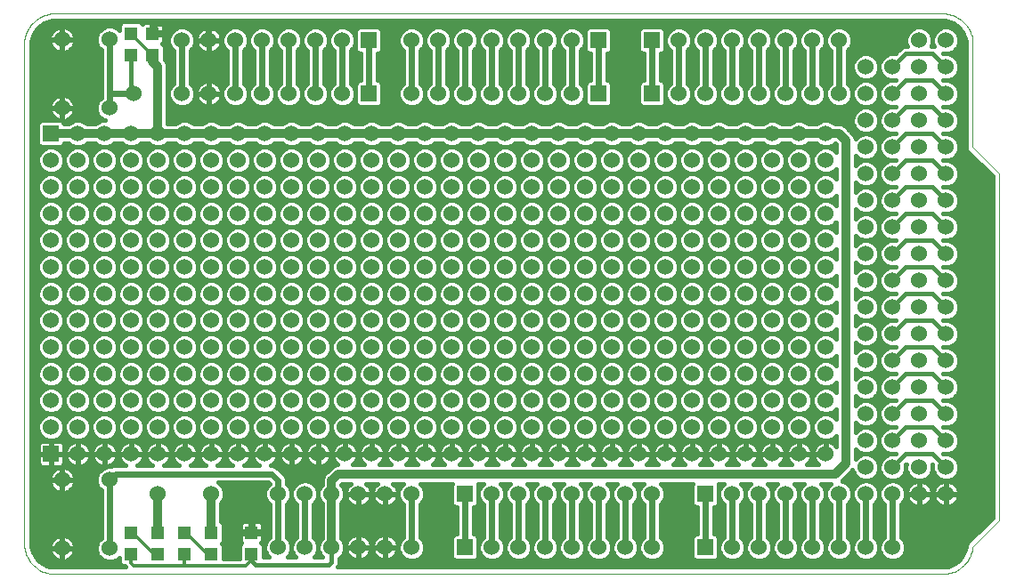
<source format=gtl>
G75*
G70*
%OFA0B0*%
%FSLAX24Y24*%
%IPPOS*%
%LPD*%
%AMOC8*
5,1,8,0,0,1.08239X$1,22.5*
%
%ADD10C,0.0000*%
%ADD11C,0.0600*%
%ADD12R,0.0600X0.0600*%
%ADD13R,0.0500X0.0500*%
%ADD14C,0.0240*%
%ADD15C,0.0320*%
%ADD16C,0.0120*%
%ADD17C,0.0160*%
%ADD18C,0.0200*%
D10*
X001202Y000554D02*
X034702Y000554D01*
X034767Y000565D01*
X034831Y000580D01*
X034894Y000598D01*
X034957Y000620D01*
X035018Y000645D01*
X035077Y000674D01*
X035135Y000706D01*
X035191Y000741D01*
X035244Y000779D01*
X035296Y000820D01*
X035345Y000864D01*
X035392Y000911D01*
X035436Y000960D01*
X035477Y001012D01*
X035515Y001065D01*
X035550Y001121D01*
X035582Y001179D01*
X035611Y001238D01*
X035636Y001299D01*
X035658Y001362D01*
X035676Y001425D01*
X035691Y001489D01*
X035702Y001554D01*
X036702Y002554D01*
X036702Y015554D01*
X035702Y016554D01*
X035702Y020554D01*
X035702Y020555D02*
X035691Y020620D01*
X035676Y020684D01*
X035658Y020747D01*
X035636Y020810D01*
X035611Y020871D01*
X035582Y020930D01*
X035550Y020988D01*
X035515Y021044D01*
X035477Y021097D01*
X035436Y021149D01*
X035392Y021198D01*
X035345Y021245D01*
X035296Y021289D01*
X035244Y021330D01*
X035191Y021368D01*
X035135Y021403D01*
X035077Y021435D01*
X035018Y021464D01*
X034957Y021489D01*
X034894Y021511D01*
X034831Y021529D01*
X034767Y021544D01*
X034702Y021555D01*
X034702Y021554D02*
X001202Y021554D01*
X001201Y021555D02*
X001136Y021544D01*
X001072Y021529D01*
X001009Y021511D01*
X000946Y021489D01*
X000885Y021464D01*
X000826Y021435D01*
X000768Y021403D01*
X000712Y021368D01*
X000659Y021330D01*
X000607Y021289D01*
X000558Y021245D01*
X000511Y021198D01*
X000467Y021149D01*
X000426Y021097D01*
X000388Y021044D01*
X000353Y020988D01*
X000321Y020930D01*
X000292Y020871D01*
X000267Y020810D01*
X000245Y020747D01*
X000227Y020684D01*
X000212Y020620D01*
X000201Y020555D01*
X000202Y020554D02*
X000202Y001554D01*
X000201Y001554D02*
X000212Y001489D01*
X000227Y001425D01*
X000245Y001362D01*
X000267Y001299D01*
X000292Y001238D01*
X000321Y001179D01*
X000353Y001121D01*
X000388Y001065D01*
X000426Y001012D01*
X000467Y000960D01*
X000511Y000911D01*
X000558Y000864D01*
X000607Y000820D01*
X000659Y000779D01*
X000712Y000741D01*
X000768Y000706D01*
X000826Y000674D01*
X000885Y000645D01*
X000946Y000620D01*
X001009Y000598D01*
X001072Y000580D01*
X001136Y000565D01*
X001201Y000554D01*
D11*
X001612Y001524D03*
X003392Y001524D03*
X005202Y003554D03*
X003392Y004084D03*
X003202Y005054D03*
X004202Y005054D03*
X005202Y005054D03*
X006202Y005054D03*
X007202Y005054D03*
X008202Y005054D03*
X009202Y005054D03*
X010202Y005054D03*
X011202Y005054D03*
X012202Y005054D03*
X013202Y005054D03*
X014202Y005054D03*
X015202Y005054D03*
X016202Y005054D03*
X017202Y005054D03*
X018202Y005054D03*
X019202Y005054D03*
X020202Y005054D03*
X021202Y005054D03*
X022202Y005054D03*
X023202Y005054D03*
X024202Y005054D03*
X025202Y005054D03*
X026202Y005054D03*
X027202Y005054D03*
X028202Y005054D03*
X029202Y005054D03*
X030202Y005054D03*
X031702Y004554D03*
X032702Y004554D03*
X033702Y004554D03*
X034702Y004554D03*
X034702Y003554D03*
X033702Y003554D03*
X032702Y003554D03*
X031702Y003554D03*
X030702Y003554D03*
X029702Y003554D03*
X028702Y003554D03*
X027702Y003554D03*
X026702Y003554D03*
X023702Y003554D03*
X022702Y003554D03*
X021702Y003554D03*
X020702Y003554D03*
X019702Y003554D03*
X018702Y003554D03*
X017702Y003554D03*
X014702Y003554D03*
X013702Y003554D03*
X012702Y003554D03*
X011702Y003554D03*
X010702Y003554D03*
X009702Y003554D03*
X008702Y002904D03*
X007202Y003554D03*
X009702Y001554D03*
X010702Y001554D03*
X011702Y001554D03*
X012702Y001554D03*
X013702Y001554D03*
X014702Y001554D03*
X017702Y001554D03*
X018702Y001554D03*
X019702Y001554D03*
X020702Y001554D03*
X021702Y001554D03*
X022702Y001554D03*
X023702Y001554D03*
X026702Y001554D03*
X027702Y001554D03*
X028702Y001554D03*
X029702Y001554D03*
X030702Y001554D03*
X031702Y001554D03*
X032702Y001554D03*
X032702Y005554D03*
X033702Y005554D03*
X034702Y005554D03*
X034702Y006554D03*
X033702Y006554D03*
X032702Y006554D03*
X031702Y006554D03*
X031702Y005554D03*
X030202Y006054D03*
X029202Y006054D03*
X028202Y006054D03*
X027202Y006054D03*
X026202Y006054D03*
X025202Y006054D03*
X024202Y006054D03*
X023202Y006054D03*
X022202Y006054D03*
X021202Y006054D03*
X020202Y006054D03*
X019202Y006054D03*
X018202Y006054D03*
X017202Y006054D03*
X016202Y006054D03*
X015202Y006054D03*
X014202Y006054D03*
X013202Y006054D03*
X012202Y006054D03*
X011202Y006054D03*
X010202Y006054D03*
X009202Y006054D03*
X008202Y006054D03*
X007202Y006054D03*
X006202Y006054D03*
X005202Y006054D03*
X004202Y006054D03*
X003202Y006054D03*
X002202Y006054D03*
X001202Y006054D03*
X001202Y007054D03*
X002202Y007054D03*
X003202Y007054D03*
X004202Y007054D03*
X005202Y007054D03*
X006202Y007054D03*
X007202Y007054D03*
X008202Y007054D03*
X009202Y007054D03*
X010202Y007054D03*
X011202Y007054D03*
X012202Y007054D03*
X013202Y007054D03*
X014202Y007054D03*
X015202Y007054D03*
X016202Y007054D03*
X017202Y007054D03*
X018202Y007054D03*
X019202Y007054D03*
X020202Y007054D03*
X021202Y007054D03*
X022202Y007054D03*
X023202Y007054D03*
X024202Y007054D03*
X025202Y007054D03*
X026202Y007054D03*
X027202Y007054D03*
X028202Y007054D03*
X029202Y007054D03*
X030202Y007054D03*
X031702Y007554D03*
X032702Y007554D03*
X033702Y007554D03*
X034702Y007554D03*
X034702Y008554D03*
X033702Y008554D03*
X032702Y008554D03*
X031702Y008554D03*
X030202Y008054D03*
X029202Y008054D03*
X028202Y008054D03*
X027202Y008054D03*
X026202Y008054D03*
X025202Y008054D03*
X024202Y008054D03*
X023202Y008054D03*
X022202Y008054D03*
X021202Y008054D03*
X020202Y008054D03*
X019202Y008054D03*
X018202Y008054D03*
X017202Y008054D03*
X016202Y008054D03*
X015202Y008054D03*
X014202Y008054D03*
X013202Y008054D03*
X012202Y008054D03*
X011202Y008054D03*
X010202Y008054D03*
X009202Y008054D03*
X008202Y008054D03*
X007202Y008054D03*
X006202Y008054D03*
X005202Y008054D03*
X004202Y008054D03*
X003202Y008054D03*
X002202Y008054D03*
X001202Y008054D03*
X001202Y009054D03*
X002202Y009054D03*
X003202Y009054D03*
X004202Y009054D03*
X005202Y009054D03*
X006202Y009054D03*
X007202Y009054D03*
X008202Y009054D03*
X009202Y009054D03*
X010202Y009054D03*
X011202Y009054D03*
X012202Y009054D03*
X013202Y009054D03*
X014202Y009054D03*
X015202Y009054D03*
X016202Y009054D03*
X017202Y009054D03*
X018202Y009054D03*
X019202Y009054D03*
X020202Y009054D03*
X021202Y009054D03*
X022202Y009054D03*
X023202Y009054D03*
X024202Y009054D03*
X025202Y009054D03*
X026202Y009054D03*
X027202Y009054D03*
X028202Y009054D03*
X029202Y009054D03*
X030202Y009054D03*
X031702Y009554D03*
X032702Y009554D03*
X033702Y009554D03*
X034702Y009554D03*
X034702Y010554D03*
X033702Y010554D03*
X032702Y010554D03*
X031702Y010554D03*
X030202Y010054D03*
X029202Y010054D03*
X028202Y010054D03*
X027202Y010054D03*
X026202Y010054D03*
X025202Y010054D03*
X024202Y010054D03*
X023202Y010054D03*
X022202Y010054D03*
X021202Y010054D03*
X020202Y010054D03*
X019202Y010054D03*
X018202Y010054D03*
X017202Y010054D03*
X016202Y010054D03*
X015202Y010054D03*
X014202Y010054D03*
X013202Y010054D03*
X012202Y010054D03*
X011202Y010054D03*
X010202Y010054D03*
X009202Y010054D03*
X008202Y010054D03*
X007202Y010054D03*
X006202Y010054D03*
X005202Y010054D03*
X004202Y010054D03*
X003202Y010054D03*
X002202Y010054D03*
X001202Y010054D03*
X001202Y011054D03*
X002202Y011054D03*
X003202Y011054D03*
X004202Y011054D03*
X005202Y011054D03*
X006202Y011054D03*
X007202Y011054D03*
X008202Y011054D03*
X009202Y011054D03*
X010202Y011054D03*
X011202Y011054D03*
X012202Y011054D03*
X013202Y011054D03*
X014202Y011054D03*
X015202Y011054D03*
X016202Y011054D03*
X017202Y011054D03*
X018202Y011054D03*
X019202Y011054D03*
X020202Y011054D03*
X021202Y011054D03*
X022202Y011054D03*
X023202Y011054D03*
X024202Y011054D03*
X025202Y011054D03*
X026202Y011054D03*
X027202Y011054D03*
X028202Y011054D03*
X029202Y011054D03*
X030202Y011054D03*
X031702Y011554D03*
X032702Y011554D03*
X033702Y011554D03*
X034702Y011554D03*
X034702Y012554D03*
X033702Y012554D03*
X032702Y012554D03*
X031702Y012554D03*
X030202Y012054D03*
X029202Y012054D03*
X028202Y012054D03*
X027202Y012054D03*
X026202Y012054D03*
X025202Y012054D03*
X024202Y012054D03*
X023202Y012054D03*
X022202Y012054D03*
X021202Y012054D03*
X020202Y012054D03*
X019202Y012054D03*
X018202Y012054D03*
X017202Y012054D03*
X016202Y012054D03*
X015202Y012054D03*
X014202Y012054D03*
X013202Y012054D03*
X012202Y012054D03*
X011202Y012054D03*
X010202Y012054D03*
X009202Y012054D03*
X008202Y012054D03*
X007202Y012054D03*
X006202Y012054D03*
X005202Y012054D03*
X004202Y012054D03*
X003202Y012054D03*
X002202Y012054D03*
X001202Y012054D03*
X001202Y013054D03*
X002202Y013054D03*
X003202Y013054D03*
X004202Y013054D03*
X005202Y013054D03*
X006202Y013054D03*
X007202Y013054D03*
X008202Y013054D03*
X009202Y013054D03*
X010202Y013054D03*
X011202Y013054D03*
X012202Y013054D03*
X013202Y013054D03*
X014202Y013054D03*
X015202Y013054D03*
X016202Y013054D03*
X017202Y013054D03*
X018202Y013054D03*
X019202Y013054D03*
X020202Y013054D03*
X021202Y013054D03*
X022202Y013054D03*
X023202Y013054D03*
X024202Y013054D03*
X025202Y013054D03*
X026202Y013054D03*
X027202Y013054D03*
X028202Y013054D03*
X029202Y013054D03*
X030202Y013054D03*
X030202Y014054D03*
X029202Y014054D03*
X028202Y014054D03*
X027202Y014054D03*
X026202Y014054D03*
X025202Y014054D03*
X024202Y014054D03*
X023202Y014054D03*
X022202Y014054D03*
X021202Y014054D03*
X020202Y014054D03*
X019202Y014054D03*
X018202Y014054D03*
X017202Y014054D03*
X016202Y014054D03*
X015202Y014054D03*
X014202Y014054D03*
X013202Y014054D03*
X012202Y014054D03*
X011202Y014054D03*
X010202Y014054D03*
X009202Y014054D03*
X008202Y014054D03*
X007202Y014054D03*
X006202Y014054D03*
X005202Y014054D03*
X004202Y014054D03*
X003202Y014054D03*
X002202Y014054D03*
X001202Y014054D03*
X001202Y015054D03*
X002202Y015054D03*
X003202Y015054D03*
X004202Y015054D03*
X005202Y015054D03*
X006202Y015054D03*
X007202Y015054D03*
X008202Y015054D03*
X009202Y015054D03*
X010202Y015054D03*
X011202Y015054D03*
X012202Y015054D03*
X013202Y015054D03*
X014202Y015054D03*
X015202Y015054D03*
X016202Y015054D03*
X017202Y015054D03*
X018202Y015054D03*
X019202Y015054D03*
X020202Y015054D03*
X021202Y015054D03*
X022202Y015054D03*
X023202Y015054D03*
X024202Y015054D03*
X025202Y015054D03*
X026202Y015054D03*
X027202Y015054D03*
X028202Y015054D03*
X029202Y015054D03*
X030202Y015054D03*
X030202Y016054D03*
X029202Y016054D03*
X028202Y016054D03*
X027202Y016054D03*
X026202Y016054D03*
X025202Y016054D03*
X024202Y016054D03*
X023202Y016054D03*
X022202Y016054D03*
X021202Y016054D03*
X020202Y016054D03*
X019202Y016054D03*
X018202Y016054D03*
X017202Y016054D03*
X016202Y016054D03*
X015202Y016054D03*
X014202Y016054D03*
X013202Y016054D03*
X012202Y016054D03*
X011202Y016054D03*
X010202Y016054D03*
X009202Y016054D03*
X008202Y016054D03*
X007202Y016054D03*
X006202Y016054D03*
X005202Y016054D03*
X004202Y016054D03*
X003202Y016054D03*
X002202Y016054D03*
X001202Y016054D03*
X002202Y017054D03*
X003202Y017054D03*
X004202Y017054D03*
X005202Y017054D03*
X006202Y017054D03*
X007202Y017054D03*
X008202Y017054D03*
X009202Y017054D03*
X010202Y017054D03*
X011202Y017054D03*
X012202Y017054D03*
X013202Y017054D03*
X014202Y017054D03*
X015202Y017054D03*
X016202Y017054D03*
X017202Y017054D03*
X018202Y017054D03*
X019202Y017054D03*
X020202Y017054D03*
X021202Y017054D03*
X022202Y017054D03*
X023202Y017054D03*
X024202Y017054D03*
X025202Y017054D03*
X026202Y017054D03*
X027202Y017054D03*
X028202Y017054D03*
X029202Y017054D03*
X030202Y017054D03*
X031702Y016554D03*
X032702Y016554D03*
X033702Y016554D03*
X034702Y016554D03*
X034702Y015554D03*
X033702Y015554D03*
X032702Y015554D03*
X031702Y015554D03*
X031702Y014554D03*
X032702Y014554D03*
X033702Y014554D03*
X034702Y014554D03*
X034702Y013554D03*
X033702Y013554D03*
X032702Y013554D03*
X031702Y013554D03*
X031702Y017554D03*
X032702Y017554D03*
X033702Y017554D03*
X034702Y017554D03*
X034702Y018554D03*
X033702Y018554D03*
X032702Y018554D03*
X031702Y018554D03*
X030702Y018554D03*
X029702Y018554D03*
X028702Y018554D03*
X027702Y018554D03*
X026702Y018554D03*
X025702Y018554D03*
X024702Y018554D03*
X024702Y020554D03*
X025702Y020554D03*
X026702Y020554D03*
X027702Y020554D03*
X028702Y020554D03*
X029702Y020554D03*
X030702Y020554D03*
X031702Y019554D03*
X032702Y019554D03*
X033702Y019554D03*
X034702Y019554D03*
X034702Y020554D03*
X033702Y020554D03*
X020702Y020554D03*
X019702Y020554D03*
X018702Y020554D03*
X017702Y020554D03*
X016702Y020554D03*
X015702Y020554D03*
X014702Y020554D03*
X012102Y020554D03*
X011102Y020554D03*
X010102Y020554D03*
X009102Y020554D03*
X008102Y020554D03*
X007102Y020554D03*
X006102Y020554D03*
X003392Y020584D03*
X001612Y020584D03*
X004302Y018554D03*
X003392Y018024D03*
X001612Y018024D03*
X006102Y018554D03*
X007102Y018554D03*
X008102Y018554D03*
X009102Y018554D03*
X010102Y018554D03*
X011102Y018554D03*
X012102Y018554D03*
X014702Y018554D03*
X015702Y018554D03*
X016702Y018554D03*
X017702Y018554D03*
X018702Y018554D03*
X019702Y018554D03*
X020702Y018554D03*
X002202Y005054D03*
X001612Y004084D03*
D12*
X001202Y005054D03*
X016702Y003554D03*
X016702Y001554D03*
X025702Y001554D03*
X025702Y003554D03*
X001202Y017054D03*
X013102Y018554D03*
X013102Y020554D03*
X021702Y020554D03*
X023702Y020554D03*
X023702Y018554D03*
X021702Y018554D03*
D13*
X005002Y020004D03*
X004202Y020004D03*
X004202Y020804D03*
X005002Y020804D03*
X005202Y002104D03*
X006202Y002104D03*
X007202Y002104D03*
X007202Y001304D03*
X006202Y001304D03*
X005202Y001304D03*
X004202Y001304D03*
X004202Y002104D03*
X008702Y002104D03*
X008702Y001304D03*
D14*
X009702Y001554D02*
X009702Y003554D01*
X009702Y004054D01*
X009452Y004304D01*
X003612Y004304D01*
X003392Y004084D01*
X003392Y001524D01*
X009702Y001554D02*
X009702Y003554D01*
X010702Y003554D02*
X010702Y001554D01*
X014702Y001554D02*
X014702Y003554D01*
X016702Y003554D02*
X016702Y001554D01*
X017702Y001554D02*
X017702Y003554D01*
X018702Y003554D02*
X018702Y001554D01*
X019702Y001554D02*
X019702Y003554D01*
X020702Y003554D02*
X020702Y001554D01*
X021702Y001554D02*
X021702Y003554D01*
X022702Y003554D02*
X022702Y001554D01*
X023702Y001554D02*
X023702Y003554D01*
X025702Y003554D02*
X025702Y001554D01*
X026702Y001554D02*
X026702Y003554D01*
X027702Y003554D02*
X027702Y001554D01*
X028702Y001554D02*
X028702Y003554D01*
X029702Y003554D02*
X029702Y001554D01*
X030702Y001554D02*
X030702Y003554D01*
X031702Y003554D02*
X031702Y001554D01*
X032702Y001554D02*
X032702Y003554D01*
X030702Y018554D02*
X030702Y020554D01*
X029702Y020554D02*
X029702Y018554D01*
X028702Y018554D02*
X028702Y020554D01*
X027702Y020554D02*
X027702Y018554D01*
X026702Y018554D02*
X026702Y020554D01*
X025702Y020554D02*
X025702Y018554D01*
X024702Y018554D02*
X024702Y020554D01*
X023702Y020554D02*
X023702Y018554D01*
X021702Y018554D02*
X021702Y020554D01*
X020702Y020554D02*
X020702Y018554D01*
X019702Y018554D02*
X019702Y020554D01*
X018702Y020554D02*
X018702Y018554D01*
X017702Y018554D02*
X017702Y020554D01*
X016702Y020554D02*
X016702Y018554D01*
X015702Y018554D02*
X015702Y020554D01*
X014702Y020554D02*
X014702Y018554D01*
X013102Y018554D02*
X013102Y020554D01*
X012102Y020554D02*
X012102Y018554D01*
X011102Y018554D02*
X011102Y020554D01*
X010102Y020554D02*
X010102Y018554D01*
X009102Y018554D02*
X009102Y020554D01*
X008102Y020554D02*
X008102Y018554D01*
X006102Y018554D02*
X006102Y020554D01*
X007102Y020554D02*
X007102Y021004D01*
X006902Y021204D01*
X005152Y021204D01*
X005006Y021059D01*
X003392Y020584D02*
X003392Y018554D01*
X004202Y018554D01*
X004302Y018554D01*
X003392Y018554D02*
X003392Y018024D01*
D15*
X003202Y017054D02*
X002202Y017054D01*
X001202Y017054D01*
X003202Y017054D02*
X004202Y017054D01*
X005202Y017054D01*
X005202Y019554D01*
X005002Y019754D01*
X005002Y020004D01*
X005202Y017054D02*
X006202Y017054D01*
X007202Y017054D01*
X008202Y017054D01*
X009202Y017054D01*
X010202Y017054D01*
X011202Y017054D01*
X012202Y017054D01*
X013202Y017054D01*
X014202Y017054D01*
X015202Y017054D01*
X016202Y017054D01*
X017202Y017054D01*
X018202Y017054D01*
X019202Y017054D01*
X020202Y017054D01*
X021202Y017054D01*
X022202Y017054D01*
X023202Y017054D01*
X024202Y017054D01*
X025202Y017054D01*
X026202Y017054D01*
X027202Y017054D01*
X028202Y017054D01*
X029202Y017054D01*
X030202Y017054D01*
X030702Y017054D01*
X030952Y016804D01*
X030952Y004704D01*
X030552Y004304D01*
X011952Y004304D01*
X011702Y004054D01*
X011702Y003554D01*
X011702Y001554D01*
X007202Y002104D02*
X007202Y003554D01*
X005202Y003554D02*
X005202Y002104D01*
D16*
X006202Y002104D02*
X006252Y002104D01*
X007002Y001354D01*
X007152Y001354D01*
X007202Y001304D01*
X006202Y001304D02*
X006202Y000904D01*
X006152Y000854D01*
X008502Y000854D01*
X008702Y001054D01*
X006152Y000854D02*
X004302Y000854D01*
X004202Y000954D01*
X004202Y001304D01*
X005002Y001354D02*
X005152Y001354D01*
X005202Y001304D01*
X005002Y001354D02*
X004252Y002104D01*
X004202Y002104D01*
X005002Y020004D02*
X004202Y020804D01*
D17*
X000905Y000928D02*
X001123Y000836D01*
X001226Y000814D01*
X003978Y000814D01*
X003962Y000854D01*
X003869Y000854D01*
X003752Y000971D01*
X003752Y001177D01*
X003675Y001100D01*
X003491Y001024D01*
X003292Y001024D01*
X003108Y001100D01*
X002968Y001241D01*
X002892Y001425D01*
X002892Y001624D01*
X002968Y001808D01*
X003072Y001911D01*
X003072Y003697D01*
X002968Y003801D01*
X002892Y003985D01*
X002892Y004184D01*
X002968Y004368D01*
X003108Y004508D01*
X003268Y004574D01*
X003222Y004574D01*
X003222Y005034D01*
X003222Y005074D01*
X003682Y005074D01*
X003682Y005150D01*
X003608Y005326D01*
X003473Y005461D01*
X003297Y005534D01*
X003222Y005534D01*
X003222Y005075D01*
X003181Y005075D01*
X003181Y005534D01*
X003106Y005534D01*
X002930Y005461D01*
X002795Y005326D01*
X002722Y005150D01*
X002722Y005074D01*
X003181Y005074D01*
X003181Y005034D01*
X002722Y005034D01*
X002722Y004959D01*
X002795Y004782D01*
X002930Y004647D01*
X003106Y004574D01*
X003181Y004574D01*
X003181Y005034D01*
X003222Y005034D01*
X003682Y005034D01*
X003682Y004959D01*
X003608Y004782D01*
X003473Y004647D01*
X003321Y004584D01*
X003451Y004584D01*
X003548Y004624D01*
X003986Y004624D01*
X003930Y004647D01*
X003795Y004782D01*
X003722Y004959D01*
X003722Y005034D01*
X004181Y005034D01*
X004181Y005074D01*
X003722Y005074D01*
X003722Y005150D01*
X003795Y005326D01*
X003930Y005461D01*
X004106Y005534D01*
X004181Y005534D01*
X004181Y005075D01*
X004222Y005075D01*
X004222Y005534D01*
X004297Y005534D01*
X004473Y005461D01*
X004608Y005326D01*
X004682Y005150D01*
X004682Y005074D01*
X004222Y005074D01*
X004222Y005034D01*
X004682Y005034D01*
X004682Y004959D01*
X004608Y004782D01*
X004473Y004647D01*
X004418Y004624D01*
X004986Y004624D01*
X004930Y004647D01*
X004795Y004782D01*
X004722Y004959D01*
X004722Y005034D01*
X005181Y005034D01*
X005181Y005074D01*
X004722Y005074D01*
X004722Y005150D01*
X004795Y005326D01*
X004930Y005461D01*
X005106Y005534D01*
X005181Y005534D01*
X005181Y005075D01*
X005222Y005075D01*
X005222Y005534D01*
X005297Y005534D01*
X005473Y005461D01*
X005608Y005326D01*
X005682Y005150D01*
X005682Y005074D01*
X005222Y005074D01*
X005222Y005034D01*
X005682Y005034D01*
X005682Y004959D01*
X005608Y004782D01*
X005473Y004647D01*
X005418Y004624D01*
X005986Y004624D01*
X005930Y004647D01*
X005795Y004782D01*
X005722Y004959D01*
X005722Y005034D01*
X006181Y005034D01*
X006181Y005074D01*
X005722Y005074D01*
X005722Y005150D01*
X005795Y005326D01*
X005930Y005461D01*
X006106Y005534D01*
X006181Y005534D01*
X006181Y005075D01*
X006222Y005075D01*
X006222Y005534D01*
X006297Y005534D01*
X006473Y005461D01*
X006608Y005326D01*
X006682Y005150D01*
X006682Y005074D01*
X006222Y005074D01*
X006222Y005034D01*
X006682Y005034D01*
X006682Y004959D01*
X006608Y004782D01*
X006473Y004647D01*
X006418Y004624D01*
X006986Y004624D01*
X006930Y004647D01*
X006795Y004782D01*
X006722Y004959D01*
X006722Y005034D01*
X007181Y005034D01*
X007181Y005074D01*
X006722Y005074D01*
X006722Y005150D01*
X006795Y005326D01*
X006930Y005461D01*
X007106Y005534D01*
X007181Y005534D01*
X007181Y005075D01*
X007222Y005075D01*
X007222Y005534D01*
X007297Y005534D01*
X007473Y005461D01*
X007608Y005326D01*
X007682Y005150D01*
X007682Y005074D01*
X007222Y005074D01*
X007222Y005034D01*
X007682Y005034D01*
X007682Y004959D01*
X007608Y004782D01*
X007473Y004647D01*
X007418Y004624D01*
X007986Y004624D01*
X007930Y004647D01*
X007795Y004782D01*
X007722Y004959D01*
X007722Y005034D01*
X008181Y005034D01*
X008181Y005074D01*
X007722Y005074D01*
X007722Y005150D01*
X007795Y005326D01*
X007930Y005461D01*
X008106Y005534D01*
X008181Y005534D01*
X008181Y005075D01*
X008222Y005075D01*
X008222Y005534D01*
X008297Y005534D01*
X008473Y005461D01*
X008608Y005326D01*
X008682Y005150D01*
X008682Y005074D01*
X008222Y005074D01*
X008222Y005034D01*
X008682Y005034D01*
X008682Y004959D01*
X008608Y004782D01*
X008473Y004647D01*
X008418Y004624D01*
X008986Y004624D01*
X008930Y004647D01*
X008795Y004782D01*
X008722Y004959D01*
X008722Y005034D01*
X009181Y005034D01*
X009181Y005074D01*
X008722Y005074D01*
X008722Y005150D01*
X008795Y005326D01*
X008930Y005461D01*
X009106Y005534D01*
X009181Y005534D01*
X009181Y005075D01*
X009222Y005075D01*
X009222Y005534D01*
X009297Y005534D01*
X009473Y005461D01*
X009608Y005326D01*
X009682Y005150D01*
X009682Y005074D01*
X009222Y005074D01*
X009222Y005034D01*
X009682Y005034D01*
X009682Y004959D01*
X009608Y004782D01*
X009473Y004647D01*
X009418Y004624D01*
X009515Y004624D01*
X009633Y004576D01*
X009723Y004486D01*
X009973Y004236D01*
X010022Y004118D01*
X010022Y003991D01*
X010022Y003941D01*
X010125Y003838D01*
X010202Y003654D01*
X010202Y003455D01*
X010278Y003271D01*
X010382Y003167D01*
X010382Y001941D01*
X010278Y001838D01*
X010202Y001654D01*
X010202Y001455D01*
X010278Y001271D01*
X010365Y001184D01*
X010039Y001184D01*
X010125Y001271D01*
X010202Y001455D01*
X010202Y001654D01*
X010125Y001838D01*
X010022Y001941D01*
X010022Y003167D01*
X010125Y003271D01*
X010202Y003455D01*
X010202Y003654D01*
X010278Y003838D01*
X010418Y003978D01*
X010602Y004054D01*
X010801Y004054D01*
X010985Y003978D01*
X011125Y003838D01*
X011202Y003654D01*
X011202Y003455D01*
X011278Y003271D01*
X011342Y003207D01*
X011342Y001901D01*
X011278Y001838D01*
X011202Y001654D01*
X011202Y001455D01*
X011278Y001271D01*
X011365Y001184D01*
X011039Y001184D01*
X011125Y001271D01*
X011202Y001455D01*
X011202Y001654D01*
X011125Y001838D01*
X011022Y001941D01*
X011022Y003167D01*
X011125Y003271D01*
X011202Y003455D01*
X011202Y003654D01*
X011278Y003838D01*
X011342Y003901D01*
X011342Y003983D01*
X011342Y004126D01*
X011396Y004258D01*
X011646Y004508D01*
X011748Y004609D01*
X011880Y004664D01*
X011913Y004664D01*
X011795Y004782D01*
X011722Y004959D01*
X011722Y005034D01*
X012181Y005034D01*
X012181Y005074D01*
X011722Y005074D01*
X011722Y005150D01*
X011795Y005326D01*
X011930Y005461D01*
X012106Y005534D01*
X012181Y005534D01*
X012181Y005075D01*
X012222Y005075D01*
X012222Y005534D01*
X012297Y005534D01*
X012473Y005461D01*
X012608Y005326D01*
X012682Y005150D01*
X012682Y005074D01*
X012222Y005074D01*
X012222Y005034D01*
X012682Y005034D01*
X012682Y004959D01*
X012608Y004782D01*
X012490Y004664D01*
X012913Y004664D01*
X012795Y004782D01*
X012722Y004959D01*
X012722Y005034D01*
X013181Y005034D01*
X013181Y005074D01*
X012722Y005074D01*
X012722Y005150D01*
X012795Y005326D01*
X012930Y005461D01*
X013106Y005534D01*
X013181Y005534D01*
X013181Y005075D01*
X013222Y005075D01*
X013222Y005534D01*
X013297Y005534D01*
X013473Y005461D01*
X013608Y005326D01*
X013682Y005150D01*
X013682Y005074D01*
X013222Y005074D01*
X013222Y005034D01*
X013682Y005034D01*
X013682Y004959D01*
X013608Y004782D01*
X013490Y004664D01*
X013913Y004664D01*
X013795Y004782D01*
X013722Y004959D01*
X013722Y005034D01*
X014181Y005034D01*
X014181Y005074D01*
X013722Y005074D01*
X013722Y005150D01*
X013795Y005326D01*
X013930Y005461D01*
X014106Y005534D01*
X014181Y005534D01*
X014181Y005075D01*
X014222Y005075D01*
X014222Y005534D01*
X014297Y005534D01*
X014473Y005461D01*
X014608Y005326D01*
X014682Y005150D01*
X014682Y005074D01*
X014222Y005074D01*
X014222Y005034D01*
X014682Y005034D01*
X014682Y004959D01*
X014608Y004782D01*
X014490Y004664D01*
X014913Y004664D01*
X014795Y004782D01*
X014722Y004959D01*
X014722Y005034D01*
X015181Y005034D01*
X015181Y005074D01*
X014722Y005074D01*
X014722Y005150D01*
X014795Y005326D01*
X014930Y005461D01*
X015106Y005534D01*
X015181Y005534D01*
X015181Y005075D01*
X015222Y005075D01*
X015222Y005534D01*
X015297Y005534D01*
X015473Y005461D01*
X015608Y005326D01*
X015682Y005150D01*
X015682Y005074D01*
X015222Y005074D01*
X015222Y005034D01*
X015682Y005034D01*
X015682Y004959D01*
X015608Y004782D01*
X015490Y004664D01*
X015913Y004664D01*
X015795Y004782D01*
X015722Y004959D01*
X015722Y005034D01*
X016181Y005034D01*
X016181Y005074D01*
X015722Y005074D01*
X015722Y005150D01*
X015795Y005326D01*
X015930Y005461D01*
X016106Y005534D01*
X016181Y005534D01*
X016181Y005075D01*
X016222Y005075D01*
X016222Y005534D01*
X016297Y005534D01*
X016473Y005461D01*
X016608Y005326D01*
X016682Y005150D01*
X016682Y005074D01*
X016222Y005074D01*
X016222Y005034D01*
X016682Y005034D01*
X016682Y004959D01*
X016608Y004782D01*
X016490Y004664D01*
X016913Y004664D01*
X016795Y004782D01*
X016722Y004959D01*
X016722Y005034D01*
X017181Y005034D01*
X017181Y005074D01*
X016722Y005074D01*
X016722Y005150D01*
X016795Y005326D01*
X016930Y005461D01*
X017106Y005534D01*
X017181Y005534D01*
X017181Y005075D01*
X017222Y005075D01*
X017222Y005534D01*
X017297Y005534D01*
X017473Y005461D01*
X017608Y005326D01*
X017682Y005150D01*
X017682Y005074D01*
X017222Y005074D01*
X017222Y005034D01*
X017682Y005034D01*
X017682Y004959D01*
X017608Y004782D01*
X017490Y004664D01*
X017913Y004664D01*
X017795Y004782D01*
X017722Y004959D01*
X017722Y005034D01*
X018181Y005034D01*
X018181Y005074D01*
X017722Y005074D01*
X017722Y005150D01*
X017795Y005326D01*
X017930Y005461D01*
X018106Y005534D01*
X018181Y005534D01*
X018181Y005075D01*
X018222Y005075D01*
X018222Y005534D01*
X018297Y005534D01*
X018473Y005461D01*
X018608Y005326D01*
X018682Y005150D01*
X018682Y005074D01*
X018222Y005074D01*
X018222Y005034D01*
X018682Y005034D01*
X018682Y004959D01*
X018608Y004782D01*
X018490Y004664D01*
X018913Y004664D01*
X018795Y004782D01*
X018722Y004959D01*
X018722Y005034D01*
X019181Y005034D01*
X019181Y005074D01*
X018722Y005074D01*
X018722Y005150D01*
X018795Y005326D01*
X018930Y005461D01*
X019106Y005534D01*
X019181Y005534D01*
X019181Y005075D01*
X019222Y005075D01*
X019222Y005534D01*
X019297Y005534D01*
X019473Y005461D01*
X019608Y005326D01*
X019682Y005150D01*
X019682Y005074D01*
X019222Y005074D01*
X019222Y005034D01*
X019682Y005034D01*
X019682Y004959D01*
X019608Y004782D01*
X019490Y004664D01*
X019913Y004664D01*
X019795Y004782D01*
X019722Y004959D01*
X019722Y005034D01*
X020181Y005034D01*
X020181Y005074D01*
X019722Y005074D01*
X019722Y005150D01*
X019795Y005326D01*
X019930Y005461D01*
X020106Y005534D01*
X020181Y005534D01*
X020181Y005075D01*
X020222Y005075D01*
X020222Y005534D01*
X020297Y005534D01*
X020473Y005461D01*
X020608Y005326D01*
X020682Y005150D01*
X020682Y005074D01*
X020222Y005074D01*
X020222Y005034D01*
X020682Y005034D01*
X020682Y004959D01*
X020608Y004782D01*
X020490Y004664D01*
X020913Y004664D01*
X020795Y004782D01*
X020722Y004959D01*
X020722Y005034D01*
X021181Y005034D01*
X021181Y005074D01*
X020722Y005074D01*
X020722Y005150D01*
X020795Y005326D01*
X020930Y005461D01*
X021106Y005534D01*
X021181Y005534D01*
X021181Y005075D01*
X021222Y005075D01*
X021222Y005534D01*
X021297Y005534D01*
X021473Y005461D01*
X021608Y005326D01*
X021682Y005150D01*
X021682Y005074D01*
X021222Y005074D01*
X021222Y005034D01*
X021682Y005034D01*
X021682Y004959D01*
X021608Y004782D01*
X021490Y004664D01*
X021913Y004664D01*
X021795Y004782D01*
X021722Y004959D01*
X021722Y005034D01*
X022181Y005034D01*
X022181Y005074D01*
X021722Y005074D01*
X021722Y005150D01*
X021795Y005326D01*
X021930Y005461D01*
X022106Y005534D01*
X022181Y005534D01*
X022181Y005075D01*
X022222Y005075D01*
X022222Y005534D01*
X022297Y005534D01*
X022473Y005461D01*
X022608Y005326D01*
X022682Y005150D01*
X022682Y005074D01*
X022222Y005074D01*
X022222Y005034D01*
X022682Y005034D01*
X022682Y004959D01*
X022608Y004782D01*
X022490Y004664D01*
X022913Y004664D01*
X022795Y004782D01*
X022722Y004959D01*
X022722Y005034D01*
X023181Y005034D01*
X023181Y005074D01*
X022722Y005074D01*
X022722Y005150D01*
X022795Y005326D01*
X022930Y005461D01*
X023106Y005534D01*
X023181Y005534D01*
X023181Y005075D01*
X023222Y005075D01*
X023222Y005534D01*
X023297Y005534D01*
X023473Y005461D01*
X023608Y005326D01*
X023682Y005150D01*
X023682Y005074D01*
X023222Y005074D01*
X023222Y005034D01*
X023682Y005034D01*
X023682Y004959D01*
X023608Y004782D01*
X023490Y004664D01*
X023913Y004664D01*
X023795Y004782D01*
X023722Y004959D01*
X023722Y005034D01*
X024181Y005034D01*
X024181Y005074D01*
X023722Y005074D01*
X023722Y005150D01*
X023795Y005326D01*
X023930Y005461D01*
X024106Y005534D01*
X024181Y005534D01*
X024181Y005075D01*
X024222Y005075D01*
X024222Y005534D01*
X024297Y005534D01*
X024473Y005461D01*
X024608Y005326D01*
X024682Y005150D01*
X024682Y005074D01*
X024222Y005074D01*
X024222Y005034D01*
X024682Y005034D01*
X024682Y004959D01*
X024608Y004782D01*
X024490Y004664D01*
X024913Y004664D01*
X024795Y004782D01*
X024722Y004959D01*
X024722Y005034D01*
X025181Y005034D01*
X025181Y005074D01*
X024722Y005074D01*
X024722Y005150D01*
X024795Y005326D01*
X024930Y005461D01*
X025106Y005534D01*
X025181Y005534D01*
X025181Y005075D01*
X025222Y005075D01*
X025222Y005534D01*
X025297Y005534D01*
X025473Y005461D01*
X025608Y005326D01*
X025682Y005150D01*
X025682Y005074D01*
X025222Y005074D01*
X025222Y005034D01*
X025682Y005034D01*
X025682Y004959D01*
X025608Y004782D01*
X025490Y004664D01*
X025913Y004664D01*
X025795Y004782D01*
X025722Y004959D01*
X025722Y005034D01*
X026181Y005034D01*
X026181Y005074D01*
X025722Y005074D01*
X025722Y005150D01*
X025795Y005326D01*
X025930Y005461D01*
X026106Y005534D01*
X026181Y005534D01*
X026181Y005075D01*
X026222Y005075D01*
X026222Y005534D01*
X026297Y005534D01*
X026473Y005461D01*
X026608Y005326D01*
X026682Y005150D01*
X026682Y005074D01*
X026222Y005074D01*
X026222Y005034D01*
X026682Y005034D01*
X026682Y004959D01*
X026608Y004782D01*
X026490Y004664D01*
X026913Y004664D01*
X026795Y004782D01*
X026722Y004959D01*
X026722Y005034D01*
X027181Y005034D01*
X027181Y005074D01*
X026722Y005074D01*
X026722Y005150D01*
X026795Y005326D01*
X026930Y005461D01*
X027106Y005534D01*
X027181Y005534D01*
X027181Y005075D01*
X027222Y005075D01*
X027222Y005534D01*
X027297Y005534D01*
X027473Y005461D01*
X027608Y005326D01*
X027682Y005150D01*
X027682Y005074D01*
X027222Y005074D01*
X027222Y005034D01*
X027682Y005034D01*
X027682Y004959D01*
X027608Y004782D01*
X027490Y004664D01*
X027913Y004664D01*
X027795Y004782D01*
X027722Y004959D01*
X027722Y005034D01*
X028181Y005034D01*
X028181Y005074D01*
X027722Y005074D01*
X027722Y005150D01*
X027795Y005326D01*
X027930Y005461D01*
X028106Y005534D01*
X028181Y005534D01*
X028181Y005075D01*
X028222Y005075D01*
X028222Y005534D01*
X028297Y005534D01*
X028473Y005461D01*
X028608Y005326D01*
X028682Y005150D01*
X028682Y005074D01*
X028222Y005074D01*
X028222Y005034D01*
X028682Y005034D01*
X028682Y004959D01*
X028608Y004782D01*
X028490Y004664D01*
X028913Y004664D01*
X028795Y004782D01*
X028722Y004959D01*
X028722Y005034D01*
X029181Y005034D01*
X029181Y005074D01*
X028722Y005074D01*
X028722Y005150D01*
X028795Y005326D01*
X028930Y005461D01*
X029106Y005534D01*
X029181Y005534D01*
X029181Y005075D01*
X029222Y005075D01*
X029222Y005534D01*
X029297Y005534D01*
X029473Y005461D01*
X029608Y005326D01*
X029682Y005150D01*
X029682Y005074D01*
X029222Y005074D01*
X029222Y005034D01*
X029682Y005034D01*
X029682Y004959D01*
X029608Y004782D01*
X029490Y004664D01*
X029913Y004664D01*
X029795Y004782D01*
X029722Y004959D01*
X029722Y005034D01*
X030181Y005034D01*
X030181Y005074D01*
X029722Y005074D01*
X029722Y005150D01*
X029795Y005326D01*
X029930Y005461D01*
X030106Y005534D01*
X030181Y005534D01*
X030181Y005075D01*
X030222Y005075D01*
X030222Y005534D01*
X030297Y005534D01*
X030473Y005461D01*
X030592Y005343D01*
X030592Y005737D01*
X030485Y005630D01*
X030301Y005554D01*
X030102Y005554D01*
X029918Y005630D01*
X029778Y005771D01*
X029702Y005955D01*
X029702Y006154D01*
X029778Y006338D01*
X029918Y006478D01*
X030102Y006554D01*
X030301Y006554D01*
X030485Y006478D01*
X030592Y006371D01*
X030592Y006737D01*
X030485Y006630D01*
X030301Y006554D01*
X030102Y006554D01*
X029918Y006630D01*
X029778Y006771D01*
X029702Y006955D01*
X029702Y007154D01*
X029778Y007338D01*
X029918Y007478D01*
X030102Y007554D01*
X030301Y007554D01*
X030485Y007478D01*
X030592Y007371D01*
X030592Y007737D01*
X030485Y007630D01*
X030301Y007554D01*
X030102Y007554D01*
X029918Y007630D01*
X029778Y007771D01*
X029702Y007955D01*
X029702Y008154D01*
X029778Y008338D01*
X029918Y008478D01*
X030102Y008554D01*
X030301Y008554D01*
X030485Y008478D01*
X030592Y008371D01*
X030592Y008737D01*
X030485Y008630D01*
X030301Y008554D01*
X030102Y008554D01*
X029918Y008630D01*
X029778Y008771D01*
X029702Y008955D01*
X029702Y009154D01*
X029778Y009338D01*
X029918Y009478D01*
X030102Y009554D01*
X030301Y009554D01*
X030485Y009478D01*
X030592Y009371D01*
X030592Y009737D01*
X030485Y009630D01*
X030301Y009554D01*
X030102Y009554D01*
X029918Y009630D01*
X029778Y009771D01*
X029702Y009955D01*
X029702Y010154D01*
X029778Y010338D01*
X029918Y010478D01*
X030102Y010554D01*
X030301Y010554D01*
X030485Y010478D01*
X030592Y010371D01*
X030592Y010737D01*
X030485Y010630D01*
X030301Y010554D01*
X030102Y010554D01*
X029918Y010630D01*
X029778Y010771D01*
X029702Y010955D01*
X029702Y011154D01*
X029778Y011338D01*
X029918Y011478D01*
X030102Y011554D01*
X030301Y011554D01*
X030485Y011478D01*
X030592Y011371D01*
X030592Y011737D01*
X030485Y011630D01*
X030301Y011554D01*
X030102Y011554D01*
X029918Y011630D01*
X029778Y011771D01*
X029702Y011955D01*
X029702Y012154D01*
X029778Y012338D01*
X029918Y012478D01*
X030102Y012554D01*
X030301Y012554D01*
X030485Y012478D01*
X030592Y012371D01*
X030592Y012737D01*
X030485Y012630D01*
X030301Y012554D01*
X030102Y012554D01*
X029918Y012630D01*
X029778Y012771D01*
X029702Y012955D01*
X029702Y013154D01*
X029778Y013338D01*
X029918Y013478D01*
X030102Y013554D01*
X030301Y013554D01*
X030485Y013478D01*
X030592Y013371D01*
X030592Y013737D01*
X030485Y013630D01*
X030301Y013554D01*
X030102Y013554D01*
X029918Y013630D01*
X029778Y013771D01*
X029702Y013955D01*
X029702Y014154D01*
X029778Y014338D01*
X029918Y014478D01*
X030102Y014554D01*
X030301Y014554D01*
X030485Y014478D01*
X030592Y014371D01*
X030592Y014737D01*
X030485Y014630D01*
X030301Y014554D01*
X030102Y014554D01*
X029918Y014630D01*
X029778Y014771D01*
X029702Y014955D01*
X029702Y015154D01*
X029778Y015338D01*
X029918Y015478D01*
X030102Y015554D01*
X030301Y015554D01*
X030485Y015478D01*
X030592Y015371D01*
X030592Y015737D01*
X030485Y015630D01*
X030301Y015554D01*
X030102Y015554D01*
X029918Y015630D01*
X029778Y015771D01*
X029702Y015955D01*
X029702Y016154D01*
X029778Y016338D01*
X029918Y016478D01*
X030102Y016554D01*
X030301Y016554D01*
X030485Y016478D01*
X030592Y016371D01*
X030592Y016655D01*
X030552Y016694D01*
X030549Y016694D01*
X030485Y016630D01*
X030301Y016554D01*
X030102Y016554D01*
X029918Y016630D01*
X029854Y016694D01*
X029549Y016694D01*
X029485Y016630D01*
X029301Y016554D01*
X029102Y016554D01*
X028918Y016478D01*
X028778Y016338D01*
X028702Y016154D01*
X028702Y015955D01*
X028778Y015771D01*
X028918Y015630D01*
X029102Y015554D01*
X028918Y015478D01*
X028778Y015338D01*
X028702Y015154D01*
X028702Y014955D01*
X028778Y014771D01*
X028918Y014630D01*
X029102Y014554D01*
X028918Y014478D01*
X028778Y014338D01*
X028702Y014154D01*
X028702Y013955D01*
X028778Y013771D01*
X028918Y013630D01*
X029102Y013554D01*
X028918Y013478D01*
X028778Y013338D01*
X028702Y013154D01*
X028702Y012955D01*
X028778Y012771D01*
X028918Y012630D01*
X029102Y012554D01*
X028918Y012478D01*
X028778Y012338D01*
X028702Y012154D01*
X028702Y011955D01*
X028778Y011771D01*
X028918Y011630D01*
X029102Y011554D01*
X028918Y011478D01*
X028778Y011338D01*
X028702Y011154D01*
X028702Y010955D01*
X028778Y010771D01*
X028918Y010630D01*
X029102Y010554D01*
X028918Y010478D01*
X028778Y010338D01*
X028702Y010154D01*
X028702Y009955D01*
X028778Y009771D01*
X028918Y009630D01*
X029102Y009554D01*
X028918Y009478D01*
X028778Y009338D01*
X028702Y009154D01*
X028702Y008955D01*
X028778Y008771D01*
X028918Y008630D01*
X029102Y008554D01*
X028918Y008478D01*
X028778Y008338D01*
X028702Y008154D01*
X028702Y007955D01*
X028778Y007771D01*
X028918Y007630D01*
X029102Y007554D01*
X028918Y007478D01*
X028778Y007338D01*
X028702Y007154D01*
X028702Y006955D01*
X028778Y006771D01*
X028918Y006630D01*
X029102Y006554D01*
X028918Y006478D01*
X028778Y006338D01*
X028702Y006154D01*
X028702Y005955D01*
X028778Y005771D01*
X028918Y005630D01*
X029102Y005554D01*
X029301Y005554D01*
X029485Y005630D01*
X029625Y005771D01*
X029702Y005955D01*
X029702Y006154D01*
X029625Y006338D01*
X029485Y006478D01*
X029301Y006554D01*
X029102Y006554D01*
X029301Y006554D01*
X029485Y006630D01*
X029625Y006771D01*
X029702Y006955D01*
X029702Y007154D01*
X029625Y007338D01*
X029485Y007478D01*
X029301Y007554D01*
X029102Y007554D01*
X029301Y007554D01*
X029485Y007630D01*
X029625Y007771D01*
X029702Y007955D01*
X029702Y008154D01*
X029625Y008338D01*
X029485Y008478D01*
X029301Y008554D01*
X029102Y008554D01*
X029301Y008554D01*
X029485Y008630D01*
X029625Y008771D01*
X029702Y008955D01*
X029702Y009154D01*
X029625Y009338D01*
X029485Y009478D01*
X029301Y009554D01*
X029102Y009554D01*
X029301Y009554D01*
X029485Y009630D01*
X029625Y009771D01*
X029702Y009955D01*
X029702Y010154D01*
X029625Y010338D01*
X029485Y010478D01*
X029301Y010554D01*
X029102Y010554D01*
X029301Y010554D01*
X029485Y010630D01*
X029625Y010771D01*
X029702Y010955D01*
X029702Y011154D01*
X029625Y011338D01*
X029485Y011478D01*
X029301Y011554D01*
X029102Y011554D01*
X029301Y011554D01*
X029485Y011630D01*
X029625Y011771D01*
X029702Y011955D01*
X029702Y012154D01*
X029625Y012338D01*
X029485Y012478D01*
X029301Y012554D01*
X029102Y012554D01*
X029301Y012554D01*
X029485Y012630D01*
X029625Y012771D01*
X029702Y012955D01*
X029702Y013154D01*
X029625Y013338D01*
X029485Y013478D01*
X029301Y013554D01*
X029102Y013554D01*
X029301Y013554D01*
X029485Y013630D01*
X029625Y013771D01*
X029702Y013955D01*
X029702Y014154D01*
X029625Y014338D01*
X029485Y014478D01*
X029301Y014554D01*
X029102Y014554D01*
X029301Y014554D01*
X029485Y014630D01*
X029625Y014771D01*
X029702Y014955D01*
X029702Y015154D01*
X029625Y015338D01*
X029485Y015478D01*
X029301Y015554D01*
X029102Y015554D01*
X029301Y015554D01*
X029485Y015630D01*
X029625Y015771D01*
X029702Y015955D01*
X029702Y016154D01*
X029625Y016338D01*
X029485Y016478D01*
X029301Y016554D01*
X029102Y016554D01*
X028918Y016630D01*
X028854Y016694D01*
X028549Y016694D01*
X028485Y016630D01*
X028301Y016554D01*
X028102Y016554D01*
X027918Y016478D01*
X027778Y016338D01*
X027702Y016154D01*
X027702Y015955D01*
X027778Y015771D01*
X027918Y015630D01*
X028102Y015554D01*
X027918Y015478D01*
X027778Y015338D01*
X027702Y015154D01*
X027702Y014955D01*
X027778Y014771D01*
X027918Y014630D01*
X028102Y014554D01*
X027918Y014478D01*
X027778Y014338D01*
X027702Y014154D01*
X027702Y013955D01*
X027778Y013771D01*
X027918Y013630D01*
X028102Y013554D01*
X027918Y013478D01*
X027778Y013338D01*
X027702Y013154D01*
X027702Y012955D01*
X027778Y012771D01*
X027918Y012630D01*
X028102Y012554D01*
X027918Y012478D01*
X027778Y012338D01*
X027702Y012154D01*
X027702Y011955D01*
X027778Y011771D01*
X027918Y011630D01*
X028102Y011554D01*
X027918Y011478D01*
X027778Y011338D01*
X027702Y011154D01*
X027702Y010955D01*
X027778Y010771D01*
X027918Y010630D01*
X028102Y010554D01*
X027918Y010478D01*
X027778Y010338D01*
X027702Y010154D01*
X027702Y009955D01*
X027778Y009771D01*
X027918Y009630D01*
X028102Y009554D01*
X027918Y009478D01*
X027778Y009338D01*
X027702Y009154D01*
X027702Y008955D01*
X027778Y008771D01*
X027918Y008630D01*
X028102Y008554D01*
X027918Y008478D01*
X027778Y008338D01*
X027702Y008154D01*
X027702Y007955D01*
X027778Y007771D01*
X027918Y007630D01*
X028102Y007554D01*
X027918Y007478D01*
X027778Y007338D01*
X027702Y007154D01*
X027702Y006955D01*
X027778Y006771D01*
X027918Y006630D01*
X028102Y006554D01*
X027918Y006478D01*
X027778Y006338D01*
X027702Y006154D01*
X027702Y005955D01*
X027778Y005771D01*
X027918Y005630D01*
X028102Y005554D01*
X028301Y005554D01*
X028485Y005630D01*
X028625Y005771D01*
X028702Y005955D01*
X028702Y006154D01*
X028625Y006338D01*
X028485Y006478D01*
X028301Y006554D01*
X028102Y006554D01*
X028301Y006554D01*
X028485Y006630D01*
X028625Y006771D01*
X028702Y006955D01*
X028702Y007154D01*
X028625Y007338D01*
X028485Y007478D01*
X028301Y007554D01*
X028102Y007554D01*
X028301Y007554D01*
X028485Y007630D01*
X028625Y007771D01*
X028702Y007955D01*
X028702Y008154D01*
X028625Y008338D01*
X028485Y008478D01*
X028301Y008554D01*
X028102Y008554D01*
X028301Y008554D01*
X028485Y008630D01*
X028625Y008771D01*
X028702Y008955D01*
X028702Y009154D01*
X028625Y009338D01*
X028485Y009478D01*
X028301Y009554D01*
X028102Y009554D01*
X028301Y009554D01*
X028485Y009630D01*
X028625Y009771D01*
X028702Y009955D01*
X028702Y010154D01*
X028625Y010338D01*
X028485Y010478D01*
X028301Y010554D01*
X028102Y010554D01*
X028301Y010554D01*
X028485Y010630D01*
X028625Y010771D01*
X028702Y010955D01*
X028702Y011154D01*
X028625Y011338D01*
X028485Y011478D01*
X028301Y011554D01*
X028102Y011554D01*
X028301Y011554D01*
X028485Y011630D01*
X028625Y011771D01*
X028702Y011955D01*
X028702Y012154D01*
X028625Y012338D01*
X028485Y012478D01*
X028301Y012554D01*
X028102Y012554D01*
X028301Y012554D01*
X028485Y012630D01*
X028625Y012771D01*
X028702Y012955D01*
X028702Y013154D01*
X028625Y013338D01*
X028485Y013478D01*
X028301Y013554D01*
X028102Y013554D01*
X028301Y013554D01*
X028485Y013630D01*
X028625Y013771D01*
X028702Y013955D01*
X028702Y014154D01*
X028625Y014338D01*
X028485Y014478D01*
X028301Y014554D01*
X028102Y014554D01*
X028301Y014554D01*
X028485Y014630D01*
X028625Y014771D01*
X028702Y014955D01*
X028702Y015154D01*
X028625Y015338D01*
X028485Y015478D01*
X028301Y015554D01*
X028102Y015554D01*
X028301Y015554D01*
X028485Y015630D01*
X028625Y015771D01*
X028702Y015955D01*
X028702Y016154D01*
X028625Y016338D01*
X028485Y016478D01*
X028301Y016554D01*
X028102Y016554D01*
X027918Y016630D01*
X027854Y016694D01*
X027549Y016694D01*
X027485Y016630D01*
X027301Y016554D01*
X027102Y016554D01*
X026918Y016478D01*
X026778Y016338D01*
X026702Y016154D01*
X026702Y015955D01*
X026778Y015771D01*
X026918Y015630D01*
X027102Y015554D01*
X026918Y015478D01*
X026778Y015338D01*
X026702Y015154D01*
X026702Y014955D01*
X026778Y014771D01*
X026918Y014630D01*
X027102Y014554D01*
X026918Y014478D01*
X026778Y014338D01*
X026702Y014154D01*
X026702Y013955D01*
X026778Y013771D01*
X026918Y013630D01*
X027102Y013554D01*
X026918Y013478D01*
X026778Y013338D01*
X026702Y013154D01*
X026702Y012955D01*
X026778Y012771D01*
X026918Y012630D01*
X027102Y012554D01*
X026918Y012478D01*
X026778Y012338D01*
X026702Y012154D01*
X026702Y011955D01*
X026778Y011771D01*
X026918Y011630D01*
X027102Y011554D01*
X026918Y011478D01*
X026778Y011338D01*
X026702Y011154D01*
X026702Y010955D01*
X026778Y010771D01*
X026918Y010630D01*
X027102Y010554D01*
X026918Y010478D01*
X026778Y010338D01*
X026702Y010154D01*
X026702Y009955D01*
X026778Y009771D01*
X026918Y009630D01*
X027102Y009554D01*
X026918Y009478D01*
X026778Y009338D01*
X026702Y009154D01*
X026702Y008955D01*
X026778Y008771D01*
X026918Y008630D01*
X027102Y008554D01*
X026918Y008478D01*
X026778Y008338D01*
X026702Y008154D01*
X026702Y007955D01*
X026778Y007771D01*
X026918Y007630D01*
X027102Y007554D01*
X026918Y007478D01*
X026778Y007338D01*
X026702Y007154D01*
X026702Y006955D01*
X026778Y006771D01*
X026918Y006630D01*
X027102Y006554D01*
X026918Y006478D01*
X026778Y006338D01*
X026702Y006154D01*
X026702Y005955D01*
X026778Y005771D01*
X026918Y005630D01*
X027102Y005554D01*
X027301Y005554D01*
X027485Y005630D01*
X027625Y005771D01*
X027702Y005955D01*
X027702Y006154D01*
X027625Y006338D01*
X027485Y006478D01*
X027301Y006554D01*
X027102Y006554D01*
X027301Y006554D01*
X027485Y006630D01*
X027625Y006771D01*
X027702Y006955D01*
X027702Y007154D01*
X027625Y007338D01*
X027485Y007478D01*
X027301Y007554D01*
X027102Y007554D01*
X027301Y007554D01*
X027485Y007630D01*
X027625Y007771D01*
X027702Y007955D01*
X027702Y008154D01*
X027625Y008338D01*
X027485Y008478D01*
X027301Y008554D01*
X027102Y008554D01*
X027301Y008554D01*
X027485Y008630D01*
X027625Y008771D01*
X027702Y008955D01*
X027702Y009154D01*
X027625Y009338D01*
X027485Y009478D01*
X027301Y009554D01*
X027102Y009554D01*
X027301Y009554D01*
X027485Y009630D01*
X027625Y009771D01*
X027702Y009955D01*
X027702Y010154D01*
X027625Y010338D01*
X027485Y010478D01*
X027301Y010554D01*
X027102Y010554D01*
X027301Y010554D01*
X027485Y010630D01*
X027625Y010771D01*
X027702Y010955D01*
X027702Y011154D01*
X027625Y011338D01*
X027485Y011478D01*
X027301Y011554D01*
X027102Y011554D01*
X027301Y011554D01*
X027485Y011630D01*
X027625Y011771D01*
X027702Y011955D01*
X027702Y012154D01*
X027625Y012338D01*
X027485Y012478D01*
X027301Y012554D01*
X027102Y012554D01*
X027301Y012554D01*
X027485Y012630D01*
X027625Y012771D01*
X027702Y012955D01*
X027702Y013154D01*
X027625Y013338D01*
X027485Y013478D01*
X027301Y013554D01*
X027102Y013554D01*
X027301Y013554D01*
X027485Y013630D01*
X027625Y013771D01*
X027702Y013955D01*
X027702Y014154D01*
X027625Y014338D01*
X027485Y014478D01*
X027301Y014554D01*
X027102Y014554D01*
X027301Y014554D01*
X027485Y014630D01*
X027625Y014771D01*
X027702Y014955D01*
X027702Y015154D01*
X027625Y015338D01*
X027485Y015478D01*
X027301Y015554D01*
X027102Y015554D01*
X027301Y015554D01*
X027485Y015630D01*
X027625Y015771D01*
X027702Y015955D01*
X027702Y016154D01*
X027625Y016338D01*
X027485Y016478D01*
X027301Y016554D01*
X027102Y016554D01*
X026918Y016630D01*
X026854Y016694D01*
X026549Y016694D01*
X026485Y016630D01*
X026301Y016554D01*
X026102Y016554D01*
X025918Y016478D01*
X025778Y016338D01*
X025702Y016154D01*
X025702Y015955D01*
X025778Y015771D01*
X025918Y015630D01*
X026102Y015554D01*
X025918Y015478D01*
X025778Y015338D01*
X025702Y015154D01*
X025702Y014955D01*
X025778Y014771D01*
X025918Y014630D01*
X026102Y014554D01*
X025918Y014478D01*
X025778Y014338D01*
X025702Y014154D01*
X025702Y013955D01*
X025778Y013771D01*
X025918Y013630D01*
X026102Y013554D01*
X025918Y013478D01*
X025778Y013338D01*
X025702Y013154D01*
X025702Y012955D01*
X025778Y012771D01*
X025918Y012630D01*
X026102Y012554D01*
X025918Y012478D01*
X025778Y012338D01*
X025702Y012154D01*
X025702Y011955D01*
X025778Y011771D01*
X025918Y011630D01*
X026102Y011554D01*
X025918Y011478D01*
X025778Y011338D01*
X025702Y011154D01*
X025702Y010955D01*
X025778Y010771D01*
X025918Y010630D01*
X026102Y010554D01*
X025918Y010478D01*
X025778Y010338D01*
X025702Y010154D01*
X025702Y009955D01*
X025778Y009771D01*
X025918Y009630D01*
X026102Y009554D01*
X025918Y009478D01*
X025778Y009338D01*
X025702Y009154D01*
X025702Y008955D01*
X025778Y008771D01*
X025918Y008630D01*
X026102Y008554D01*
X025918Y008478D01*
X025778Y008338D01*
X025702Y008154D01*
X025702Y007955D01*
X025778Y007771D01*
X025918Y007630D01*
X026102Y007554D01*
X025918Y007478D01*
X025778Y007338D01*
X025702Y007154D01*
X025702Y006955D01*
X025778Y006771D01*
X025918Y006630D01*
X026102Y006554D01*
X025918Y006478D01*
X025778Y006338D01*
X025702Y006154D01*
X025702Y005955D01*
X025778Y005771D01*
X025918Y005630D01*
X026102Y005554D01*
X026301Y005554D01*
X026485Y005630D01*
X026625Y005771D01*
X026702Y005955D01*
X026702Y006154D01*
X026625Y006338D01*
X026485Y006478D01*
X026301Y006554D01*
X026102Y006554D01*
X026301Y006554D01*
X026485Y006630D01*
X026625Y006771D01*
X026702Y006955D01*
X026702Y007154D01*
X026625Y007338D01*
X026485Y007478D01*
X026301Y007554D01*
X026102Y007554D01*
X026301Y007554D01*
X026485Y007630D01*
X026625Y007771D01*
X026702Y007955D01*
X026702Y008154D01*
X026625Y008338D01*
X026485Y008478D01*
X026301Y008554D01*
X026102Y008554D01*
X026301Y008554D01*
X026485Y008630D01*
X026625Y008771D01*
X026702Y008955D01*
X026702Y009154D01*
X026625Y009338D01*
X026485Y009478D01*
X026301Y009554D01*
X026102Y009554D01*
X026301Y009554D01*
X026485Y009630D01*
X026625Y009771D01*
X026702Y009955D01*
X026702Y010154D01*
X026625Y010338D01*
X026485Y010478D01*
X026301Y010554D01*
X026102Y010554D01*
X026301Y010554D01*
X026485Y010630D01*
X026625Y010771D01*
X026702Y010955D01*
X026702Y011154D01*
X026625Y011338D01*
X026485Y011478D01*
X026301Y011554D01*
X026102Y011554D01*
X026301Y011554D01*
X026485Y011630D01*
X026625Y011771D01*
X026702Y011955D01*
X026702Y012154D01*
X026625Y012338D01*
X026485Y012478D01*
X026301Y012554D01*
X026102Y012554D01*
X026301Y012554D01*
X026485Y012630D01*
X026625Y012771D01*
X026702Y012955D01*
X026702Y013154D01*
X026625Y013338D01*
X026485Y013478D01*
X026301Y013554D01*
X026102Y013554D01*
X026301Y013554D01*
X026485Y013630D01*
X026625Y013771D01*
X026702Y013955D01*
X026702Y014154D01*
X026625Y014338D01*
X026485Y014478D01*
X026301Y014554D01*
X026102Y014554D01*
X026301Y014554D01*
X026485Y014630D01*
X026625Y014771D01*
X026702Y014955D01*
X026702Y015154D01*
X026625Y015338D01*
X026485Y015478D01*
X026301Y015554D01*
X026102Y015554D01*
X026301Y015554D01*
X026485Y015630D01*
X026625Y015771D01*
X026702Y015955D01*
X026702Y016154D01*
X026625Y016338D01*
X026485Y016478D01*
X026301Y016554D01*
X026102Y016554D01*
X025918Y016630D01*
X025854Y016694D01*
X025549Y016694D01*
X025485Y016630D01*
X025301Y016554D01*
X025102Y016554D01*
X024918Y016478D01*
X024778Y016338D01*
X024702Y016154D01*
X024702Y015955D01*
X024778Y015771D01*
X024918Y015630D01*
X025102Y015554D01*
X024918Y015478D01*
X024778Y015338D01*
X024702Y015154D01*
X024702Y014955D01*
X024778Y014771D01*
X024918Y014630D01*
X025102Y014554D01*
X024918Y014478D01*
X024778Y014338D01*
X024702Y014154D01*
X024702Y013955D01*
X024778Y013771D01*
X024918Y013630D01*
X025102Y013554D01*
X024918Y013478D01*
X024778Y013338D01*
X024702Y013154D01*
X024702Y012955D01*
X024778Y012771D01*
X024918Y012630D01*
X025102Y012554D01*
X024918Y012478D01*
X024778Y012338D01*
X024702Y012154D01*
X024702Y011955D01*
X024778Y011771D01*
X024918Y011630D01*
X025102Y011554D01*
X024918Y011478D01*
X024778Y011338D01*
X024702Y011154D01*
X024702Y010955D01*
X024778Y010771D01*
X024918Y010630D01*
X025102Y010554D01*
X024918Y010478D01*
X024778Y010338D01*
X024702Y010154D01*
X024702Y009955D01*
X024778Y009771D01*
X024918Y009630D01*
X025102Y009554D01*
X024918Y009478D01*
X024778Y009338D01*
X024702Y009154D01*
X024702Y008955D01*
X024778Y008771D01*
X024918Y008630D01*
X025102Y008554D01*
X024918Y008478D01*
X024778Y008338D01*
X024702Y008154D01*
X024702Y007955D01*
X024778Y007771D01*
X024918Y007630D01*
X025102Y007554D01*
X024918Y007478D01*
X024778Y007338D01*
X024702Y007154D01*
X024702Y006955D01*
X024778Y006771D01*
X024918Y006630D01*
X025102Y006554D01*
X024918Y006478D01*
X024778Y006338D01*
X024702Y006154D01*
X024702Y005955D01*
X024778Y005771D01*
X024918Y005630D01*
X025102Y005554D01*
X025301Y005554D01*
X025485Y005630D01*
X025625Y005771D01*
X025702Y005955D01*
X025702Y006154D01*
X025625Y006338D01*
X025485Y006478D01*
X025301Y006554D01*
X025102Y006554D01*
X025301Y006554D01*
X025485Y006630D01*
X025625Y006771D01*
X025702Y006955D01*
X025702Y007154D01*
X025625Y007338D01*
X025485Y007478D01*
X025301Y007554D01*
X025102Y007554D01*
X025301Y007554D01*
X025485Y007630D01*
X025625Y007771D01*
X025702Y007955D01*
X025702Y008154D01*
X025625Y008338D01*
X025485Y008478D01*
X025301Y008554D01*
X025102Y008554D01*
X025301Y008554D01*
X025485Y008630D01*
X025625Y008771D01*
X025702Y008955D01*
X025702Y009154D01*
X025625Y009338D01*
X025485Y009478D01*
X025301Y009554D01*
X025102Y009554D01*
X025301Y009554D01*
X025485Y009630D01*
X025625Y009771D01*
X025702Y009955D01*
X025702Y010154D01*
X025625Y010338D01*
X025485Y010478D01*
X025301Y010554D01*
X025102Y010554D01*
X025301Y010554D01*
X025485Y010630D01*
X025625Y010771D01*
X025702Y010955D01*
X025702Y011154D01*
X025625Y011338D01*
X025485Y011478D01*
X025301Y011554D01*
X025102Y011554D01*
X025301Y011554D01*
X025485Y011630D01*
X025625Y011771D01*
X025702Y011955D01*
X025702Y012154D01*
X025625Y012338D01*
X025485Y012478D01*
X025301Y012554D01*
X025102Y012554D01*
X025301Y012554D01*
X025485Y012630D01*
X025625Y012771D01*
X025702Y012955D01*
X025702Y013154D01*
X025625Y013338D01*
X025485Y013478D01*
X025301Y013554D01*
X025102Y013554D01*
X025301Y013554D01*
X025485Y013630D01*
X025625Y013771D01*
X025702Y013955D01*
X025702Y014154D01*
X025625Y014338D01*
X025485Y014478D01*
X025301Y014554D01*
X025102Y014554D01*
X025301Y014554D01*
X025485Y014630D01*
X025625Y014771D01*
X025702Y014955D01*
X025702Y015154D01*
X025625Y015338D01*
X025485Y015478D01*
X025301Y015554D01*
X025102Y015554D01*
X025301Y015554D01*
X025485Y015630D01*
X025625Y015771D01*
X025702Y015955D01*
X025702Y016154D01*
X025625Y016338D01*
X025485Y016478D01*
X025301Y016554D01*
X025102Y016554D01*
X024918Y016630D01*
X024854Y016694D01*
X024549Y016694D01*
X024485Y016630D01*
X024301Y016554D01*
X024102Y016554D01*
X023918Y016478D01*
X023778Y016338D01*
X023702Y016154D01*
X023702Y015955D01*
X023778Y015771D01*
X023918Y015630D01*
X024102Y015554D01*
X023918Y015478D01*
X023778Y015338D01*
X023702Y015154D01*
X023702Y014955D01*
X023778Y014771D01*
X023918Y014630D01*
X024102Y014554D01*
X023918Y014478D01*
X023778Y014338D01*
X023702Y014154D01*
X023702Y013955D01*
X023778Y013771D01*
X023918Y013630D01*
X024102Y013554D01*
X023918Y013478D01*
X023778Y013338D01*
X023702Y013154D01*
X023702Y012955D01*
X023778Y012771D01*
X023918Y012630D01*
X024102Y012554D01*
X023918Y012478D01*
X023778Y012338D01*
X023702Y012154D01*
X023702Y011955D01*
X023778Y011771D01*
X023918Y011630D01*
X024102Y011554D01*
X023918Y011478D01*
X023778Y011338D01*
X023702Y011154D01*
X023702Y010955D01*
X023778Y010771D01*
X023918Y010630D01*
X024102Y010554D01*
X023918Y010478D01*
X023778Y010338D01*
X023702Y010154D01*
X023702Y009955D01*
X023778Y009771D01*
X023918Y009630D01*
X024102Y009554D01*
X023918Y009478D01*
X023778Y009338D01*
X023702Y009154D01*
X023702Y008955D01*
X023778Y008771D01*
X023918Y008630D01*
X024102Y008554D01*
X023918Y008478D01*
X023778Y008338D01*
X023702Y008154D01*
X023702Y007955D01*
X023778Y007771D01*
X023918Y007630D01*
X024102Y007554D01*
X023918Y007478D01*
X023778Y007338D01*
X023702Y007154D01*
X023702Y006955D01*
X023778Y006771D01*
X023918Y006630D01*
X024102Y006554D01*
X023918Y006478D01*
X023778Y006338D01*
X023702Y006154D01*
X023702Y005955D01*
X023778Y005771D01*
X023918Y005630D01*
X024102Y005554D01*
X024301Y005554D01*
X024485Y005630D01*
X024625Y005771D01*
X024702Y005955D01*
X024702Y006154D01*
X024625Y006338D01*
X024485Y006478D01*
X024301Y006554D01*
X024102Y006554D01*
X024301Y006554D01*
X024485Y006630D01*
X024625Y006771D01*
X024702Y006955D01*
X024702Y007154D01*
X024625Y007338D01*
X024485Y007478D01*
X024301Y007554D01*
X024102Y007554D01*
X024301Y007554D01*
X024485Y007630D01*
X024625Y007771D01*
X024702Y007955D01*
X024702Y008154D01*
X024625Y008338D01*
X024485Y008478D01*
X024301Y008554D01*
X024102Y008554D01*
X024301Y008554D01*
X024485Y008630D01*
X024625Y008771D01*
X024702Y008955D01*
X024702Y009154D01*
X024625Y009338D01*
X024485Y009478D01*
X024301Y009554D01*
X024102Y009554D01*
X024301Y009554D01*
X024485Y009630D01*
X024625Y009771D01*
X024702Y009955D01*
X024702Y010154D01*
X024625Y010338D01*
X024485Y010478D01*
X024301Y010554D01*
X024102Y010554D01*
X024301Y010554D01*
X024485Y010630D01*
X024625Y010771D01*
X024702Y010955D01*
X024702Y011154D01*
X024625Y011338D01*
X024485Y011478D01*
X024301Y011554D01*
X024102Y011554D01*
X024301Y011554D01*
X024485Y011630D01*
X024625Y011771D01*
X024702Y011955D01*
X024702Y012154D01*
X024625Y012338D01*
X024485Y012478D01*
X024301Y012554D01*
X024102Y012554D01*
X024301Y012554D01*
X024485Y012630D01*
X024625Y012771D01*
X024702Y012955D01*
X024702Y013154D01*
X024625Y013338D01*
X024485Y013478D01*
X024301Y013554D01*
X024102Y013554D01*
X024301Y013554D01*
X024485Y013630D01*
X024625Y013771D01*
X024702Y013955D01*
X024702Y014154D01*
X024625Y014338D01*
X024485Y014478D01*
X024301Y014554D01*
X024102Y014554D01*
X024301Y014554D01*
X024485Y014630D01*
X024625Y014771D01*
X024702Y014955D01*
X024702Y015154D01*
X024625Y015338D01*
X024485Y015478D01*
X024301Y015554D01*
X024102Y015554D01*
X024301Y015554D01*
X024485Y015630D01*
X024625Y015771D01*
X024702Y015955D01*
X024702Y016154D01*
X024625Y016338D01*
X024485Y016478D01*
X024301Y016554D01*
X024102Y016554D01*
X023918Y016630D01*
X023854Y016694D01*
X023549Y016694D01*
X023485Y016630D01*
X023301Y016554D01*
X023102Y016554D01*
X022918Y016478D01*
X022778Y016338D01*
X022702Y016154D01*
X022702Y015955D01*
X022778Y015771D01*
X022918Y015630D01*
X023102Y015554D01*
X022918Y015478D01*
X022778Y015338D01*
X022702Y015154D01*
X022702Y014955D01*
X022778Y014771D01*
X022918Y014630D01*
X023102Y014554D01*
X022918Y014478D01*
X022778Y014338D01*
X022702Y014154D01*
X022702Y013955D01*
X022778Y013771D01*
X022918Y013630D01*
X023102Y013554D01*
X022918Y013478D01*
X022778Y013338D01*
X022702Y013154D01*
X022702Y012955D01*
X022778Y012771D01*
X022918Y012630D01*
X023102Y012554D01*
X022918Y012478D01*
X022778Y012338D01*
X022702Y012154D01*
X022702Y011955D01*
X022778Y011771D01*
X022918Y011630D01*
X023102Y011554D01*
X022918Y011478D01*
X022778Y011338D01*
X022702Y011154D01*
X022702Y010955D01*
X022778Y010771D01*
X022918Y010630D01*
X023102Y010554D01*
X022918Y010478D01*
X022778Y010338D01*
X022702Y010154D01*
X022702Y009955D01*
X022778Y009771D01*
X022918Y009630D01*
X023102Y009554D01*
X022918Y009478D01*
X022778Y009338D01*
X022702Y009154D01*
X022702Y008955D01*
X022778Y008771D01*
X022918Y008630D01*
X023102Y008554D01*
X022918Y008478D01*
X022778Y008338D01*
X022702Y008154D01*
X022702Y007955D01*
X022778Y007771D01*
X022918Y007630D01*
X023102Y007554D01*
X022918Y007478D01*
X022778Y007338D01*
X022702Y007154D01*
X022702Y006955D01*
X022778Y006771D01*
X022918Y006630D01*
X023102Y006554D01*
X022918Y006478D01*
X022778Y006338D01*
X022702Y006154D01*
X022702Y005955D01*
X022778Y005771D01*
X022918Y005630D01*
X023102Y005554D01*
X023301Y005554D01*
X023485Y005630D01*
X023625Y005771D01*
X023702Y005955D01*
X023702Y006154D01*
X023625Y006338D01*
X023485Y006478D01*
X023301Y006554D01*
X023102Y006554D01*
X023301Y006554D01*
X023485Y006630D01*
X023625Y006771D01*
X023702Y006955D01*
X023702Y007154D01*
X023625Y007338D01*
X023485Y007478D01*
X023301Y007554D01*
X023102Y007554D01*
X023301Y007554D01*
X023485Y007630D01*
X023625Y007771D01*
X023702Y007955D01*
X023702Y008154D01*
X023625Y008338D01*
X023485Y008478D01*
X023301Y008554D01*
X023102Y008554D01*
X023301Y008554D01*
X023485Y008630D01*
X023625Y008771D01*
X023702Y008955D01*
X023702Y009154D01*
X023625Y009338D01*
X023485Y009478D01*
X023301Y009554D01*
X023102Y009554D01*
X023301Y009554D01*
X023485Y009630D01*
X023625Y009771D01*
X023702Y009955D01*
X023702Y010154D01*
X023625Y010338D01*
X023485Y010478D01*
X023301Y010554D01*
X023102Y010554D01*
X023301Y010554D01*
X023485Y010630D01*
X023625Y010771D01*
X023702Y010955D01*
X023702Y011154D01*
X023625Y011338D01*
X023485Y011478D01*
X023301Y011554D01*
X023102Y011554D01*
X023301Y011554D01*
X023485Y011630D01*
X023625Y011771D01*
X023702Y011955D01*
X023702Y012154D01*
X023625Y012338D01*
X023485Y012478D01*
X023301Y012554D01*
X023102Y012554D01*
X023301Y012554D01*
X023485Y012630D01*
X023625Y012771D01*
X023702Y012955D01*
X023702Y013154D01*
X023625Y013338D01*
X023485Y013478D01*
X023301Y013554D01*
X023102Y013554D01*
X023301Y013554D01*
X023485Y013630D01*
X023625Y013771D01*
X023702Y013955D01*
X023702Y014154D01*
X023625Y014338D01*
X023485Y014478D01*
X023301Y014554D01*
X023102Y014554D01*
X023301Y014554D01*
X023485Y014630D01*
X023625Y014771D01*
X023702Y014955D01*
X023702Y015154D01*
X023625Y015338D01*
X023485Y015478D01*
X023301Y015554D01*
X023102Y015554D01*
X023301Y015554D01*
X023485Y015630D01*
X023625Y015771D01*
X023702Y015955D01*
X023702Y016154D01*
X023625Y016338D01*
X023485Y016478D01*
X023301Y016554D01*
X023102Y016554D01*
X022918Y016630D01*
X022854Y016694D01*
X022549Y016694D01*
X022485Y016630D01*
X022301Y016554D01*
X022102Y016554D01*
X021918Y016478D01*
X021778Y016338D01*
X021702Y016154D01*
X021702Y015955D01*
X021778Y015771D01*
X021918Y015630D01*
X022102Y015554D01*
X021918Y015478D01*
X021778Y015338D01*
X021702Y015154D01*
X021702Y014955D01*
X021778Y014771D01*
X021918Y014630D01*
X022102Y014554D01*
X021918Y014478D01*
X021778Y014338D01*
X021702Y014154D01*
X021702Y013955D01*
X021778Y013771D01*
X021918Y013630D01*
X022102Y013554D01*
X021918Y013478D01*
X021778Y013338D01*
X021702Y013154D01*
X021702Y012955D01*
X021778Y012771D01*
X021918Y012630D01*
X022102Y012554D01*
X021918Y012478D01*
X021778Y012338D01*
X021702Y012154D01*
X021702Y011955D01*
X021778Y011771D01*
X021918Y011630D01*
X022102Y011554D01*
X021918Y011478D01*
X021778Y011338D01*
X021702Y011154D01*
X021702Y010955D01*
X021778Y010771D01*
X021918Y010630D01*
X022102Y010554D01*
X021918Y010478D01*
X021778Y010338D01*
X021702Y010154D01*
X021702Y009955D01*
X021778Y009771D01*
X021918Y009630D01*
X022102Y009554D01*
X021918Y009478D01*
X021778Y009338D01*
X021702Y009154D01*
X021702Y008955D01*
X021778Y008771D01*
X021918Y008630D01*
X022102Y008554D01*
X021918Y008478D01*
X021778Y008338D01*
X021702Y008154D01*
X021702Y007955D01*
X021778Y007771D01*
X021918Y007630D01*
X022102Y007554D01*
X021918Y007478D01*
X021778Y007338D01*
X021702Y007154D01*
X021702Y006955D01*
X021778Y006771D01*
X021918Y006630D01*
X022102Y006554D01*
X021918Y006478D01*
X021778Y006338D01*
X021702Y006154D01*
X021702Y005955D01*
X021778Y005771D01*
X021918Y005630D01*
X022102Y005554D01*
X022301Y005554D01*
X022485Y005630D01*
X022625Y005771D01*
X022702Y005955D01*
X022702Y006154D01*
X022625Y006338D01*
X022485Y006478D01*
X022301Y006554D01*
X022102Y006554D01*
X022301Y006554D01*
X022485Y006630D01*
X022625Y006771D01*
X022702Y006955D01*
X022702Y007154D01*
X022625Y007338D01*
X022485Y007478D01*
X022301Y007554D01*
X022102Y007554D01*
X022301Y007554D01*
X022485Y007630D01*
X022625Y007771D01*
X022702Y007955D01*
X022702Y008154D01*
X022625Y008338D01*
X022485Y008478D01*
X022301Y008554D01*
X022102Y008554D01*
X022301Y008554D01*
X022485Y008630D01*
X022625Y008771D01*
X022702Y008955D01*
X022702Y009154D01*
X022625Y009338D01*
X022485Y009478D01*
X022301Y009554D01*
X022102Y009554D01*
X022301Y009554D01*
X022485Y009630D01*
X022625Y009771D01*
X022702Y009955D01*
X022702Y010154D01*
X022625Y010338D01*
X022485Y010478D01*
X022301Y010554D01*
X022102Y010554D01*
X022301Y010554D01*
X022485Y010630D01*
X022625Y010771D01*
X022702Y010955D01*
X022702Y011154D01*
X022625Y011338D01*
X022485Y011478D01*
X022301Y011554D01*
X022102Y011554D01*
X022301Y011554D01*
X022485Y011630D01*
X022625Y011771D01*
X022702Y011955D01*
X022702Y012154D01*
X022625Y012338D01*
X022485Y012478D01*
X022301Y012554D01*
X022102Y012554D01*
X022301Y012554D01*
X022485Y012630D01*
X022625Y012771D01*
X022702Y012955D01*
X022702Y013154D01*
X022625Y013338D01*
X022485Y013478D01*
X022301Y013554D01*
X022102Y013554D01*
X022301Y013554D01*
X022485Y013630D01*
X022625Y013771D01*
X022702Y013955D01*
X022702Y014154D01*
X022625Y014338D01*
X022485Y014478D01*
X022301Y014554D01*
X022102Y014554D01*
X022301Y014554D01*
X022485Y014630D01*
X022625Y014771D01*
X022702Y014955D01*
X022702Y015154D01*
X022625Y015338D01*
X022485Y015478D01*
X022301Y015554D01*
X022102Y015554D01*
X022301Y015554D01*
X022485Y015630D01*
X022625Y015771D01*
X022702Y015955D01*
X022702Y016154D01*
X022625Y016338D01*
X022485Y016478D01*
X022301Y016554D01*
X022102Y016554D01*
X021918Y016630D01*
X021854Y016694D01*
X021549Y016694D01*
X021485Y016630D01*
X021301Y016554D01*
X021102Y016554D01*
X020918Y016478D01*
X020778Y016338D01*
X020702Y016154D01*
X020702Y015955D01*
X020778Y015771D01*
X020918Y015630D01*
X021102Y015554D01*
X020918Y015478D01*
X020778Y015338D01*
X020702Y015154D01*
X020702Y014955D01*
X020778Y014771D01*
X020918Y014630D01*
X021102Y014554D01*
X020918Y014478D01*
X020778Y014338D01*
X020702Y014154D01*
X020702Y013955D01*
X020778Y013771D01*
X020918Y013630D01*
X021102Y013554D01*
X020918Y013478D01*
X020778Y013338D01*
X020702Y013154D01*
X020702Y012955D01*
X020778Y012771D01*
X020918Y012630D01*
X021102Y012554D01*
X020918Y012478D01*
X020778Y012338D01*
X020702Y012154D01*
X020702Y011955D01*
X020778Y011771D01*
X020918Y011630D01*
X021102Y011554D01*
X020918Y011478D01*
X020778Y011338D01*
X020702Y011154D01*
X020702Y010955D01*
X020778Y010771D01*
X020918Y010630D01*
X021102Y010554D01*
X020918Y010478D01*
X020778Y010338D01*
X020702Y010154D01*
X020702Y009955D01*
X020778Y009771D01*
X020918Y009630D01*
X021102Y009554D01*
X020918Y009478D01*
X020778Y009338D01*
X020702Y009154D01*
X020702Y008955D01*
X020778Y008771D01*
X020918Y008630D01*
X021102Y008554D01*
X020918Y008478D01*
X020778Y008338D01*
X020702Y008154D01*
X020702Y007955D01*
X020778Y007771D01*
X020918Y007630D01*
X021102Y007554D01*
X020918Y007478D01*
X020778Y007338D01*
X020702Y007154D01*
X020702Y006955D01*
X020778Y006771D01*
X020918Y006630D01*
X021102Y006554D01*
X020918Y006478D01*
X020778Y006338D01*
X020702Y006154D01*
X020702Y005955D01*
X020778Y005771D01*
X020918Y005630D01*
X021102Y005554D01*
X021301Y005554D01*
X021485Y005630D01*
X021625Y005771D01*
X021702Y005955D01*
X021702Y006154D01*
X021625Y006338D01*
X021485Y006478D01*
X021301Y006554D01*
X021102Y006554D01*
X021301Y006554D01*
X021485Y006630D01*
X021625Y006771D01*
X021702Y006955D01*
X021702Y007154D01*
X021625Y007338D01*
X021485Y007478D01*
X021301Y007554D01*
X021102Y007554D01*
X021301Y007554D01*
X021485Y007630D01*
X021625Y007771D01*
X021702Y007955D01*
X021702Y008154D01*
X021625Y008338D01*
X021485Y008478D01*
X021301Y008554D01*
X021102Y008554D01*
X021301Y008554D01*
X021485Y008630D01*
X021625Y008771D01*
X021702Y008955D01*
X021702Y009154D01*
X021625Y009338D01*
X021485Y009478D01*
X021301Y009554D01*
X021102Y009554D01*
X021301Y009554D01*
X021485Y009630D01*
X021625Y009771D01*
X021702Y009955D01*
X021702Y010154D01*
X021625Y010338D01*
X021485Y010478D01*
X021301Y010554D01*
X021102Y010554D01*
X021301Y010554D01*
X021485Y010630D01*
X021625Y010771D01*
X021702Y010955D01*
X021702Y011154D01*
X021625Y011338D01*
X021485Y011478D01*
X021301Y011554D01*
X021102Y011554D01*
X021301Y011554D01*
X021485Y011630D01*
X021625Y011771D01*
X021702Y011955D01*
X021702Y012154D01*
X021625Y012338D01*
X021485Y012478D01*
X021301Y012554D01*
X021102Y012554D01*
X021301Y012554D01*
X021485Y012630D01*
X021625Y012771D01*
X021702Y012955D01*
X021702Y013154D01*
X021625Y013338D01*
X021485Y013478D01*
X021301Y013554D01*
X021102Y013554D01*
X021301Y013554D01*
X021485Y013630D01*
X021625Y013771D01*
X021702Y013955D01*
X021702Y014154D01*
X021625Y014338D01*
X021485Y014478D01*
X021301Y014554D01*
X021102Y014554D01*
X021301Y014554D01*
X021485Y014630D01*
X021625Y014771D01*
X021702Y014955D01*
X021702Y015154D01*
X021625Y015338D01*
X021485Y015478D01*
X021301Y015554D01*
X021102Y015554D01*
X021301Y015554D01*
X021485Y015630D01*
X021625Y015771D01*
X021702Y015955D01*
X021702Y016154D01*
X021625Y016338D01*
X021485Y016478D01*
X021301Y016554D01*
X021102Y016554D01*
X020918Y016630D01*
X020854Y016694D01*
X020549Y016694D01*
X020485Y016630D01*
X020301Y016554D01*
X020102Y016554D01*
X019918Y016478D01*
X019778Y016338D01*
X019702Y016154D01*
X019702Y015955D01*
X019778Y015771D01*
X019918Y015630D01*
X020102Y015554D01*
X019918Y015478D01*
X019778Y015338D01*
X019702Y015154D01*
X019702Y014955D01*
X019778Y014771D01*
X019918Y014630D01*
X020102Y014554D01*
X019918Y014478D01*
X019778Y014338D01*
X019702Y014154D01*
X019702Y013955D01*
X019778Y013771D01*
X019918Y013630D01*
X020102Y013554D01*
X019918Y013478D01*
X019778Y013338D01*
X019702Y013154D01*
X019702Y012955D01*
X019778Y012771D01*
X019918Y012630D01*
X020102Y012554D01*
X019918Y012478D01*
X019778Y012338D01*
X019702Y012154D01*
X019702Y011955D01*
X019778Y011771D01*
X019918Y011630D01*
X020102Y011554D01*
X019918Y011478D01*
X019778Y011338D01*
X019702Y011154D01*
X019702Y010955D01*
X019778Y010771D01*
X019918Y010630D01*
X020102Y010554D01*
X019918Y010478D01*
X019778Y010338D01*
X019702Y010154D01*
X019702Y009955D01*
X019778Y009771D01*
X019918Y009630D01*
X020102Y009554D01*
X019918Y009478D01*
X019778Y009338D01*
X019702Y009154D01*
X019702Y008955D01*
X019778Y008771D01*
X019918Y008630D01*
X020102Y008554D01*
X019918Y008478D01*
X019778Y008338D01*
X019702Y008154D01*
X019702Y007955D01*
X019778Y007771D01*
X019918Y007630D01*
X020102Y007554D01*
X019918Y007478D01*
X019778Y007338D01*
X019702Y007154D01*
X019702Y006955D01*
X019778Y006771D01*
X019918Y006630D01*
X020102Y006554D01*
X019918Y006478D01*
X019778Y006338D01*
X019702Y006154D01*
X019702Y005955D01*
X019778Y005771D01*
X019918Y005630D01*
X020102Y005554D01*
X020301Y005554D01*
X020485Y005630D01*
X020625Y005771D01*
X020702Y005955D01*
X020702Y006154D01*
X020625Y006338D01*
X020485Y006478D01*
X020301Y006554D01*
X020102Y006554D01*
X020301Y006554D01*
X020485Y006630D01*
X020625Y006771D01*
X020702Y006955D01*
X020702Y007154D01*
X020625Y007338D01*
X020485Y007478D01*
X020301Y007554D01*
X020102Y007554D01*
X020301Y007554D01*
X020485Y007630D01*
X020625Y007771D01*
X020702Y007955D01*
X020702Y008154D01*
X020625Y008338D01*
X020485Y008478D01*
X020301Y008554D01*
X020102Y008554D01*
X020301Y008554D01*
X020485Y008630D01*
X020625Y008771D01*
X020702Y008955D01*
X020702Y009154D01*
X020625Y009338D01*
X020485Y009478D01*
X020301Y009554D01*
X020102Y009554D01*
X020301Y009554D01*
X020485Y009630D01*
X020625Y009771D01*
X020702Y009955D01*
X020702Y010154D01*
X020625Y010338D01*
X020485Y010478D01*
X020301Y010554D01*
X020102Y010554D01*
X020301Y010554D01*
X020485Y010630D01*
X020625Y010771D01*
X020702Y010955D01*
X020702Y011154D01*
X020625Y011338D01*
X020485Y011478D01*
X020301Y011554D01*
X020102Y011554D01*
X020301Y011554D01*
X020485Y011630D01*
X020625Y011771D01*
X020702Y011955D01*
X020702Y012154D01*
X020625Y012338D01*
X020485Y012478D01*
X020301Y012554D01*
X020102Y012554D01*
X020301Y012554D01*
X020485Y012630D01*
X020625Y012771D01*
X020702Y012955D01*
X020702Y013154D01*
X020625Y013338D01*
X020485Y013478D01*
X020301Y013554D01*
X020102Y013554D01*
X020301Y013554D01*
X020485Y013630D01*
X020625Y013771D01*
X020702Y013955D01*
X020702Y014154D01*
X020625Y014338D01*
X020485Y014478D01*
X020301Y014554D01*
X020102Y014554D01*
X020301Y014554D01*
X020485Y014630D01*
X020625Y014771D01*
X020702Y014955D01*
X020702Y015154D01*
X020625Y015338D01*
X020485Y015478D01*
X020301Y015554D01*
X020102Y015554D01*
X020301Y015554D01*
X020485Y015630D01*
X020625Y015771D01*
X020702Y015955D01*
X020702Y016154D01*
X020625Y016338D01*
X020485Y016478D01*
X020301Y016554D01*
X020102Y016554D01*
X019918Y016630D01*
X019854Y016694D01*
X019549Y016694D01*
X019485Y016630D01*
X019301Y016554D01*
X019102Y016554D01*
X018918Y016478D01*
X018778Y016338D01*
X018702Y016154D01*
X018702Y015955D01*
X018778Y015771D01*
X018918Y015630D01*
X019102Y015554D01*
X018918Y015478D01*
X018778Y015338D01*
X018702Y015154D01*
X018702Y014955D01*
X018778Y014771D01*
X018918Y014630D01*
X019102Y014554D01*
X018918Y014478D01*
X018778Y014338D01*
X018702Y014154D01*
X018702Y013955D01*
X018778Y013771D01*
X018918Y013630D01*
X019102Y013554D01*
X018918Y013478D01*
X018778Y013338D01*
X018702Y013154D01*
X018702Y012955D01*
X018778Y012771D01*
X018918Y012630D01*
X019102Y012554D01*
X018918Y012478D01*
X018778Y012338D01*
X018702Y012154D01*
X018702Y011955D01*
X018778Y011771D01*
X018918Y011630D01*
X019102Y011554D01*
X018918Y011478D01*
X018778Y011338D01*
X018702Y011154D01*
X018702Y010955D01*
X018778Y010771D01*
X018918Y010630D01*
X019102Y010554D01*
X018918Y010478D01*
X018778Y010338D01*
X018702Y010154D01*
X018702Y009955D01*
X018778Y009771D01*
X018918Y009630D01*
X019102Y009554D01*
X018918Y009478D01*
X018778Y009338D01*
X018702Y009154D01*
X018702Y008955D01*
X018778Y008771D01*
X018918Y008630D01*
X019102Y008554D01*
X018918Y008478D01*
X018778Y008338D01*
X018702Y008154D01*
X018702Y007955D01*
X018778Y007771D01*
X018918Y007630D01*
X019102Y007554D01*
X018918Y007478D01*
X018778Y007338D01*
X018702Y007154D01*
X018702Y006955D01*
X018778Y006771D01*
X018918Y006630D01*
X019102Y006554D01*
X018918Y006478D01*
X018778Y006338D01*
X018702Y006154D01*
X018702Y005955D01*
X018778Y005771D01*
X018918Y005630D01*
X019102Y005554D01*
X019301Y005554D01*
X019485Y005630D01*
X019625Y005771D01*
X019702Y005955D01*
X019702Y006154D01*
X019625Y006338D01*
X019485Y006478D01*
X019301Y006554D01*
X019102Y006554D01*
X019301Y006554D01*
X019485Y006630D01*
X019625Y006771D01*
X019702Y006955D01*
X019702Y007154D01*
X019625Y007338D01*
X019485Y007478D01*
X019301Y007554D01*
X019102Y007554D01*
X019301Y007554D01*
X019485Y007630D01*
X019625Y007771D01*
X019702Y007955D01*
X019702Y008154D01*
X019625Y008338D01*
X019485Y008478D01*
X019301Y008554D01*
X019102Y008554D01*
X019301Y008554D01*
X019485Y008630D01*
X019625Y008771D01*
X019702Y008955D01*
X019702Y009154D01*
X019625Y009338D01*
X019485Y009478D01*
X019301Y009554D01*
X019102Y009554D01*
X019301Y009554D01*
X019485Y009630D01*
X019625Y009771D01*
X019702Y009955D01*
X019702Y010154D01*
X019625Y010338D01*
X019485Y010478D01*
X019301Y010554D01*
X019102Y010554D01*
X019301Y010554D01*
X019485Y010630D01*
X019625Y010771D01*
X019702Y010955D01*
X019702Y011154D01*
X019625Y011338D01*
X019485Y011478D01*
X019301Y011554D01*
X019102Y011554D01*
X019301Y011554D01*
X019485Y011630D01*
X019625Y011771D01*
X019702Y011955D01*
X019702Y012154D01*
X019625Y012338D01*
X019485Y012478D01*
X019301Y012554D01*
X019102Y012554D01*
X019301Y012554D01*
X019485Y012630D01*
X019625Y012771D01*
X019702Y012955D01*
X019702Y013154D01*
X019625Y013338D01*
X019485Y013478D01*
X019301Y013554D01*
X019102Y013554D01*
X019301Y013554D01*
X019485Y013630D01*
X019625Y013771D01*
X019702Y013955D01*
X019702Y014154D01*
X019625Y014338D01*
X019485Y014478D01*
X019301Y014554D01*
X019102Y014554D01*
X019301Y014554D01*
X019485Y014630D01*
X019625Y014771D01*
X019702Y014955D01*
X019702Y015154D01*
X019625Y015338D01*
X019485Y015478D01*
X019301Y015554D01*
X019102Y015554D01*
X019301Y015554D01*
X019485Y015630D01*
X019625Y015771D01*
X019702Y015955D01*
X019702Y016154D01*
X019625Y016338D01*
X019485Y016478D01*
X019301Y016554D01*
X019102Y016554D01*
X018918Y016630D01*
X018854Y016694D01*
X018549Y016694D01*
X018485Y016630D01*
X018301Y016554D01*
X018102Y016554D01*
X017918Y016478D01*
X017778Y016338D01*
X017702Y016154D01*
X017702Y015955D01*
X017778Y015771D01*
X017918Y015630D01*
X018102Y015554D01*
X017918Y015478D01*
X017778Y015338D01*
X017702Y015154D01*
X017702Y014955D01*
X017778Y014771D01*
X017918Y014630D01*
X018102Y014554D01*
X017918Y014478D01*
X017778Y014338D01*
X017702Y014154D01*
X017702Y013955D01*
X017778Y013771D01*
X017918Y013630D01*
X018102Y013554D01*
X017918Y013478D01*
X017778Y013338D01*
X017702Y013154D01*
X017702Y012955D01*
X017778Y012771D01*
X017918Y012630D01*
X018102Y012554D01*
X017918Y012478D01*
X017778Y012338D01*
X017702Y012154D01*
X017702Y011955D01*
X017778Y011771D01*
X017918Y011630D01*
X018102Y011554D01*
X017918Y011478D01*
X017778Y011338D01*
X017702Y011154D01*
X017702Y010955D01*
X017778Y010771D01*
X017918Y010630D01*
X018102Y010554D01*
X017918Y010478D01*
X017778Y010338D01*
X017702Y010154D01*
X017702Y009955D01*
X017778Y009771D01*
X017918Y009630D01*
X018102Y009554D01*
X017918Y009478D01*
X017778Y009338D01*
X017702Y009154D01*
X017702Y008955D01*
X017778Y008771D01*
X017918Y008630D01*
X018102Y008554D01*
X017918Y008478D01*
X017778Y008338D01*
X017702Y008154D01*
X017702Y007955D01*
X017778Y007771D01*
X017918Y007630D01*
X018102Y007554D01*
X017918Y007478D01*
X017778Y007338D01*
X017702Y007154D01*
X017702Y006955D01*
X017778Y006771D01*
X017918Y006630D01*
X018102Y006554D01*
X017918Y006478D01*
X017778Y006338D01*
X017702Y006154D01*
X017702Y005955D01*
X017778Y005771D01*
X017918Y005630D01*
X018102Y005554D01*
X018301Y005554D01*
X018485Y005630D01*
X018625Y005771D01*
X018702Y005955D01*
X018702Y006154D01*
X018625Y006338D01*
X018485Y006478D01*
X018301Y006554D01*
X018102Y006554D01*
X018301Y006554D01*
X018485Y006630D01*
X018625Y006771D01*
X018702Y006955D01*
X018702Y007154D01*
X018625Y007338D01*
X018485Y007478D01*
X018301Y007554D01*
X018102Y007554D01*
X018301Y007554D01*
X018485Y007630D01*
X018625Y007771D01*
X018702Y007955D01*
X018702Y008154D01*
X018625Y008338D01*
X018485Y008478D01*
X018301Y008554D01*
X018102Y008554D01*
X018301Y008554D01*
X018485Y008630D01*
X018625Y008771D01*
X018702Y008955D01*
X018702Y009154D01*
X018625Y009338D01*
X018485Y009478D01*
X018301Y009554D01*
X018102Y009554D01*
X018301Y009554D01*
X018485Y009630D01*
X018625Y009771D01*
X018702Y009955D01*
X018702Y010154D01*
X018625Y010338D01*
X018485Y010478D01*
X018301Y010554D01*
X018102Y010554D01*
X018301Y010554D01*
X018485Y010630D01*
X018625Y010771D01*
X018702Y010955D01*
X018702Y011154D01*
X018625Y011338D01*
X018485Y011478D01*
X018301Y011554D01*
X018102Y011554D01*
X018301Y011554D01*
X018485Y011630D01*
X018625Y011771D01*
X018702Y011955D01*
X018702Y012154D01*
X018625Y012338D01*
X018485Y012478D01*
X018301Y012554D01*
X018102Y012554D01*
X018301Y012554D01*
X018485Y012630D01*
X018625Y012771D01*
X018702Y012955D01*
X018702Y013154D01*
X018625Y013338D01*
X018485Y013478D01*
X018301Y013554D01*
X018102Y013554D01*
X018301Y013554D01*
X018485Y013630D01*
X018625Y013771D01*
X018702Y013955D01*
X018702Y014154D01*
X018625Y014338D01*
X018485Y014478D01*
X018301Y014554D01*
X018102Y014554D01*
X018301Y014554D01*
X018485Y014630D01*
X018625Y014771D01*
X018702Y014955D01*
X018702Y015154D01*
X018625Y015338D01*
X018485Y015478D01*
X018301Y015554D01*
X018102Y015554D01*
X018301Y015554D01*
X018485Y015630D01*
X018625Y015771D01*
X018702Y015955D01*
X018702Y016154D01*
X018625Y016338D01*
X018485Y016478D01*
X018301Y016554D01*
X018102Y016554D01*
X017918Y016630D01*
X017854Y016694D01*
X017549Y016694D01*
X017485Y016630D01*
X017301Y016554D01*
X017102Y016554D01*
X016918Y016478D01*
X016778Y016338D01*
X016702Y016154D01*
X016702Y015955D01*
X016778Y015771D01*
X016918Y015630D01*
X017102Y015554D01*
X016918Y015478D01*
X016778Y015338D01*
X016702Y015154D01*
X016702Y014955D01*
X016778Y014771D01*
X016918Y014630D01*
X017102Y014554D01*
X016918Y014478D01*
X016778Y014338D01*
X016702Y014154D01*
X016702Y013955D01*
X016778Y013771D01*
X016918Y013630D01*
X017102Y013554D01*
X016918Y013478D01*
X016778Y013338D01*
X016702Y013154D01*
X016702Y012955D01*
X016778Y012771D01*
X016918Y012630D01*
X017102Y012554D01*
X016918Y012478D01*
X016778Y012338D01*
X016702Y012154D01*
X016702Y011955D01*
X016778Y011771D01*
X016918Y011630D01*
X017102Y011554D01*
X016918Y011478D01*
X016778Y011338D01*
X016702Y011154D01*
X016702Y010955D01*
X016778Y010771D01*
X016918Y010630D01*
X017102Y010554D01*
X016918Y010478D01*
X016778Y010338D01*
X016702Y010154D01*
X016702Y009955D01*
X016778Y009771D01*
X016918Y009630D01*
X017102Y009554D01*
X016918Y009478D01*
X016778Y009338D01*
X016702Y009154D01*
X016702Y008955D01*
X016778Y008771D01*
X016918Y008630D01*
X017102Y008554D01*
X016918Y008478D01*
X016778Y008338D01*
X016702Y008154D01*
X016702Y007955D01*
X016778Y007771D01*
X016918Y007630D01*
X017102Y007554D01*
X016918Y007478D01*
X016778Y007338D01*
X016702Y007154D01*
X016702Y006955D01*
X016778Y006771D01*
X016918Y006630D01*
X017102Y006554D01*
X016918Y006478D01*
X016778Y006338D01*
X016702Y006154D01*
X016702Y005955D01*
X016778Y005771D01*
X016918Y005630D01*
X017102Y005554D01*
X017301Y005554D01*
X017485Y005630D01*
X017625Y005771D01*
X017702Y005955D01*
X017702Y006154D01*
X017625Y006338D01*
X017485Y006478D01*
X017301Y006554D01*
X017102Y006554D01*
X017301Y006554D01*
X017485Y006630D01*
X017625Y006771D01*
X017702Y006955D01*
X017702Y007154D01*
X017625Y007338D01*
X017485Y007478D01*
X017301Y007554D01*
X017102Y007554D01*
X017301Y007554D01*
X017485Y007630D01*
X017625Y007771D01*
X017702Y007955D01*
X017702Y008154D01*
X017625Y008338D01*
X017485Y008478D01*
X017301Y008554D01*
X017102Y008554D01*
X017301Y008554D01*
X017485Y008630D01*
X017625Y008771D01*
X017702Y008955D01*
X017702Y009154D01*
X017625Y009338D01*
X017485Y009478D01*
X017301Y009554D01*
X017102Y009554D01*
X017301Y009554D01*
X017485Y009630D01*
X017625Y009771D01*
X017702Y009955D01*
X017702Y010154D01*
X017625Y010338D01*
X017485Y010478D01*
X017301Y010554D01*
X017102Y010554D01*
X017301Y010554D01*
X017485Y010630D01*
X017625Y010771D01*
X017702Y010955D01*
X017702Y011154D01*
X017625Y011338D01*
X017485Y011478D01*
X017301Y011554D01*
X017102Y011554D01*
X017301Y011554D01*
X017485Y011630D01*
X017625Y011771D01*
X017702Y011955D01*
X017702Y012154D01*
X017625Y012338D01*
X017485Y012478D01*
X017301Y012554D01*
X017102Y012554D01*
X017301Y012554D01*
X017485Y012630D01*
X017625Y012771D01*
X017702Y012955D01*
X017702Y013154D01*
X017625Y013338D01*
X017485Y013478D01*
X017301Y013554D01*
X017102Y013554D01*
X017301Y013554D01*
X017485Y013630D01*
X017625Y013771D01*
X017702Y013955D01*
X017702Y014154D01*
X017625Y014338D01*
X017485Y014478D01*
X017301Y014554D01*
X017102Y014554D01*
X017301Y014554D01*
X017485Y014630D01*
X017625Y014771D01*
X017702Y014955D01*
X017702Y015154D01*
X017625Y015338D01*
X017485Y015478D01*
X017301Y015554D01*
X017102Y015554D01*
X017301Y015554D01*
X017485Y015630D01*
X017625Y015771D01*
X017702Y015955D01*
X017702Y016154D01*
X017625Y016338D01*
X017485Y016478D01*
X017301Y016554D01*
X017102Y016554D01*
X016918Y016630D01*
X016854Y016694D01*
X016549Y016694D01*
X016485Y016630D01*
X016301Y016554D01*
X016102Y016554D01*
X015918Y016478D01*
X015778Y016338D01*
X015702Y016154D01*
X015702Y015955D01*
X015778Y015771D01*
X015918Y015630D01*
X016102Y015554D01*
X015918Y015478D01*
X015778Y015338D01*
X015702Y015154D01*
X015702Y014955D01*
X015778Y014771D01*
X015918Y014630D01*
X016102Y014554D01*
X015918Y014478D01*
X015778Y014338D01*
X015702Y014154D01*
X015702Y013955D01*
X015778Y013771D01*
X015918Y013630D01*
X016102Y013554D01*
X015918Y013478D01*
X015778Y013338D01*
X015702Y013154D01*
X015702Y012955D01*
X015778Y012771D01*
X015918Y012630D01*
X016102Y012554D01*
X015918Y012478D01*
X015778Y012338D01*
X015702Y012154D01*
X015702Y011955D01*
X015778Y011771D01*
X015918Y011630D01*
X016102Y011554D01*
X015918Y011478D01*
X015778Y011338D01*
X015702Y011154D01*
X015702Y010955D01*
X015778Y010771D01*
X015918Y010630D01*
X016102Y010554D01*
X015918Y010478D01*
X015778Y010338D01*
X015702Y010154D01*
X015702Y009955D01*
X015778Y009771D01*
X015918Y009630D01*
X016102Y009554D01*
X015918Y009478D01*
X015778Y009338D01*
X015702Y009154D01*
X015702Y008955D01*
X015778Y008771D01*
X015918Y008630D01*
X016102Y008554D01*
X015918Y008478D01*
X015778Y008338D01*
X015702Y008154D01*
X015702Y007955D01*
X015778Y007771D01*
X015918Y007630D01*
X016102Y007554D01*
X015918Y007478D01*
X015778Y007338D01*
X015702Y007154D01*
X015702Y006955D01*
X015778Y006771D01*
X015918Y006630D01*
X016102Y006554D01*
X015918Y006478D01*
X015778Y006338D01*
X015702Y006154D01*
X015702Y005955D01*
X015778Y005771D01*
X015918Y005630D01*
X016102Y005554D01*
X016301Y005554D01*
X016485Y005630D01*
X016625Y005771D01*
X016702Y005955D01*
X016702Y006154D01*
X016625Y006338D01*
X016485Y006478D01*
X016301Y006554D01*
X016102Y006554D01*
X016301Y006554D01*
X016485Y006630D01*
X016625Y006771D01*
X016702Y006955D01*
X016702Y007154D01*
X016625Y007338D01*
X016485Y007478D01*
X016301Y007554D01*
X016102Y007554D01*
X016301Y007554D01*
X016485Y007630D01*
X016625Y007771D01*
X016702Y007955D01*
X016702Y008154D01*
X016625Y008338D01*
X016485Y008478D01*
X016301Y008554D01*
X016102Y008554D01*
X016301Y008554D01*
X016485Y008630D01*
X016625Y008771D01*
X016702Y008955D01*
X016702Y009154D01*
X016625Y009338D01*
X016485Y009478D01*
X016301Y009554D01*
X016102Y009554D01*
X016301Y009554D01*
X016485Y009630D01*
X016625Y009771D01*
X016702Y009955D01*
X016702Y010154D01*
X016625Y010338D01*
X016485Y010478D01*
X016301Y010554D01*
X016102Y010554D01*
X016301Y010554D01*
X016485Y010630D01*
X016625Y010771D01*
X016702Y010955D01*
X016702Y011154D01*
X016625Y011338D01*
X016485Y011478D01*
X016301Y011554D01*
X016102Y011554D01*
X016301Y011554D01*
X016485Y011630D01*
X016625Y011771D01*
X016702Y011955D01*
X016702Y012154D01*
X016625Y012338D01*
X016485Y012478D01*
X016301Y012554D01*
X016102Y012554D01*
X016301Y012554D01*
X016485Y012630D01*
X016625Y012771D01*
X016702Y012955D01*
X016702Y013154D01*
X016625Y013338D01*
X016485Y013478D01*
X016301Y013554D01*
X016102Y013554D01*
X016301Y013554D01*
X016485Y013630D01*
X016625Y013771D01*
X016702Y013955D01*
X016702Y014154D01*
X016625Y014338D01*
X016485Y014478D01*
X016301Y014554D01*
X016102Y014554D01*
X016301Y014554D01*
X016485Y014630D01*
X016625Y014771D01*
X016702Y014955D01*
X016702Y015154D01*
X016625Y015338D01*
X016485Y015478D01*
X016301Y015554D01*
X016102Y015554D01*
X016301Y015554D01*
X016485Y015630D01*
X016625Y015771D01*
X016702Y015955D01*
X016702Y016154D01*
X016625Y016338D01*
X016485Y016478D01*
X016301Y016554D01*
X016102Y016554D01*
X015918Y016630D01*
X015854Y016694D01*
X015549Y016694D01*
X015485Y016630D01*
X015301Y016554D01*
X015102Y016554D01*
X014918Y016478D01*
X014778Y016338D01*
X014702Y016154D01*
X014702Y015955D01*
X014778Y015771D01*
X014918Y015630D01*
X015102Y015554D01*
X014918Y015478D01*
X014778Y015338D01*
X014702Y015154D01*
X014702Y014955D01*
X014778Y014771D01*
X014918Y014630D01*
X015102Y014554D01*
X014918Y014478D01*
X014778Y014338D01*
X014702Y014154D01*
X014702Y013955D01*
X014778Y013771D01*
X014918Y013630D01*
X015102Y013554D01*
X014918Y013478D01*
X014778Y013338D01*
X014702Y013154D01*
X014702Y012955D01*
X014778Y012771D01*
X014918Y012630D01*
X015102Y012554D01*
X014918Y012478D01*
X014778Y012338D01*
X014702Y012154D01*
X014702Y011955D01*
X014778Y011771D01*
X014918Y011630D01*
X015102Y011554D01*
X014918Y011478D01*
X014778Y011338D01*
X014702Y011154D01*
X014702Y010955D01*
X014778Y010771D01*
X014918Y010630D01*
X015102Y010554D01*
X014918Y010478D01*
X014778Y010338D01*
X014702Y010154D01*
X014702Y009955D01*
X014778Y009771D01*
X014918Y009630D01*
X015102Y009554D01*
X014918Y009478D01*
X014778Y009338D01*
X014702Y009154D01*
X014702Y008955D01*
X014778Y008771D01*
X014918Y008630D01*
X015102Y008554D01*
X014918Y008478D01*
X014778Y008338D01*
X014702Y008154D01*
X014702Y007955D01*
X014778Y007771D01*
X014918Y007630D01*
X015102Y007554D01*
X014918Y007478D01*
X014778Y007338D01*
X014702Y007154D01*
X014702Y006955D01*
X014778Y006771D01*
X014918Y006630D01*
X015102Y006554D01*
X014918Y006478D01*
X014778Y006338D01*
X014702Y006154D01*
X014702Y005955D01*
X014778Y005771D01*
X014918Y005630D01*
X015102Y005554D01*
X015301Y005554D01*
X015485Y005630D01*
X015625Y005771D01*
X015702Y005955D01*
X015702Y006154D01*
X015625Y006338D01*
X015485Y006478D01*
X015301Y006554D01*
X015102Y006554D01*
X015301Y006554D01*
X015485Y006630D01*
X015625Y006771D01*
X015702Y006955D01*
X015702Y007154D01*
X015625Y007338D01*
X015485Y007478D01*
X015301Y007554D01*
X015102Y007554D01*
X015301Y007554D01*
X015485Y007630D01*
X015625Y007771D01*
X015702Y007955D01*
X015702Y008154D01*
X015625Y008338D01*
X015485Y008478D01*
X015301Y008554D01*
X015102Y008554D01*
X015301Y008554D01*
X015485Y008630D01*
X015625Y008771D01*
X015702Y008955D01*
X015702Y009154D01*
X015625Y009338D01*
X015485Y009478D01*
X015301Y009554D01*
X015102Y009554D01*
X015301Y009554D01*
X015485Y009630D01*
X015625Y009771D01*
X015702Y009955D01*
X015702Y010154D01*
X015625Y010338D01*
X015485Y010478D01*
X015301Y010554D01*
X015102Y010554D01*
X015301Y010554D01*
X015485Y010630D01*
X015625Y010771D01*
X015702Y010955D01*
X015702Y011154D01*
X015625Y011338D01*
X015485Y011478D01*
X015301Y011554D01*
X015102Y011554D01*
X015301Y011554D01*
X015485Y011630D01*
X015625Y011771D01*
X015702Y011955D01*
X015702Y012154D01*
X015625Y012338D01*
X015485Y012478D01*
X015301Y012554D01*
X015102Y012554D01*
X015301Y012554D01*
X015485Y012630D01*
X015625Y012771D01*
X015702Y012955D01*
X015702Y013154D01*
X015625Y013338D01*
X015485Y013478D01*
X015301Y013554D01*
X015102Y013554D01*
X015301Y013554D01*
X015485Y013630D01*
X015625Y013771D01*
X015702Y013955D01*
X015702Y014154D01*
X015625Y014338D01*
X015485Y014478D01*
X015301Y014554D01*
X015102Y014554D01*
X015301Y014554D01*
X015485Y014630D01*
X015625Y014771D01*
X015702Y014955D01*
X015702Y015154D01*
X015625Y015338D01*
X015485Y015478D01*
X015301Y015554D01*
X015102Y015554D01*
X015301Y015554D01*
X015485Y015630D01*
X015625Y015771D01*
X015702Y015955D01*
X015702Y016154D01*
X015625Y016338D01*
X015485Y016478D01*
X015301Y016554D01*
X015102Y016554D01*
X014918Y016630D01*
X014854Y016694D01*
X014549Y016694D01*
X014485Y016630D01*
X014301Y016554D01*
X014102Y016554D01*
X013918Y016478D01*
X013778Y016338D01*
X013702Y016154D01*
X013702Y015955D01*
X013778Y015771D01*
X013918Y015630D01*
X014102Y015554D01*
X013918Y015478D01*
X013778Y015338D01*
X013702Y015154D01*
X013702Y014955D01*
X013778Y014771D01*
X013918Y014630D01*
X014102Y014554D01*
X013918Y014478D01*
X013778Y014338D01*
X013702Y014154D01*
X013702Y013955D01*
X013778Y013771D01*
X013918Y013630D01*
X014102Y013554D01*
X013918Y013478D01*
X013778Y013338D01*
X013702Y013154D01*
X013702Y012955D01*
X013778Y012771D01*
X013918Y012630D01*
X014102Y012554D01*
X013918Y012478D01*
X013778Y012338D01*
X013702Y012154D01*
X013702Y011955D01*
X013778Y011771D01*
X013918Y011630D01*
X014102Y011554D01*
X013918Y011478D01*
X013778Y011338D01*
X013702Y011154D01*
X013702Y010955D01*
X013778Y010771D01*
X013918Y010630D01*
X014102Y010554D01*
X013918Y010478D01*
X013778Y010338D01*
X013702Y010154D01*
X013702Y009955D01*
X013778Y009771D01*
X013918Y009630D01*
X014102Y009554D01*
X013918Y009478D01*
X013778Y009338D01*
X013702Y009154D01*
X013702Y008955D01*
X013778Y008771D01*
X013918Y008630D01*
X014102Y008554D01*
X013918Y008478D01*
X013778Y008338D01*
X013702Y008154D01*
X013702Y007955D01*
X013778Y007771D01*
X013918Y007630D01*
X014102Y007554D01*
X013918Y007478D01*
X013778Y007338D01*
X013702Y007154D01*
X013702Y006955D01*
X013778Y006771D01*
X013918Y006630D01*
X014102Y006554D01*
X013918Y006478D01*
X013778Y006338D01*
X013702Y006154D01*
X013702Y005955D01*
X013778Y005771D01*
X013918Y005630D01*
X014102Y005554D01*
X014301Y005554D01*
X014485Y005630D01*
X014625Y005771D01*
X014702Y005955D01*
X014702Y006154D01*
X014625Y006338D01*
X014485Y006478D01*
X014301Y006554D01*
X014102Y006554D01*
X014301Y006554D01*
X014485Y006630D01*
X014625Y006771D01*
X014702Y006955D01*
X014702Y007154D01*
X014625Y007338D01*
X014485Y007478D01*
X014301Y007554D01*
X014102Y007554D01*
X014301Y007554D01*
X014485Y007630D01*
X014625Y007771D01*
X014702Y007955D01*
X014702Y008154D01*
X014625Y008338D01*
X014485Y008478D01*
X014301Y008554D01*
X014102Y008554D01*
X014301Y008554D01*
X014485Y008630D01*
X014625Y008771D01*
X014702Y008955D01*
X014702Y009154D01*
X014625Y009338D01*
X014485Y009478D01*
X014301Y009554D01*
X014102Y009554D01*
X014301Y009554D01*
X014485Y009630D01*
X014625Y009771D01*
X014702Y009955D01*
X014702Y010154D01*
X014625Y010338D01*
X014485Y010478D01*
X014301Y010554D01*
X014102Y010554D01*
X014301Y010554D01*
X014485Y010630D01*
X014625Y010771D01*
X014702Y010955D01*
X014702Y011154D01*
X014625Y011338D01*
X014485Y011478D01*
X014301Y011554D01*
X014102Y011554D01*
X014301Y011554D01*
X014485Y011630D01*
X014625Y011771D01*
X014702Y011955D01*
X014702Y012154D01*
X014625Y012338D01*
X014485Y012478D01*
X014301Y012554D01*
X014102Y012554D01*
X014301Y012554D01*
X014485Y012630D01*
X014625Y012771D01*
X014702Y012955D01*
X014702Y013154D01*
X014625Y013338D01*
X014485Y013478D01*
X014301Y013554D01*
X014102Y013554D01*
X014301Y013554D01*
X014485Y013630D01*
X014625Y013771D01*
X014702Y013955D01*
X014702Y014154D01*
X014625Y014338D01*
X014485Y014478D01*
X014301Y014554D01*
X014102Y014554D01*
X014301Y014554D01*
X014485Y014630D01*
X014625Y014771D01*
X014702Y014955D01*
X014702Y015154D01*
X014625Y015338D01*
X014485Y015478D01*
X014301Y015554D01*
X014102Y015554D01*
X014301Y015554D01*
X014485Y015630D01*
X014625Y015771D01*
X014702Y015955D01*
X014702Y016154D01*
X014625Y016338D01*
X014485Y016478D01*
X014301Y016554D01*
X014102Y016554D01*
X013918Y016630D01*
X013854Y016694D01*
X013549Y016694D01*
X013485Y016630D01*
X013301Y016554D01*
X013102Y016554D01*
X012918Y016478D01*
X012778Y016338D01*
X012702Y016154D01*
X012702Y015955D01*
X012778Y015771D01*
X012918Y015630D01*
X013102Y015554D01*
X012918Y015478D01*
X012778Y015338D01*
X012702Y015154D01*
X012702Y014955D01*
X012778Y014771D01*
X012918Y014630D01*
X013102Y014554D01*
X012918Y014478D01*
X012778Y014338D01*
X012702Y014154D01*
X012702Y013955D01*
X012778Y013771D01*
X012918Y013630D01*
X013102Y013554D01*
X012918Y013478D01*
X012778Y013338D01*
X012702Y013154D01*
X012702Y012955D01*
X012778Y012771D01*
X012918Y012630D01*
X013102Y012554D01*
X012918Y012478D01*
X012778Y012338D01*
X012702Y012154D01*
X012702Y011955D01*
X012778Y011771D01*
X012918Y011630D01*
X013102Y011554D01*
X012918Y011478D01*
X012778Y011338D01*
X012702Y011154D01*
X012702Y010955D01*
X012778Y010771D01*
X012918Y010630D01*
X013102Y010554D01*
X012918Y010478D01*
X012778Y010338D01*
X012702Y010154D01*
X012702Y009955D01*
X012778Y009771D01*
X012918Y009630D01*
X013102Y009554D01*
X012918Y009478D01*
X012778Y009338D01*
X012702Y009154D01*
X012702Y008955D01*
X012778Y008771D01*
X012918Y008630D01*
X013102Y008554D01*
X012918Y008478D01*
X012778Y008338D01*
X012702Y008154D01*
X012702Y007955D01*
X012778Y007771D01*
X012918Y007630D01*
X013102Y007554D01*
X012918Y007478D01*
X012778Y007338D01*
X012702Y007154D01*
X012702Y006955D01*
X012778Y006771D01*
X012918Y006630D01*
X013102Y006554D01*
X012918Y006478D01*
X012778Y006338D01*
X012702Y006154D01*
X012702Y005955D01*
X012778Y005771D01*
X012918Y005630D01*
X013102Y005554D01*
X013301Y005554D01*
X013485Y005630D01*
X013625Y005771D01*
X013702Y005955D01*
X013702Y006154D01*
X013625Y006338D01*
X013485Y006478D01*
X013301Y006554D01*
X013102Y006554D01*
X013301Y006554D01*
X013485Y006630D01*
X013625Y006771D01*
X013702Y006955D01*
X013702Y007154D01*
X013625Y007338D01*
X013485Y007478D01*
X013301Y007554D01*
X013102Y007554D01*
X013301Y007554D01*
X013485Y007630D01*
X013625Y007771D01*
X013702Y007955D01*
X013702Y008154D01*
X013625Y008338D01*
X013485Y008478D01*
X013301Y008554D01*
X013102Y008554D01*
X013301Y008554D01*
X013485Y008630D01*
X013625Y008771D01*
X013702Y008955D01*
X013702Y009154D01*
X013625Y009338D01*
X013485Y009478D01*
X013301Y009554D01*
X013102Y009554D01*
X013301Y009554D01*
X013485Y009630D01*
X013625Y009771D01*
X013702Y009955D01*
X013702Y010154D01*
X013625Y010338D01*
X013485Y010478D01*
X013301Y010554D01*
X013102Y010554D01*
X013301Y010554D01*
X013485Y010630D01*
X013625Y010771D01*
X013702Y010955D01*
X013702Y011154D01*
X013625Y011338D01*
X013485Y011478D01*
X013301Y011554D01*
X013102Y011554D01*
X013301Y011554D01*
X013485Y011630D01*
X013625Y011771D01*
X013702Y011955D01*
X013702Y012154D01*
X013625Y012338D01*
X013485Y012478D01*
X013301Y012554D01*
X013102Y012554D01*
X013301Y012554D01*
X013485Y012630D01*
X013625Y012771D01*
X013702Y012955D01*
X013702Y013154D01*
X013625Y013338D01*
X013485Y013478D01*
X013301Y013554D01*
X013102Y013554D01*
X013301Y013554D01*
X013485Y013630D01*
X013625Y013771D01*
X013702Y013955D01*
X013702Y014154D01*
X013625Y014338D01*
X013485Y014478D01*
X013301Y014554D01*
X013102Y014554D01*
X013301Y014554D01*
X013485Y014630D01*
X013625Y014771D01*
X013702Y014955D01*
X013702Y015154D01*
X013625Y015338D01*
X013485Y015478D01*
X013301Y015554D01*
X013102Y015554D01*
X013301Y015554D01*
X013485Y015630D01*
X013625Y015771D01*
X013702Y015955D01*
X013702Y016154D01*
X013625Y016338D01*
X013485Y016478D01*
X013301Y016554D01*
X013102Y016554D01*
X012918Y016630D01*
X012854Y016694D01*
X012549Y016694D01*
X012485Y016630D01*
X012301Y016554D01*
X012102Y016554D01*
X011918Y016478D01*
X011778Y016338D01*
X011702Y016154D01*
X011702Y015955D01*
X011778Y015771D01*
X011918Y015630D01*
X012102Y015554D01*
X011918Y015478D01*
X011778Y015338D01*
X011702Y015154D01*
X011702Y014955D01*
X011778Y014771D01*
X011918Y014630D01*
X012102Y014554D01*
X011918Y014478D01*
X011778Y014338D01*
X011702Y014154D01*
X011702Y013955D01*
X011778Y013771D01*
X011918Y013630D01*
X012102Y013554D01*
X011918Y013478D01*
X011778Y013338D01*
X011702Y013154D01*
X011702Y012955D01*
X011778Y012771D01*
X011918Y012630D01*
X012102Y012554D01*
X011918Y012478D01*
X011778Y012338D01*
X011702Y012154D01*
X011702Y011955D01*
X011778Y011771D01*
X011918Y011630D01*
X012102Y011554D01*
X011918Y011478D01*
X011778Y011338D01*
X011702Y011154D01*
X011702Y010955D01*
X011778Y010771D01*
X011918Y010630D01*
X012102Y010554D01*
X011918Y010478D01*
X011778Y010338D01*
X011702Y010154D01*
X011702Y009955D01*
X011778Y009771D01*
X011918Y009630D01*
X012102Y009554D01*
X011918Y009478D01*
X011778Y009338D01*
X011702Y009154D01*
X011702Y008955D01*
X011778Y008771D01*
X011918Y008630D01*
X012102Y008554D01*
X011918Y008478D01*
X011778Y008338D01*
X011702Y008154D01*
X011702Y007955D01*
X011778Y007771D01*
X011918Y007630D01*
X012102Y007554D01*
X011918Y007478D01*
X011778Y007338D01*
X011702Y007154D01*
X011702Y006955D01*
X011778Y006771D01*
X011918Y006630D01*
X012102Y006554D01*
X011918Y006478D01*
X011778Y006338D01*
X011702Y006154D01*
X011702Y005955D01*
X011778Y005771D01*
X011918Y005630D01*
X012102Y005554D01*
X012301Y005554D01*
X012485Y005630D01*
X012625Y005771D01*
X012702Y005955D01*
X012702Y006154D01*
X012625Y006338D01*
X012485Y006478D01*
X012301Y006554D01*
X012102Y006554D01*
X012301Y006554D01*
X012485Y006630D01*
X012625Y006771D01*
X012702Y006955D01*
X012702Y007154D01*
X012625Y007338D01*
X012485Y007478D01*
X012301Y007554D01*
X012102Y007554D01*
X012301Y007554D01*
X012485Y007630D01*
X012625Y007771D01*
X012702Y007955D01*
X012702Y008154D01*
X012625Y008338D01*
X012485Y008478D01*
X012301Y008554D01*
X012102Y008554D01*
X012301Y008554D01*
X012485Y008630D01*
X012625Y008771D01*
X012702Y008955D01*
X012702Y009154D01*
X012625Y009338D01*
X012485Y009478D01*
X012301Y009554D01*
X012102Y009554D01*
X012301Y009554D01*
X012485Y009630D01*
X012625Y009771D01*
X012702Y009955D01*
X012702Y010154D01*
X012625Y010338D01*
X012485Y010478D01*
X012301Y010554D01*
X012102Y010554D01*
X012301Y010554D01*
X012485Y010630D01*
X012625Y010771D01*
X012702Y010955D01*
X012702Y011154D01*
X012625Y011338D01*
X012485Y011478D01*
X012301Y011554D01*
X012102Y011554D01*
X012301Y011554D01*
X012485Y011630D01*
X012625Y011771D01*
X012702Y011955D01*
X012702Y012154D01*
X012625Y012338D01*
X012485Y012478D01*
X012301Y012554D01*
X012102Y012554D01*
X012301Y012554D01*
X012485Y012630D01*
X012625Y012771D01*
X012702Y012955D01*
X012702Y013154D01*
X012625Y013338D01*
X012485Y013478D01*
X012301Y013554D01*
X012102Y013554D01*
X012301Y013554D01*
X012485Y013630D01*
X012625Y013771D01*
X012702Y013955D01*
X012702Y014154D01*
X012625Y014338D01*
X012485Y014478D01*
X012301Y014554D01*
X012102Y014554D01*
X012301Y014554D01*
X012485Y014630D01*
X012625Y014771D01*
X012702Y014955D01*
X012702Y015154D01*
X012625Y015338D01*
X012485Y015478D01*
X012301Y015554D01*
X012102Y015554D01*
X012301Y015554D01*
X012485Y015630D01*
X012625Y015771D01*
X012702Y015955D01*
X012702Y016154D01*
X012625Y016338D01*
X012485Y016478D01*
X012301Y016554D01*
X012102Y016554D01*
X011918Y016630D01*
X011854Y016694D01*
X011549Y016694D01*
X011485Y016630D01*
X011301Y016554D01*
X011102Y016554D01*
X010918Y016478D01*
X010778Y016338D01*
X010702Y016154D01*
X010702Y015955D01*
X010778Y015771D01*
X010918Y015630D01*
X011102Y015554D01*
X010918Y015478D01*
X010778Y015338D01*
X010702Y015154D01*
X010702Y014955D01*
X010778Y014771D01*
X010918Y014630D01*
X011102Y014554D01*
X010918Y014478D01*
X010778Y014338D01*
X010702Y014154D01*
X010702Y013955D01*
X010778Y013771D01*
X010918Y013630D01*
X011102Y013554D01*
X010918Y013478D01*
X010778Y013338D01*
X010702Y013154D01*
X010702Y012955D01*
X010778Y012771D01*
X010918Y012630D01*
X011102Y012554D01*
X010918Y012478D01*
X010778Y012338D01*
X010702Y012154D01*
X010702Y011955D01*
X010778Y011771D01*
X010918Y011630D01*
X011102Y011554D01*
X010918Y011478D01*
X010778Y011338D01*
X010702Y011154D01*
X010702Y010955D01*
X010778Y010771D01*
X010918Y010630D01*
X011102Y010554D01*
X010918Y010478D01*
X010778Y010338D01*
X010702Y010154D01*
X010702Y009955D01*
X010778Y009771D01*
X010918Y009630D01*
X011102Y009554D01*
X010918Y009478D01*
X010778Y009338D01*
X010702Y009154D01*
X010702Y008955D01*
X010778Y008771D01*
X010918Y008630D01*
X011102Y008554D01*
X010918Y008478D01*
X010778Y008338D01*
X010702Y008154D01*
X010702Y007955D01*
X010778Y007771D01*
X010918Y007630D01*
X011102Y007554D01*
X010918Y007478D01*
X010778Y007338D01*
X010702Y007154D01*
X010702Y006955D01*
X010778Y006771D01*
X010918Y006630D01*
X011102Y006554D01*
X010918Y006478D01*
X010778Y006338D01*
X010702Y006154D01*
X010702Y005955D01*
X010778Y005771D01*
X010918Y005630D01*
X011102Y005554D01*
X011301Y005554D01*
X011485Y005630D01*
X011625Y005771D01*
X011702Y005955D01*
X011702Y006154D01*
X011625Y006338D01*
X011485Y006478D01*
X011301Y006554D01*
X011102Y006554D01*
X011301Y006554D01*
X011485Y006630D01*
X011625Y006771D01*
X011702Y006955D01*
X011702Y007154D01*
X011625Y007338D01*
X011485Y007478D01*
X011301Y007554D01*
X011102Y007554D01*
X011301Y007554D01*
X011485Y007630D01*
X011625Y007771D01*
X011702Y007955D01*
X011702Y008154D01*
X011625Y008338D01*
X011485Y008478D01*
X011301Y008554D01*
X011102Y008554D01*
X011301Y008554D01*
X011485Y008630D01*
X011625Y008771D01*
X011702Y008955D01*
X011702Y009154D01*
X011625Y009338D01*
X011485Y009478D01*
X011301Y009554D01*
X011102Y009554D01*
X011301Y009554D01*
X011485Y009630D01*
X011625Y009771D01*
X011702Y009955D01*
X011702Y010154D01*
X011625Y010338D01*
X011485Y010478D01*
X011301Y010554D01*
X011102Y010554D01*
X011301Y010554D01*
X011485Y010630D01*
X011625Y010771D01*
X011702Y010955D01*
X011702Y011154D01*
X011625Y011338D01*
X011485Y011478D01*
X011301Y011554D01*
X011102Y011554D01*
X011301Y011554D01*
X011485Y011630D01*
X011625Y011771D01*
X011702Y011955D01*
X011702Y012154D01*
X011625Y012338D01*
X011485Y012478D01*
X011301Y012554D01*
X011102Y012554D01*
X011301Y012554D01*
X011485Y012630D01*
X011625Y012771D01*
X011702Y012955D01*
X011702Y013154D01*
X011625Y013338D01*
X011485Y013478D01*
X011301Y013554D01*
X011102Y013554D01*
X011301Y013554D01*
X011485Y013630D01*
X011625Y013771D01*
X011702Y013955D01*
X011702Y014154D01*
X011625Y014338D01*
X011485Y014478D01*
X011301Y014554D01*
X011102Y014554D01*
X011301Y014554D01*
X011485Y014630D01*
X011625Y014771D01*
X011702Y014955D01*
X011702Y015154D01*
X011625Y015338D01*
X011485Y015478D01*
X011301Y015554D01*
X011102Y015554D01*
X011301Y015554D01*
X011485Y015630D01*
X011625Y015771D01*
X011702Y015955D01*
X011702Y016154D01*
X011625Y016338D01*
X011485Y016478D01*
X011301Y016554D01*
X011102Y016554D01*
X010918Y016630D01*
X010854Y016694D01*
X010549Y016694D01*
X010485Y016630D01*
X010301Y016554D01*
X010102Y016554D01*
X009918Y016478D01*
X009778Y016338D01*
X009702Y016154D01*
X009702Y015955D01*
X009778Y015771D01*
X009918Y015630D01*
X010102Y015554D01*
X009918Y015478D01*
X009778Y015338D01*
X009702Y015154D01*
X009702Y014955D01*
X009778Y014771D01*
X009918Y014630D01*
X010102Y014554D01*
X009918Y014478D01*
X009778Y014338D01*
X009702Y014154D01*
X009702Y013955D01*
X009778Y013771D01*
X009918Y013630D01*
X010102Y013554D01*
X009918Y013478D01*
X009778Y013338D01*
X009702Y013154D01*
X009702Y012955D01*
X009778Y012771D01*
X009918Y012630D01*
X010102Y012554D01*
X009918Y012478D01*
X009778Y012338D01*
X009702Y012154D01*
X009702Y011955D01*
X009778Y011771D01*
X009918Y011630D01*
X010102Y011554D01*
X009918Y011478D01*
X009778Y011338D01*
X009702Y011154D01*
X009702Y010955D01*
X009778Y010771D01*
X009918Y010630D01*
X010102Y010554D01*
X009918Y010478D01*
X009778Y010338D01*
X009702Y010154D01*
X009702Y009955D01*
X009778Y009771D01*
X009918Y009630D01*
X010102Y009554D01*
X009918Y009478D01*
X009778Y009338D01*
X009702Y009154D01*
X009702Y008955D01*
X009778Y008771D01*
X009918Y008630D01*
X010102Y008554D01*
X009918Y008478D01*
X009778Y008338D01*
X009702Y008154D01*
X009702Y007955D01*
X009778Y007771D01*
X009918Y007630D01*
X010102Y007554D01*
X009918Y007478D01*
X009778Y007338D01*
X009702Y007154D01*
X009702Y006955D01*
X009778Y006771D01*
X009918Y006630D01*
X010102Y006554D01*
X009918Y006478D01*
X009778Y006338D01*
X009702Y006154D01*
X009702Y005955D01*
X009778Y005771D01*
X009918Y005630D01*
X010102Y005554D01*
X010301Y005554D01*
X010485Y005630D01*
X010625Y005771D01*
X010702Y005955D01*
X010702Y006154D01*
X010625Y006338D01*
X010485Y006478D01*
X010301Y006554D01*
X010102Y006554D01*
X010301Y006554D01*
X010485Y006630D01*
X010625Y006771D01*
X010702Y006955D01*
X010702Y007154D01*
X010625Y007338D01*
X010485Y007478D01*
X010301Y007554D01*
X010102Y007554D01*
X010301Y007554D01*
X010485Y007630D01*
X010625Y007771D01*
X010702Y007955D01*
X010702Y008154D01*
X010625Y008338D01*
X010485Y008478D01*
X010301Y008554D01*
X010102Y008554D01*
X010301Y008554D01*
X010485Y008630D01*
X010625Y008771D01*
X010702Y008955D01*
X010702Y009154D01*
X010625Y009338D01*
X010485Y009478D01*
X010301Y009554D01*
X010102Y009554D01*
X010301Y009554D01*
X010485Y009630D01*
X010625Y009771D01*
X010702Y009955D01*
X010702Y010154D01*
X010625Y010338D01*
X010485Y010478D01*
X010301Y010554D01*
X010102Y010554D01*
X010301Y010554D01*
X010485Y010630D01*
X010625Y010771D01*
X010702Y010955D01*
X010702Y011154D01*
X010625Y011338D01*
X010485Y011478D01*
X010301Y011554D01*
X010102Y011554D01*
X010301Y011554D01*
X010485Y011630D01*
X010625Y011771D01*
X010702Y011955D01*
X010702Y012154D01*
X010625Y012338D01*
X010485Y012478D01*
X010301Y012554D01*
X010102Y012554D01*
X010301Y012554D01*
X010485Y012630D01*
X010625Y012771D01*
X010702Y012955D01*
X010702Y013154D01*
X010625Y013338D01*
X010485Y013478D01*
X010301Y013554D01*
X010102Y013554D01*
X010301Y013554D01*
X010485Y013630D01*
X010625Y013771D01*
X010702Y013955D01*
X010702Y014154D01*
X010625Y014338D01*
X010485Y014478D01*
X010301Y014554D01*
X010102Y014554D01*
X010301Y014554D01*
X010485Y014630D01*
X010625Y014771D01*
X010702Y014955D01*
X010702Y015154D01*
X010625Y015338D01*
X010485Y015478D01*
X010301Y015554D01*
X010102Y015554D01*
X010301Y015554D01*
X010485Y015630D01*
X010625Y015771D01*
X010702Y015955D01*
X010702Y016154D01*
X010625Y016338D01*
X010485Y016478D01*
X010301Y016554D01*
X010102Y016554D01*
X009918Y016630D01*
X009854Y016694D01*
X009549Y016694D01*
X009485Y016630D01*
X009301Y016554D01*
X009102Y016554D01*
X008918Y016478D01*
X008778Y016338D01*
X008702Y016154D01*
X008702Y015955D01*
X008778Y015771D01*
X008918Y015630D01*
X009102Y015554D01*
X008918Y015478D01*
X008778Y015338D01*
X008702Y015154D01*
X008702Y014955D01*
X008778Y014771D01*
X008918Y014630D01*
X009102Y014554D01*
X008918Y014478D01*
X008778Y014338D01*
X008702Y014154D01*
X008702Y013955D01*
X008778Y013771D01*
X008918Y013630D01*
X009102Y013554D01*
X008918Y013478D01*
X008778Y013338D01*
X008702Y013154D01*
X008702Y012955D01*
X008778Y012771D01*
X008918Y012630D01*
X009102Y012554D01*
X008918Y012478D01*
X008778Y012338D01*
X008702Y012154D01*
X008702Y011955D01*
X008778Y011771D01*
X008918Y011630D01*
X009102Y011554D01*
X008918Y011478D01*
X008778Y011338D01*
X008702Y011154D01*
X008702Y010955D01*
X008778Y010771D01*
X008918Y010630D01*
X009102Y010554D01*
X008918Y010478D01*
X008778Y010338D01*
X008702Y010154D01*
X008702Y009955D01*
X008778Y009771D01*
X008918Y009630D01*
X009102Y009554D01*
X008918Y009478D01*
X008778Y009338D01*
X008702Y009154D01*
X008702Y008955D01*
X008778Y008771D01*
X008918Y008630D01*
X009102Y008554D01*
X008918Y008478D01*
X008778Y008338D01*
X008702Y008154D01*
X008702Y007955D01*
X008778Y007771D01*
X008918Y007630D01*
X009102Y007554D01*
X008918Y007478D01*
X008778Y007338D01*
X008702Y007154D01*
X008702Y006955D01*
X008778Y006771D01*
X008918Y006630D01*
X009102Y006554D01*
X008918Y006478D01*
X008778Y006338D01*
X008702Y006154D01*
X008702Y005955D01*
X008778Y005771D01*
X008918Y005630D01*
X009102Y005554D01*
X009301Y005554D01*
X009485Y005630D01*
X009625Y005771D01*
X009702Y005955D01*
X009702Y006154D01*
X009625Y006338D01*
X009485Y006478D01*
X009301Y006554D01*
X009102Y006554D01*
X009301Y006554D01*
X009485Y006630D01*
X009625Y006771D01*
X009702Y006955D01*
X009702Y007154D01*
X009625Y007338D01*
X009485Y007478D01*
X009301Y007554D01*
X009102Y007554D01*
X009301Y007554D01*
X009485Y007630D01*
X009625Y007771D01*
X009702Y007955D01*
X009702Y008154D01*
X009625Y008338D01*
X009485Y008478D01*
X009301Y008554D01*
X009102Y008554D01*
X009301Y008554D01*
X009485Y008630D01*
X009625Y008771D01*
X009702Y008955D01*
X009702Y009154D01*
X009625Y009338D01*
X009485Y009478D01*
X009301Y009554D01*
X009102Y009554D01*
X009301Y009554D01*
X009485Y009630D01*
X009625Y009771D01*
X009702Y009955D01*
X009702Y010154D01*
X009625Y010338D01*
X009485Y010478D01*
X009301Y010554D01*
X009102Y010554D01*
X009301Y010554D01*
X009485Y010630D01*
X009625Y010771D01*
X009702Y010955D01*
X009702Y011154D01*
X009625Y011338D01*
X009485Y011478D01*
X009301Y011554D01*
X009102Y011554D01*
X009301Y011554D01*
X009485Y011630D01*
X009625Y011771D01*
X009702Y011955D01*
X009702Y012154D01*
X009625Y012338D01*
X009485Y012478D01*
X009301Y012554D01*
X009102Y012554D01*
X009301Y012554D01*
X009485Y012630D01*
X009625Y012771D01*
X009702Y012955D01*
X009702Y013154D01*
X009625Y013338D01*
X009485Y013478D01*
X009301Y013554D01*
X009102Y013554D01*
X009301Y013554D01*
X009485Y013630D01*
X009625Y013771D01*
X009702Y013955D01*
X009702Y014154D01*
X009625Y014338D01*
X009485Y014478D01*
X009301Y014554D01*
X009102Y014554D01*
X009301Y014554D01*
X009485Y014630D01*
X009625Y014771D01*
X009702Y014955D01*
X009702Y015154D01*
X009625Y015338D01*
X009485Y015478D01*
X009301Y015554D01*
X009102Y015554D01*
X009301Y015554D01*
X009485Y015630D01*
X009625Y015771D01*
X009702Y015955D01*
X009702Y016154D01*
X009625Y016338D01*
X009485Y016478D01*
X009301Y016554D01*
X009102Y016554D01*
X008918Y016630D01*
X008854Y016694D01*
X008549Y016694D01*
X008485Y016630D01*
X008301Y016554D01*
X008102Y016554D01*
X007918Y016478D01*
X007778Y016338D01*
X007702Y016154D01*
X007702Y015955D01*
X007778Y015771D01*
X007918Y015630D01*
X008102Y015554D01*
X007918Y015478D01*
X007778Y015338D01*
X007702Y015154D01*
X007702Y014955D01*
X007778Y014771D01*
X007918Y014630D01*
X008102Y014554D01*
X007918Y014478D01*
X007778Y014338D01*
X007702Y014154D01*
X007702Y013955D01*
X007778Y013771D01*
X007918Y013630D01*
X008102Y013554D01*
X007918Y013478D01*
X007778Y013338D01*
X007702Y013154D01*
X007702Y012955D01*
X007778Y012771D01*
X007918Y012630D01*
X008102Y012554D01*
X007918Y012478D01*
X007778Y012338D01*
X007702Y012154D01*
X007702Y011955D01*
X007778Y011771D01*
X007918Y011630D01*
X008102Y011554D01*
X007918Y011478D01*
X007778Y011338D01*
X007702Y011154D01*
X007702Y010955D01*
X007778Y010771D01*
X007918Y010630D01*
X008102Y010554D01*
X007918Y010478D01*
X007778Y010338D01*
X007702Y010154D01*
X007702Y009955D01*
X007778Y009771D01*
X007918Y009630D01*
X008102Y009554D01*
X007918Y009478D01*
X007778Y009338D01*
X007702Y009154D01*
X007702Y008955D01*
X007778Y008771D01*
X007918Y008630D01*
X008102Y008554D01*
X007918Y008478D01*
X007778Y008338D01*
X007702Y008154D01*
X007702Y007955D01*
X007778Y007771D01*
X007918Y007630D01*
X008102Y007554D01*
X007918Y007478D01*
X007778Y007338D01*
X007702Y007154D01*
X007702Y006955D01*
X007778Y006771D01*
X007918Y006630D01*
X008102Y006554D01*
X007918Y006478D01*
X007778Y006338D01*
X007702Y006154D01*
X007702Y005955D01*
X007778Y005771D01*
X007918Y005630D01*
X008102Y005554D01*
X008301Y005554D01*
X008485Y005630D01*
X008625Y005771D01*
X008702Y005955D01*
X008702Y006154D01*
X008625Y006338D01*
X008485Y006478D01*
X008301Y006554D01*
X008102Y006554D01*
X008301Y006554D01*
X008485Y006630D01*
X008625Y006771D01*
X008702Y006955D01*
X008702Y007154D01*
X008625Y007338D01*
X008485Y007478D01*
X008301Y007554D01*
X008102Y007554D01*
X008301Y007554D01*
X008485Y007630D01*
X008625Y007771D01*
X008702Y007955D01*
X008702Y008154D01*
X008625Y008338D01*
X008485Y008478D01*
X008301Y008554D01*
X008102Y008554D01*
X008301Y008554D01*
X008485Y008630D01*
X008625Y008771D01*
X008702Y008955D01*
X008702Y009154D01*
X008625Y009338D01*
X008485Y009478D01*
X008301Y009554D01*
X008102Y009554D01*
X008301Y009554D01*
X008485Y009630D01*
X008625Y009771D01*
X008702Y009955D01*
X008702Y010154D01*
X008625Y010338D01*
X008485Y010478D01*
X008301Y010554D01*
X008102Y010554D01*
X008301Y010554D01*
X008485Y010630D01*
X008625Y010771D01*
X008702Y010955D01*
X008702Y011154D01*
X008625Y011338D01*
X008485Y011478D01*
X008301Y011554D01*
X008102Y011554D01*
X008301Y011554D01*
X008485Y011630D01*
X008625Y011771D01*
X008702Y011955D01*
X008702Y012154D01*
X008625Y012338D01*
X008485Y012478D01*
X008301Y012554D01*
X008102Y012554D01*
X008301Y012554D01*
X008485Y012630D01*
X008625Y012771D01*
X008702Y012955D01*
X008702Y013154D01*
X008625Y013338D01*
X008485Y013478D01*
X008301Y013554D01*
X008102Y013554D01*
X008301Y013554D01*
X008485Y013630D01*
X008625Y013771D01*
X008702Y013955D01*
X008702Y014154D01*
X008625Y014338D01*
X008485Y014478D01*
X008301Y014554D01*
X008102Y014554D01*
X008301Y014554D01*
X008485Y014630D01*
X008625Y014771D01*
X008702Y014955D01*
X008702Y015154D01*
X008625Y015338D01*
X008485Y015478D01*
X008301Y015554D01*
X008102Y015554D01*
X008301Y015554D01*
X008485Y015630D01*
X008625Y015771D01*
X008702Y015955D01*
X008702Y016154D01*
X008625Y016338D01*
X008485Y016478D01*
X008301Y016554D01*
X008102Y016554D01*
X007918Y016630D01*
X007854Y016694D01*
X007549Y016694D01*
X007485Y016630D01*
X007301Y016554D01*
X007102Y016554D01*
X006918Y016478D01*
X006778Y016338D01*
X006702Y016154D01*
X006702Y015955D01*
X006778Y015771D01*
X006918Y015630D01*
X007102Y015554D01*
X006918Y015478D01*
X006778Y015338D01*
X006702Y015154D01*
X006702Y014955D01*
X006778Y014771D01*
X006918Y014630D01*
X007102Y014554D01*
X006918Y014478D01*
X006778Y014338D01*
X006702Y014154D01*
X006702Y013955D01*
X006778Y013771D01*
X006918Y013630D01*
X007102Y013554D01*
X006918Y013478D01*
X006778Y013338D01*
X006702Y013154D01*
X006702Y012955D01*
X006778Y012771D01*
X006918Y012630D01*
X007102Y012554D01*
X006918Y012478D01*
X006778Y012338D01*
X006702Y012154D01*
X006702Y011955D01*
X006778Y011771D01*
X006918Y011630D01*
X007102Y011554D01*
X006918Y011478D01*
X006778Y011338D01*
X006702Y011154D01*
X006702Y010955D01*
X006778Y010771D01*
X006918Y010630D01*
X007102Y010554D01*
X006918Y010478D01*
X006778Y010338D01*
X006702Y010154D01*
X006702Y009955D01*
X006778Y009771D01*
X006918Y009630D01*
X007102Y009554D01*
X006918Y009478D01*
X006778Y009338D01*
X006702Y009154D01*
X006702Y008955D01*
X006778Y008771D01*
X006918Y008630D01*
X007102Y008554D01*
X006918Y008478D01*
X006778Y008338D01*
X006702Y008154D01*
X006702Y007955D01*
X006778Y007771D01*
X006918Y007630D01*
X007102Y007554D01*
X006918Y007478D01*
X006778Y007338D01*
X006702Y007154D01*
X006702Y006955D01*
X006778Y006771D01*
X006918Y006630D01*
X007102Y006554D01*
X006918Y006478D01*
X006778Y006338D01*
X006702Y006154D01*
X006702Y005955D01*
X006778Y005771D01*
X006918Y005630D01*
X007102Y005554D01*
X007301Y005554D01*
X007485Y005630D01*
X007625Y005771D01*
X007702Y005955D01*
X007702Y006154D01*
X007625Y006338D01*
X007485Y006478D01*
X007301Y006554D01*
X007102Y006554D01*
X007301Y006554D01*
X007485Y006630D01*
X007625Y006771D01*
X007702Y006955D01*
X007702Y007154D01*
X007625Y007338D01*
X007485Y007478D01*
X007301Y007554D01*
X007102Y007554D01*
X007301Y007554D01*
X007485Y007630D01*
X007625Y007771D01*
X007702Y007955D01*
X007702Y008154D01*
X007625Y008338D01*
X007485Y008478D01*
X007301Y008554D01*
X007102Y008554D01*
X007301Y008554D01*
X007485Y008630D01*
X007625Y008771D01*
X007702Y008955D01*
X007702Y009154D01*
X007625Y009338D01*
X007485Y009478D01*
X007301Y009554D01*
X007102Y009554D01*
X007301Y009554D01*
X007485Y009630D01*
X007625Y009771D01*
X007702Y009955D01*
X007702Y010154D01*
X007625Y010338D01*
X007485Y010478D01*
X007301Y010554D01*
X007102Y010554D01*
X007301Y010554D01*
X007485Y010630D01*
X007625Y010771D01*
X007702Y010955D01*
X007702Y011154D01*
X007625Y011338D01*
X007485Y011478D01*
X007301Y011554D01*
X007102Y011554D01*
X007301Y011554D01*
X007485Y011630D01*
X007625Y011771D01*
X007702Y011955D01*
X007702Y012154D01*
X007625Y012338D01*
X007485Y012478D01*
X007301Y012554D01*
X007102Y012554D01*
X007301Y012554D01*
X007485Y012630D01*
X007625Y012771D01*
X007702Y012955D01*
X007702Y013154D01*
X007625Y013338D01*
X007485Y013478D01*
X007301Y013554D01*
X007102Y013554D01*
X007301Y013554D01*
X007485Y013630D01*
X007625Y013771D01*
X007702Y013955D01*
X007702Y014154D01*
X007625Y014338D01*
X007485Y014478D01*
X007301Y014554D01*
X007102Y014554D01*
X007301Y014554D01*
X007485Y014630D01*
X007625Y014771D01*
X007702Y014955D01*
X007702Y015154D01*
X007625Y015338D01*
X007485Y015478D01*
X007301Y015554D01*
X007102Y015554D01*
X007301Y015554D01*
X007485Y015630D01*
X007625Y015771D01*
X007702Y015955D01*
X007702Y016154D01*
X007625Y016338D01*
X007485Y016478D01*
X007301Y016554D01*
X007102Y016554D01*
X006918Y016630D01*
X006854Y016694D01*
X006549Y016694D01*
X006485Y016630D01*
X006301Y016554D01*
X006102Y016554D01*
X005918Y016478D01*
X005778Y016338D01*
X005702Y016154D01*
X005702Y015955D01*
X005778Y015771D01*
X005918Y015630D01*
X006102Y015554D01*
X005918Y015478D01*
X005778Y015338D01*
X005702Y015154D01*
X005702Y014955D01*
X005778Y014771D01*
X005918Y014630D01*
X006102Y014554D01*
X005918Y014478D01*
X005778Y014338D01*
X005702Y014154D01*
X005702Y013955D01*
X005778Y013771D01*
X005918Y013630D01*
X006102Y013554D01*
X005918Y013478D01*
X005778Y013338D01*
X005702Y013154D01*
X005702Y012955D01*
X005778Y012771D01*
X005918Y012630D01*
X006102Y012554D01*
X005918Y012478D01*
X005778Y012338D01*
X005702Y012154D01*
X005702Y011955D01*
X005778Y011771D01*
X005918Y011630D01*
X006102Y011554D01*
X005918Y011478D01*
X005778Y011338D01*
X005702Y011154D01*
X005702Y010955D01*
X005778Y010771D01*
X005918Y010630D01*
X006102Y010554D01*
X005918Y010478D01*
X005778Y010338D01*
X005702Y010154D01*
X005702Y009955D01*
X005778Y009771D01*
X005918Y009630D01*
X006102Y009554D01*
X005918Y009478D01*
X005778Y009338D01*
X005702Y009154D01*
X005702Y008955D01*
X005778Y008771D01*
X005918Y008630D01*
X006102Y008554D01*
X005918Y008478D01*
X005778Y008338D01*
X005702Y008154D01*
X005702Y007955D01*
X005778Y007771D01*
X005918Y007630D01*
X006102Y007554D01*
X005918Y007478D01*
X005778Y007338D01*
X005702Y007154D01*
X005702Y006955D01*
X005778Y006771D01*
X005918Y006630D01*
X006102Y006554D01*
X005918Y006478D01*
X005778Y006338D01*
X005702Y006154D01*
X005702Y005955D01*
X005778Y005771D01*
X005918Y005630D01*
X006102Y005554D01*
X006301Y005554D01*
X006485Y005630D01*
X006625Y005771D01*
X006702Y005955D01*
X006702Y006154D01*
X006625Y006338D01*
X006485Y006478D01*
X006301Y006554D01*
X006102Y006554D01*
X006301Y006554D01*
X006485Y006630D01*
X006625Y006771D01*
X006702Y006955D01*
X006702Y007154D01*
X006625Y007338D01*
X006485Y007478D01*
X006301Y007554D01*
X006102Y007554D01*
X006301Y007554D01*
X006485Y007630D01*
X006625Y007771D01*
X006702Y007955D01*
X006702Y008154D01*
X006625Y008338D01*
X006485Y008478D01*
X006301Y008554D01*
X006102Y008554D01*
X006301Y008554D01*
X006485Y008630D01*
X006625Y008771D01*
X006702Y008955D01*
X006702Y009154D01*
X006625Y009338D01*
X006485Y009478D01*
X006301Y009554D01*
X006102Y009554D01*
X006301Y009554D01*
X006485Y009630D01*
X006625Y009771D01*
X006702Y009955D01*
X006702Y010154D01*
X006625Y010338D01*
X006485Y010478D01*
X006301Y010554D01*
X006102Y010554D01*
X006301Y010554D01*
X006485Y010630D01*
X006625Y010771D01*
X006702Y010955D01*
X006702Y011154D01*
X006625Y011338D01*
X006485Y011478D01*
X006301Y011554D01*
X006102Y011554D01*
X006301Y011554D01*
X006485Y011630D01*
X006625Y011771D01*
X006702Y011955D01*
X006702Y012154D01*
X006625Y012338D01*
X006485Y012478D01*
X006301Y012554D01*
X006102Y012554D01*
X006301Y012554D01*
X006485Y012630D01*
X006625Y012771D01*
X006702Y012955D01*
X006702Y013154D01*
X006625Y013338D01*
X006485Y013478D01*
X006301Y013554D01*
X006102Y013554D01*
X006301Y013554D01*
X006485Y013630D01*
X006625Y013771D01*
X006702Y013955D01*
X006702Y014154D01*
X006625Y014338D01*
X006485Y014478D01*
X006301Y014554D01*
X006102Y014554D01*
X006301Y014554D01*
X006485Y014630D01*
X006625Y014771D01*
X006702Y014955D01*
X006702Y015154D01*
X006625Y015338D01*
X006485Y015478D01*
X006301Y015554D01*
X006102Y015554D01*
X006301Y015554D01*
X006485Y015630D01*
X006625Y015771D01*
X006702Y015955D01*
X006702Y016154D01*
X006625Y016338D01*
X006485Y016478D01*
X006301Y016554D01*
X006102Y016554D01*
X005918Y016630D01*
X005854Y016694D01*
X005549Y016694D01*
X005485Y016630D01*
X005301Y016554D01*
X005102Y016554D01*
X004918Y016478D01*
X004778Y016338D01*
X004702Y016154D01*
X004702Y015955D01*
X004778Y015771D01*
X004918Y015630D01*
X005102Y015554D01*
X004918Y015478D01*
X004778Y015338D01*
X004702Y015154D01*
X004702Y014955D01*
X004778Y014771D01*
X004918Y014630D01*
X005102Y014554D01*
X004918Y014478D01*
X004778Y014338D01*
X004702Y014154D01*
X004702Y013955D01*
X004778Y013771D01*
X004918Y013630D01*
X005102Y013554D01*
X004918Y013478D01*
X004778Y013338D01*
X004702Y013154D01*
X004702Y012955D01*
X004778Y012771D01*
X004918Y012630D01*
X005102Y012554D01*
X004918Y012478D01*
X004778Y012338D01*
X004702Y012154D01*
X004702Y011955D01*
X004778Y011771D01*
X004918Y011630D01*
X005102Y011554D01*
X004918Y011478D01*
X004778Y011338D01*
X004702Y011154D01*
X004702Y010955D01*
X004778Y010771D01*
X004918Y010630D01*
X005102Y010554D01*
X004918Y010478D01*
X004778Y010338D01*
X004702Y010154D01*
X004702Y009955D01*
X004778Y009771D01*
X004918Y009630D01*
X005102Y009554D01*
X004918Y009478D01*
X004778Y009338D01*
X004702Y009154D01*
X004702Y008955D01*
X004778Y008771D01*
X004918Y008630D01*
X005102Y008554D01*
X004918Y008478D01*
X004778Y008338D01*
X004702Y008154D01*
X004702Y007955D01*
X004778Y007771D01*
X004918Y007630D01*
X005102Y007554D01*
X004918Y007478D01*
X004778Y007338D01*
X004702Y007154D01*
X004702Y006955D01*
X004778Y006771D01*
X004918Y006630D01*
X005102Y006554D01*
X004918Y006478D01*
X004778Y006338D01*
X004702Y006154D01*
X004702Y005955D01*
X004778Y005771D01*
X004918Y005630D01*
X005102Y005554D01*
X005301Y005554D01*
X005485Y005630D01*
X005625Y005771D01*
X005702Y005955D01*
X005702Y006154D01*
X005625Y006338D01*
X005485Y006478D01*
X005301Y006554D01*
X005102Y006554D01*
X005301Y006554D01*
X005485Y006630D01*
X005625Y006771D01*
X005702Y006955D01*
X005702Y007154D01*
X005625Y007338D01*
X005485Y007478D01*
X005301Y007554D01*
X005102Y007554D01*
X005301Y007554D01*
X005485Y007630D01*
X005625Y007771D01*
X005702Y007955D01*
X005702Y008154D01*
X005625Y008338D01*
X005485Y008478D01*
X005301Y008554D01*
X005102Y008554D01*
X005301Y008554D01*
X005485Y008630D01*
X005625Y008771D01*
X005702Y008955D01*
X005702Y009154D01*
X005625Y009338D01*
X005485Y009478D01*
X005301Y009554D01*
X005102Y009554D01*
X005301Y009554D01*
X005485Y009630D01*
X005625Y009771D01*
X005702Y009955D01*
X005702Y010154D01*
X005625Y010338D01*
X005485Y010478D01*
X005301Y010554D01*
X005102Y010554D01*
X005301Y010554D01*
X005485Y010630D01*
X005625Y010771D01*
X005702Y010955D01*
X005702Y011154D01*
X005625Y011338D01*
X005485Y011478D01*
X005301Y011554D01*
X005102Y011554D01*
X005301Y011554D01*
X005485Y011630D01*
X005625Y011771D01*
X005702Y011955D01*
X005702Y012154D01*
X005625Y012338D01*
X005485Y012478D01*
X005301Y012554D01*
X005102Y012554D01*
X005301Y012554D01*
X005485Y012630D01*
X005625Y012771D01*
X005702Y012955D01*
X005702Y013154D01*
X005625Y013338D01*
X005485Y013478D01*
X005301Y013554D01*
X005102Y013554D01*
X005301Y013554D01*
X005485Y013630D01*
X005625Y013771D01*
X005702Y013955D01*
X005702Y014154D01*
X005625Y014338D01*
X005485Y014478D01*
X005301Y014554D01*
X005102Y014554D01*
X005301Y014554D01*
X005485Y014630D01*
X005625Y014771D01*
X005702Y014955D01*
X005702Y015154D01*
X005625Y015338D01*
X005485Y015478D01*
X005301Y015554D01*
X005102Y015554D01*
X005301Y015554D01*
X005485Y015630D01*
X005625Y015771D01*
X005702Y015955D01*
X005702Y016154D01*
X005625Y016338D01*
X005485Y016478D01*
X005301Y016554D01*
X005102Y016554D01*
X004918Y016630D01*
X004854Y016694D01*
X004549Y016694D01*
X004485Y016630D01*
X004301Y016554D01*
X004102Y016554D01*
X003918Y016478D01*
X003778Y016338D01*
X003702Y016154D01*
X003702Y015955D01*
X003778Y015771D01*
X003918Y015630D01*
X004102Y015554D01*
X003918Y015478D01*
X003778Y015338D01*
X003702Y015154D01*
X003702Y014955D01*
X003778Y014771D01*
X003918Y014630D01*
X004102Y014554D01*
X003918Y014478D01*
X003778Y014338D01*
X003702Y014154D01*
X003702Y013955D01*
X003778Y013771D01*
X003918Y013630D01*
X004102Y013554D01*
X003918Y013478D01*
X003778Y013338D01*
X003702Y013154D01*
X003702Y012955D01*
X003778Y012771D01*
X003918Y012630D01*
X004102Y012554D01*
X003918Y012478D01*
X003778Y012338D01*
X003702Y012154D01*
X003702Y011955D01*
X003778Y011771D01*
X003918Y011630D01*
X004102Y011554D01*
X003918Y011478D01*
X003778Y011338D01*
X003702Y011154D01*
X003702Y010955D01*
X003778Y010771D01*
X003918Y010630D01*
X004102Y010554D01*
X003918Y010478D01*
X003778Y010338D01*
X003702Y010154D01*
X003702Y009955D01*
X003778Y009771D01*
X003918Y009630D01*
X004102Y009554D01*
X003918Y009478D01*
X003778Y009338D01*
X003702Y009154D01*
X003702Y008955D01*
X003778Y008771D01*
X003918Y008630D01*
X004102Y008554D01*
X003918Y008478D01*
X003778Y008338D01*
X003702Y008154D01*
X003702Y007955D01*
X003778Y007771D01*
X003918Y007630D01*
X004102Y007554D01*
X003918Y007478D01*
X003778Y007338D01*
X003702Y007154D01*
X003702Y006955D01*
X003778Y006771D01*
X003918Y006630D01*
X004102Y006554D01*
X003918Y006478D01*
X003778Y006338D01*
X003702Y006154D01*
X003702Y005955D01*
X003778Y005771D01*
X003918Y005630D01*
X004102Y005554D01*
X004301Y005554D01*
X004485Y005630D01*
X004625Y005771D01*
X004702Y005955D01*
X004702Y006154D01*
X004625Y006338D01*
X004485Y006478D01*
X004301Y006554D01*
X004102Y006554D01*
X004301Y006554D01*
X004485Y006630D01*
X004625Y006771D01*
X004702Y006955D01*
X004702Y007154D01*
X004625Y007338D01*
X004485Y007478D01*
X004301Y007554D01*
X004102Y007554D01*
X004301Y007554D01*
X004485Y007630D01*
X004625Y007771D01*
X004702Y007955D01*
X004702Y008154D01*
X004625Y008338D01*
X004485Y008478D01*
X004301Y008554D01*
X004102Y008554D01*
X004301Y008554D01*
X004485Y008630D01*
X004625Y008771D01*
X004702Y008955D01*
X004702Y009154D01*
X004625Y009338D01*
X004485Y009478D01*
X004301Y009554D01*
X004102Y009554D01*
X004301Y009554D01*
X004485Y009630D01*
X004625Y009771D01*
X004702Y009955D01*
X004702Y010154D01*
X004625Y010338D01*
X004485Y010478D01*
X004301Y010554D01*
X004102Y010554D01*
X004301Y010554D01*
X004485Y010630D01*
X004625Y010771D01*
X004702Y010955D01*
X004702Y011154D01*
X004625Y011338D01*
X004485Y011478D01*
X004301Y011554D01*
X004102Y011554D01*
X004301Y011554D01*
X004485Y011630D01*
X004625Y011771D01*
X004702Y011955D01*
X004702Y012154D01*
X004625Y012338D01*
X004485Y012478D01*
X004301Y012554D01*
X004102Y012554D01*
X004301Y012554D01*
X004485Y012630D01*
X004625Y012771D01*
X004702Y012955D01*
X004702Y013154D01*
X004625Y013338D01*
X004485Y013478D01*
X004301Y013554D01*
X004102Y013554D01*
X004301Y013554D01*
X004485Y013630D01*
X004625Y013771D01*
X004702Y013955D01*
X004702Y014154D01*
X004625Y014338D01*
X004485Y014478D01*
X004301Y014554D01*
X004102Y014554D01*
X004301Y014554D01*
X004485Y014630D01*
X004625Y014771D01*
X004702Y014955D01*
X004702Y015154D01*
X004625Y015338D01*
X004485Y015478D01*
X004301Y015554D01*
X004102Y015554D01*
X004301Y015554D01*
X004485Y015630D01*
X004625Y015771D01*
X004702Y015955D01*
X004702Y016154D01*
X004625Y016338D01*
X004485Y016478D01*
X004301Y016554D01*
X004102Y016554D01*
X003918Y016630D01*
X003854Y016694D01*
X003549Y016694D01*
X003485Y016630D01*
X003301Y016554D01*
X003102Y016554D01*
X002918Y016478D01*
X002778Y016338D01*
X002702Y016154D01*
X002702Y015955D01*
X002778Y015771D01*
X002918Y015630D01*
X003102Y015554D01*
X002918Y015478D01*
X002778Y015338D01*
X002702Y015154D01*
X002702Y014955D01*
X002778Y014771D01*
X002918Y014630D01*
X003102Y014554D01*
X002918Y014478D01*
X002778Y014338D01*
X002702Y014154D01*
X002702Y013955D01*
X002778Y013771D01*
X002918Y013630D01*
X003102Y013554D01*
X002918Y013478D01*
X002778Y013338D01*
X002702Y013154D01*
X002702Y012955D01*
X002778Y012771D01*
X002918Y012630D01*
X003102Y012554D01*
X002918Y012478D01*
X002778Y012338D01*
X002702Y012154D01*
X002702Y011955D01*
X002778Y011771D01*
X002918Y011630D01*
X003102Y011554D01*
X002918Y011478D01*
X002778Y011338D01*
X002702Y011154D01*
X002702Y010955D01*
X002778Y010771D01*
X002918Y010630D01*
X003102Y010554D01*
X002918Y010478D01*
X002778Y010338D01*
X002702Y010154D01*
X002702Y009955D01*
X002778Y009771D01*
X002918Y009630D01*
X003102Y009554D01*
X002918Y009478D01*
X002778Y009338D01*
X002702Y009154D01*
X002702Y008955D01*
X002778Y008771D01*
X002918Y008630D01*
X003102Y008554D01*
X002918Y008478D01*
X002778Y008338D01*
X002702Y008154D01*
X002702Y007955D01*
X002778Y007771D01*
X002918Y007630D01*
X003102Y007554D01*
X002918Y007478D01*
X002778Y007338D01*
X002702Y007154D01*
X002702Y006955D01*
X002778Y006771D01*
X002918Y006630D01*
X003102Y006554D01*
X002918Y006478D01*
X002778Y006338D01*
X002702Y006154D01*
X002702Y005955D01*
X002778Y005771D01*
X002918Y005630D01*
X003102Y005554D01*
X003301Y005554D01*
X003485Y005630D01*
X003625Y005771D01*
X003702Y005955D01*
X003702Y006154D01*
X003625Y006338D01*
X003485Y006478D01*
X003301Y006554D01*
X003102Y006554D01*
X003301Y006554D01*
X003485Y006630D01*
X003625Y006771D01*
X003702Y006955D01*
X003702Y007154D01*
X003625Y007338D01*
X003485Y007478D01*
X003301Y007554D01*
X003102Y007554D01*
X003301Y007554D01*
X003485Y007630D01*
X003625Y007771D01*
X003702Y007955D01*
X003702Y008154D01*
X003625Y008338D01*
X003485Y008478D01*
X003301Y008554D01*
X003102Y008554D01*
X003301Y008554D01*
X003485Y008630D01*
X003625Y008771D01*
X003702Y008955D01*
X003702Y009154D01*
X003625Y009338D01*
X003485Y009478D01*
X003301Y009554D01*
X003102Y009554D01*
X003301Y009554D01*
X003485Y009630D01*
X003625Y009771D01*
X003702Y009955D01*
X003702Y010154D01*
X003625Y010338D01*
X003485Y010478D01*
X003301Y010554D01*
X003102Y010554D01*
X003301Y010554D01*
X003485Y010630D01*
X003625Y010771D01*
X003702Y010955D01*
X003702Y011154D01*
X003625Y011338D01*
X003485Y011478D01*
X003301Y011554D01*
X003102Y011554D01*
X003301Y011554D01*
X003485Y011630D01*
X003625Y011771D01*
X003702Y011955D01*
X003702Y012154D01*
X003625Y012338D01*
X003485Y012478D01*
X003301Y012554D01*
X003102Y012554D01*
X003301Y012554D01*
X003485Y012630D01*
X003625Y012771D01*
X003702Y012955D01*
X003702Y013154D01*
X003625Y013338D01*
X003485Y013478D01*
X003301Y013554D01*
X003102Y013554D01*
X003301Y013554D01*
X003485Y013630D01*
X003625Y013771D01*
X003702Y013955D01*
X003702Y014154D01*
X003625Y014338D01*
X003485Y014478D01*
X003301Y014554D01*
X003102Y014554D01*
X003301Y014554D01*
X003485Y014630D01*
X003625Y014771D01*
X003702Y014955D01*
X003702Y015154D01*
X003625Y015338D01*
X003485Y015478D01*
X003301Y015554D01*
X003102Y015554D01*
X003301Y015554D01*
X003485Y015630D01*
X003625Y015771D01*
X003702Y015955D01*
X003702Y016154D01*
X003625Y016338D01*
X003485Y016478D01*
X003301Y016554D01*
X003102Y016554D01*
X002918Y016630D01*
X002854Y016694D01*
X002549Y016694D01*
X002485Y016630D01*
X002301Y016554D01*
X002102Y016554D01*
X001918Y016478D01*
X001778Y016338D01*
X001702Y016154D01*
X001702Y015955D01*
X001778Y015771D01*
X001918Y015630D01*
X002102Y015554D01*
X001918Y015478D01*
X001778Y015338D01*
X001702Y015154D01*
X001702Y014955D01*
X001778Y014771D01*
X001918Y014630D01*
X002102Y014554D01*
X001918Y014478D01*
X001778Y014338D01*
X001702Y014154D01*
X001702Y013955D01*
X001778Y013771D01*
X001918Y013630D01*
X002102Y013554D01*
X001918Y013478D01*
X001778Y013338D01*
X001702Y013154D01*
X001702Y012955D01*
X001778Y012771D01*
X001918Y012630D01*
X002102Y012554D01*
X001918Y012478D01*
X001778Y012338D01*
X001702Y012154D01*
X001702Y011955D01*
X001778Y011771D01*
X001918Y011630D01*
X002102Y011554D01*
X001918Y011478D01*
X001778Y011338D01*
X001702Y011154D01*
X001702Y010955D01*
X001778Y010771D01*
X001918Y010630D01*
X002102Y010554D01*
X001918Y010478D01*
X001778Y010338D01*
X001702Y010154D01*
X001702Y009955D01*
X001778Y009771D01*
X001918Y009630D01*
X002102Y009554D01*
X001918Y009478D01*
X001778Y009338D01*
X001702Y009154D01*
X001702Y008955D01*
X001778Y008771D01*
X001918Y008630D01*
X002102Y008554D01*
X001918Y008478D01*
X001778Y008338D01*
X001702Y008154D01*
X001702Y007955D01*
X001778Y007771D01*
X001918Y007630D01*
X002102Y007554D01*
X001918Y007478D01*
X001778Y007338D01*
X001702Y007154D01*
X001702Y006955D01*
X001778Y006771D01*
X001918Y006630D01*
X002102Y006554D01*
X001918Y006478D01*
X001778Y006338D01*
X001702Y006154D01*
X001702Y005955D01*
X001778Y005771D01*
X001918Y005630D01*
X002102Y005554D01*
X002301Y005554D01*
X002485Y005630D01*
X002625Y005771D01*
X002702Y005955D01*
X002702Y006154D01*
X002625Y006338D01*
X002485Y006478D01*
X002301Y006554D01*
X002102Y006554D01*
X002301Y006554D01*
X002485Y006630D01*
X002625Y006771D01*
X002702Y006955D01*
X002702Y007154D01*
X002625Y007338D01*
X002485Y007478D01*
X002301Y007554D01*
X002102Y007554D01*
X002301Y007554D01*
X002485Y007630D01*
X002625Y007771D01*
X002702Y007955D01*
X002702Y008154D01*
X002625Y008338D01*
X002485Y008478D01*
X002301Y008554D01*
X002102Y008554D01*
X002301Y008554D01*
X002485Y008630D01*
X002625Y008771D01*
X002702Y008955D01*
X002702Y009154D01*
X002625Y009338D01*
X002485Y009478D01*
X002301Y009554D01*
X002102Y009554D01*
X002301Y009554D01*
X002485Y009630D01*
X002625Y009771D01*
X002702Y009955D01*
X002702Y010154D01*
X002625Y010338D01*
X002485Y010478D01*
X002301Y010554D01*
X002102Y010554D01*
X002301Y010554D01*
X002485Y010630D01*
X002625Y010771D01*
X002702Y010955D01*
X002702Y011154D01*
X002625Y011338D01*
X002485Y011478D01*
X002301Y011554D01*
X002102Y011554D01*
X002301Y011554D01*
X002485Y011630D01*
X002625Y011771D01*
X002702Y011955D01*
X002702Y012154D01*
X002625Y012338D01*
X002485Y012478D01*
X002301Y012554D01*
X002102Y012554D01*
X002301Y012554D01*
X002485Y012630D01*
X002625Y012771D01*
X002702Y012955D01*
X002702Y013154D01*
X002625Y013338D01*
X002485Y013478D01*
X002301Y013554D01*
X002102Y013554D01*
X002301Y013554D01*
X002485Y013630D01*
X002625Y013771D01*
X002702Y013955D01*
X002702Y014154D01*
X002625Y014338D01*
X002485Y014478D01*
X002301Y014554D01*
X002102Y014554D01*
X002301Y014554D01*
X002485Y014630D01*
X002625Y014771D01*
X002702Y014955D01*
X002702Y015154D01*
X002625Y015338D01*
X002485Y015478D01*
X002301Y015554D01*
X002102Y015554D01*
X002301Y015554D01*
X002485Y015630D01*
X002625Y015771D01*
X002702Y015955D01*
X002702Y016154D01*
X002625Y016338D01*
X002485Y016478D01*
X002301Y016554D01*
X002102Y016554D01*
X001918Y016630D01*
X001854Y016694D01*
X001702Y016694D01*
X001702Y016671D01*
X001584Y016554D01*
X000819Y016554D01*
X000702Y016671D01*
X000702Y017437D01*
X000819Y017554D01*
X001492Y017554D01*
X001340Y017617D01*
X001205Y017752D01*
X001132Y017929D01*
X001132Y018004D01*
X001591Y018004D01*
X001591Y018044D01*
X001132Y018044D01*
X001132Y018120D01*
X001205Y018296D01*
X001340Y018431D01*
X001516Y018504D01*
X001591Y018504D01*
X001591Y018045D01*
X001632Y018045D01*
X001632Y018504D01*
X001707Y018504D01*
X001883Y018431D01*
X002018Y018296D01*
X002092Y018120D01*
X002092Y018044D01*
X001632Y018044D01*
X001632Y018004D01*
X002092Y018004D01*
X002092Y017929D01*
X002018Y017752D01*
X001883Y017617D01*
X001707Y017544D01*
X001632Y017544D01*
X001632Y018004D01*
X001591Y018004D01*
X001591Y017547D01*
X001702Y017437D01*
X001702Y017414D01*
X001854Y017414D01*
X001918Y017478D01*
X002102Y017554D01*
X002301Y017554D01*
X002485Y017478D01*
X002549Y017414D01*
X002854Y017414D01*
X002918Y017478D01*
X003102Y017554D01*
X003220Y017554D01*
X003108Y017600D01*
X002968Y017741D01*
X002892Y017925D01*
X002892Y018124D01*
X002968Y018308D01*
X003072Y018411D01*
X003072Y018491D01*
X003072Y018618D01*
X003072Y020197D01*
X002968Y020301D01*
X002892Y020485D01*
X002892Y020684D01*
X002968Y020868D01*
X003108Y021008D01*
X003292Y021084D01*
X003491Y021084D01*
X003675Y021008D01*
X003752Y020931D01*
X003752Y021137D01*
X003869Y021254D01*
X004534Y021254D01*
X004616Y021173D01*
X004677Y021234D01*
X004956Y021234D01*
X004956Y020850D01*
X005047Y020850D01*
X005047Y021234D01*
X005326Y021234D01*
X005432Y021129D01*
X005432Y020849D01*
X005047Y020849D01*
X005047Y020759D01*
X005432Y020759D01*
X005432Y020480D01*
X005370Y020418D01*
X005452Y020337D01*
X005452Y019813D01*
X005507Y019758D01*
X005562Y019626D01*
X005562Y017414D01*
X005854Y017414D01*
X005918Y017478D01*
X006102Y017554D01*
X006301Y017554D01*
X006485Y017478D01*
X006549Y017414D01*
X006854Y017414D01*
X006918Y017478D01*
X007102Y017554D01*
X007301Y017554D01*
X007485Y017478D01*
X007549Y017414D01*
X007854Y017414D01*
X007918Y017478D01*
X008102Y017554D01*
X008301Y017554D01*
X008485Y017478D01*
X008549Y017414D01*
X008854Y017414D01*
X008918Y017478D01*
X009102Y017554D01*
X009301Y017554D01*
X009485Y017478D01*
X009549Y017414D01*
X009854Y017414D01*
X009918Y017478D01*
X010102Y017554D01*
X010301Y017554D01*
X010485Y017478D01*
X010549Y017414D01*
X010854Y017414D01*
X010918Y017478D01*
X011102Y017554D01*
X011301Y017554D01*
X011485Y017478D01*
X011549Y017414D01*
X011854Y017414D01*
X011918Y017478D01*
X012102Y017554D01*
X012301Y017554D01*
X012485Y017478D01*
X012549Y017414D01*
X012854Y017414D01*
X012918Y017478D01*
X013102Y017554D01*
X013301Y017554D01*
X013485Y017478D01*
X013549Y017414D01*
X013854Y017414D01*
X013918Y017478D01*
X014102Y017554D01*
X014301Y017554D01*
X014485Y017478D01*
X014549Y017414D01*
X014854Y017414D01*
X014918Y017478D01*
X015102Y017554D01*
X015301Y017554D01*
X015485Y017478D01*
X015549Y017414D01*
X015854Y017414D01*
X015918Y017478D01*
X016102Y017554D01*
X016301Y017554D01*
X016485Y017478D01*
X016549Y017414D01*
X016854Y017414D01*
X016918Y017478D01*
X017102Y017554D01*
X017301Y017554D01*
X017485Y017478D01*
X017549Y017414D01*
X017854Y017414D01*
X017918Y017478D01*
X018102Y017554D01*
X018301Y017554D01*
X018485Y017478D01*
X018549Y017414D01*
X018854Y017414D01*
X018918Y017478D01*
X019102Y017554D01*
X019301Y017554D01*
X019485Y017478D01*
X019549Y017414D01*
X019854Y017414D01*
X019918Y017478D01*
X020102Y017554D01*
X020301Y017554D01*
X020485Y017478D01*
X020549Y017414D01*
X020854Y017414D01*
X020918Y017478D01*
X021102Y017554D01*
X021301Y017554D01*
X021485Y017478D01*
X021549Y017414D01*
X021854Y017414D01*
X021918Y017478D01*
X022102Y017554D01*
X022301Y017554D01*
X022485Y017478D01*
X022549Y017414D01*
X022854Y017414D01*
X022918Y017478D01*
X023102Y017554D01*
X023301Y017554D01*
X023485Y017478D01*
X023549Y017414D01*
X023854Y017414D01*
X023918Y017478D01*
X024102Y017554D01*
X024301Y017554D01*
X024485Y017478D01*
X024549Y017414D01*
X024854Y017414D01*
X024918Y017478D01*
X025102Y017554D01*
X025301Y017554D01*
X025485Y017478D01*
X025549Y017414D01*
X025854Y017414D01*
X025918Y017478D01*
X026102Y017554D01*
X026301Y017554D01*
X026485Y017478D01*
X026549Y017414D01*
X026854Y017414D01*
X026918Y017478D01*
X027102Y017554D01*
X027301Y017554D01*
X027485Y017478D01*
X027549Y017414D01*
X027854Y017414D01*
X027918Y017478D01*
X028102Y017554D01*
X028301Y017554D01*
X028485Y017478D01*
X028549Y017414D01*
X028854Y017414D01*
X028918Y017478D01*
X029102Y017554D01*
X029301Y017554D01*
X029485Y017478D01*
X029549Y017414D01*
X029854Y017414D01*
X029918Y017478D01*
X030102Y017554D01*
X030301Y017554D01*
X030485Y017478D01*
X030549Y017414D01*
X030773Y017414D01*
X030905Y017359D01*
X031007Y017258D01*
X031257Y017008D01*
X031312Y016876D01*
X031312Y016871D01*
X031418Y016978D01*
X031602Y017054D01*
X031801Y017054D01*
X031985Y016978D01*
X032125Y016838D01*
X032202Y016654D01*
X032202Y016455D01*
X032278Y016271D01*
X032418Y016130D01*
X032602Y016054D01*
X032418Y015978D01*
X032278Y015838D01*
X032202Y015654D01*
X032202Y015455D01*
X032278Y015271D01*
X032418Y015130D01*
X032602Y015054D01*
X032418Y014978D01*
X032278Y014838D01*
X032202Y014654D01*
X032202Y014455D01*
X032278Y014271D01*
X032418Y014130D01*
X032602Y014054D01*
X032418Y013978D01*
X032278Y013838D01*
X032202Y013654D01*
X032202Y013455D01*
X032278Y013271D01*
X032418Y013130D01*
X032602Y013054D01*
X032418Y012978D01*
X032278Y012838D01*
X032202Y012654D01*
X032202Y012455D01*
X032278Y012271D01*
X032418Y012130D01*
X032602Y012054D01*
X032418Y011978D01*
X032278Y011838D01*
X032202Y011654D01*
X032202Y011455D01*
X032278Y011271D01*
X032418Y011130D01*
X032602Y011054D01*
X032418Y010978D01*
X032278Y010838D01*
X032202Y010654D01*
X032202Y010455D01*
X032278Y010271D01*
X032418Y010130D01*
X032602Y010054D01*
X032418Y009978D01*
X032278Y009838D01*
X032202Y009654D01*
X032202Y009455D01*
X032278Y009271D01*
X032418Y009130D01*
X032602Y009054D01*
X032418Y008978D01*
X032278Y008838D01*
X032202Y008654D01*
X032202Y008455D01*
X032278Y008271D01*
X032418Y008130D01*
X032602Y008054D01*
X032418Y007978D01*
X032278Y007838D01*
X032202Y007654D01*
X032202Y007455D01*
X032278Y007271D01*
X032418Y007130D01*
X032602Y007054D01*
X032418Y006978D01*
X032278Y006838D01*
X032202Y006654D01*
X032202Y006455D01*
X032278Y006271D01*
X032418Y006130D01*
X032602Y006054D01*
X032418Y005978D01*
X032278Y005838D01*
X032202Y005654D01*
X032202Y005455D01*
X032278Y005271D01*
X032418Y005130D01*
X032602Y005054D01*
X032418Y004978D01*
X032278Y004838D01*
X032202Y004654D01*
X032202Y004455D01*
X032278Y004271D01*
X032418Y004130D01*
X032602Y004054D01*
X032418Y003978D01*
X032278Y003838D01*
X032202Y003654D01*
X032202Y003455D01*
X032278Y003271D01*
X032382Y003167D01*
X032382Y001941D01*
X032278Y001838D01*
X032202Y001654D01*
X032202Y001455D01*
X032278Y001271D01*
X032418Y001130D01*
X032602Y001054D01*
X032801Y001054D01*
X032985Y001130D01*
X033125Y001271D01*
X033202Y001455D01*
X033202Y001654D01*
X033125Y001838D01*
X033022Y001941D01*
X033022Y003167D01*
X033125Y003271D01*
X033202Y003455D01*
X033202Y003654D01*
X033125Y003838D01*
X032985Y003978D01*
X032801Y004054D01*
X032602Y004054D01*
X032801Y004054D01*
X032985Y004130D01*
X033125Y004271D01*
X033202Y004455D01*
X033278Y004271D01*
X033418Y004130D01*
X033602Y004054D01*
X033801Y004054D01*
X033985Y004130D01*
X034125Y004271D01*
X034202Y004455D01*
X034278Y004271D01*
X034418Y004130D01*
X034602Y004054D01*
X034801Y004054D01*
X034985Y004130D01*
X035125Y004271D01*
X035202Y004455D01*
X035202Y004654D01*
X035125Y004838D01*
X034985Y004978D01*
X034801Y005054D01*
X034602Y005054D01*
X034599Y005053D01*
X034594Y005058D01*
X034602Y005054D01*
X034801Y005054D01*
X034985Y005130D01*
X035125Y005271D01*
X035202Y005455D01*
X035202Y005654D01*
X035125Y005838D01*
X034985Y005978D01*
X034801Y006054D01*
X034602Y006054D01*
X034599Y006053D01*
X034594Y006058D01*
X034602Y006054D01*
X034801Y006054D01*
X034985Y006130D01*
X035125Y006271D01*
X035202Y006455D01*
X035202Y006654D01*
X035125Y006838D01*
X034985Y006978D01*
X034801Y007054D01*
X034602Y007054D01*
X034599Y007053D01*
X034594Y007058D01*
X034602Y007054D01*
X034801Y007054D01*
X034985Y007130D01*
X035125Y007271D01*
X035202Y007455D01*
X035202Y007654D01*
X035125Y007838D01*
X034985Y007978D01*
X034801Y008054D01*
X034602Y008054D01*
X034599Y008053D01*
X034594Y008058D01*
X034602Y008054D01*
X034801Y008054D01*
X034985Y008130D01*
X035125Y008271D01*
X035202Y008455D01*
X035202Y008654D01*
X035125Y008838D01*
X034985Y008978D01*
X034801Y009054D01*
X034602Y009054D01*
X034599Y009053D01*
X034594Y009058D01*
X034602Y009054D01*
X034801Y009054D01*
X034985Y009130D01*
X035125Y009271D01*
X035202Y009455D01*
X035202Y009654D01*
X035125Y009838D01*
X034985Y009978D01*
X034801Y010054D01*
X034602Y010054D01*
X034599Y010053D01*
X034594Y010058D01*
X034602Y010054D01*
X034801Y010054D01*
X034985Y010130D01*
X035125Y010271D01*
X035202Y010455D01*
X035202Y010654D01*
X035125Y010838D01*
X034985Y010978D01*
X034801Y011054D01*
X034602Y011054D01*
X034599Y011053D01*
X034594Y011058D01*
X034602Y011054D01*
X034801Y011054D01*
X034985Y011130D01*
X035125Y011271D01*
X035202Y011455D01*
X035202Y011654D01*
X035125Y011838D01*
X034985Y011978D01*
X034801Y012054D01*
X034602Y012054D01*
X034599Y012053D01*
X034594Y012058D01*
X034602Y012054D01*
X034801Y012054D01*
X034985Y012130D01*
X035125Y012271D01*
X035202Y012455D01*
X035202Y012654D01*
X035125Y012838D01*
X034985Y012978D01*
X034801Y013054D01*
X034602Y013054D01*
X034599Y013053D01*
X034594Y013058D01*
X034602Y013054D01*
X034801Y013054D01*
X034985Y013130D01*
X035125Y013271D01*
X035202Y013455D01*
X035202Y013654D01*
X035125Y013838D01*
X034985Y013978D01*
X034801Y014054D01*
X034602Y014054D01*
X034599Y014053D01*
X034594Y014058D01*
X034602Y014054D01*
X034801Y014054D01*
X034985Y014130D01*
X035125Y014271D01*
X035202Y014455D01*
X035202Y014654D01*
X035125Y014838D01*
X034985Y014978D01*
X034801Y015054D01*
X034602Y015054D01*
X034599Y015053D01*
X034594Y015058D01*
X034602Y015054D01*
X034801Y015054D01*
X034985Y015130D01*
X035125Y015271D01*
X035202Y015455D01*
X035202Y015654D01*
X035125Y015838D01*
X034985Y015978D01*
X034801Y016054D01*
X034602Y016054D01*
X034599Y016053D01*
X034594Y016058D01*
X034602Y016054D01*
X034801Y016054D01*
X034985Y016130D01*
X035125Y016271D01*
X035202Y016455D01*
X035202Y016654D01*
X035125Y016838D01*
X034985Y016978D01*
X034801Y017054D01*
X034602Y017054D01*
X034599Y017053D01*
X034594Y017058D01*
X034602Y017054D01*
X034801Y017054D01*
X034985Y017130D01*
X035125Y017271D01*
X035202Y017455D01*
X035202Y017654D01*
X035125Y017838D01*
X034985Y017978D01*
X034801Y018054D01*
X034602Y018054D01*
X034599Y018053D01*
X034594Y018058D01*
X034602Y018054D01*
X034801Y018054D01*
X034985Y018130D01*
X035125Y018271D01*
X035202Y018455D01*
X035202Y018654D01*
X035125Y018838D01*
X034985Y018978D01*
X034801Y019054D01*
X034602Y019054D01*
X034599Y019053D01*
X034594Y019058D01*
X034602Y019054D01*
X034801Y019054D01*
X034985Y019130D01*
X035125Y019271D01*
X035202Y019455D01*
X035202Y019654D01*
X035125Y019838D01*
X034985Y019978D01*
X034801Y020054D01*
X034602Y020054D01*
X034599Y020053D01*
X034594Y020058D01*
X034602Y020054D01*
X034801Y020054D01*
X034985Y020130D01*
X035125Y020271D01*
X035202Y020455D01*
X035202Y020654D01*
X035125Y020838D01*
X034985Y020978D01*
X034801Y021054D01*
X034602Y021054D01*
X034418Y020978D01*
X034278Y020838D01*
X034202Y020654D01*
X034202Y020455D01*
X034252Y020334D01*
X034152Y020334D01*
X034202Y020455D01*
X034202Y020654D01*
X034125Y020838D01*
X033985Y020978D01*
X033801Y021054D01*
X033602Y021054D01*
X033418Y020978D01*
X033278Y020838D01*
X033202Y020654D01*
X033202Y020455D01*
X033252Y020334D01*
X033146Y020334D01*
X033043Y020292D01*
X032804Y020053D01*
X032801Y020054D01*
X032602Y020054D01*
X032418Y019978D01*
X032278Y019838D01*
X032202Y019654D01*
X032202Y019455D01*
X032278Y019271D01*
X032418Y019130D01*
X032602Y019054D01*
X032418Y018978D01*
X032278Y018838D01*
X032202Y018654D01*
X032202Y018455D01*
X032278Y018271D01*
X032418Y018130D01*
X032602Y018054D01*
X032418Y017978D01*
X032278Y017838D01*
X032202Y017654D01*
X032202Y017455D01*
X032278Y017271D01*
X032418Y017130D01*
X032602Y017054D01*
X032418Y016978D01*
X032278Y016838D01*
X032202Y016654D01*
X032202Y016455D01*
X032125Y016271D01*
X031985Y016130D01*
X031801Y016054D01*
X031602Y016054D01*
X031418Y015978D01*
X031312Y015871D01*
X031312Y016237D01*
X031418Y016130D01*
X031602Y016054D01*
X031801Y016054D01*
X031985Y015978D01*
X032125Y015838D01*
X032202Y015654D01*
X032202Y015455D01*
X032125Y015271D01*
X031985Y015130D01*
X031801Y015054D01*
X031602Y015054D01*
X031418Y014978D01*
X031312Y014871D01*
X031312Y015237D01*
X031418Y015130D01*
X031602Y015054D01*
X031801Y015054D01*
X031985Y014978D01*
X032125Y014838D01*
X032202Y014654D01*
X032202Y014455D01*
X032125Y014271D01*
X031985Y014130D01*
X031801Y014054D01*
X031602Y014054D01*
X031418Y013978D01*
X031312Y013871D01*
X031312Y014237D01*
X031418Y014130D01*
X031602Y014054D01*
X031801Y014054D01*
X031985Y013978D01*
X032125Y013838D01*
X032202Y013654D01*
X032202Y013455D01*
X032125Y013271D01*
X031985Y013130D01*
X031801Y013054D01*
X031602Y013054D01*
X031418Y012978D01*
X031312Y012871D01*
X031312Y013237D01*
X031418Y013130D01*
X031602Y013054D01*
X031801Y013054D01*
X031985Y012978D01*
X032125Y012838D01*
X032202Y012654D01*
X032202Y012455D01*
X032125Y012271D01*
X031985Y012130D01*
X031801Y012054D01*
X031602Y012054D01*
X031418Y011978D01*
X031312Y011871D01*
X031312Y012237D01*
X031418Y012130D01*
X031602Y012054D01*
X031801Y012054D01*
X031985Y011978D01*
X032125Y011838D01*
X032202Y011654D01*
X032202Y011455D01*
X032125Y011271D01*
X031985Y011130D01*
X031801Y011054D01*
X031602Y011054D01*
X031418Y010978D01*
X031312Y010871D01*
X031312Y011237D01*
X031418Y011130D01*
X031602Y011054D01*
X031801Y011054D01*
X031985Y010978D01*
X032125Y010838D01*
X032202Y010654D01*
X032202Y010455D01*
X032125Y010271D01*
X031985Y010130D01*
X031801Y010054D01*
X031602Y010054D01*
X031418Y009978D01*
X031312Y009871D01*
X031312Y010237D01*
X031418Y010130D01*
X031602Y010054D01*
X031801Y010054D01*
X031985Y009978D01*
X032125Y009838D01*
X032202Y009654D01*
X032202Y009455D01*
X032125Y009271D01*
X031985Y009130D01*
X031801Y009054D01*
X031602Y009054D01*
X031418Y008978D01*
X031312Y008871D01*
X031312Y009237D01*
X031418Y009130D01*
X031602Y009054D01*
X031801Y009054D01*
X031985Y008978D01*
X032125Y008838D01*
X032202Y008654D01*
X032202Y008455D01*
X032125Y008271D01*
X031985Y008130D01*
X031801Y008054D01*
X031602Y008054D01*
X031418Y007978D01*
X031312Y007871D01*
X031312Y008237D01*
X031418Y008130D01*
X031602Y008054D01*
X031801Y008054D01*
X031985Y007978D01*
X032125Y007838D01*
X032202Y007654D01*
X032202Y007455D01*
X032125Y007271D01*
X031985Y007130D01*
X031801Y007054D01*
X031602Y007054D01*
X031418Y006978D01*
X031312Y006871D01*
X031312Y007237D01*
X031418Y007130D01*
X031602Y007054D01*
X031801Y007054D01*
X031985Y006978D01*
X032125Y006838D01*
X032202Y006654D01*
X032202Y006455D01*
X032125Y006271D01*
X031985Y006130D01*
X031801Y006054D01*
X031602Y006054D01*
X031418Y005978D01*
X031312Y005871D01*
X031312Y006237D01*
X031418Y006130D01*
X031602Y006054D01*
X031801Y006054D01*
X031985Y005978D01*
X032125Y005838D01*
X032202Y005654D01*
X032202Y005455D01*
X032125Y005271D01*
X031985Y005130D01*
X031801Y005054D01*
X031602Y005054D01*
X031418Y004978D01*
X031312Y004871D01*
X031312Y005237D01*
X031418Y005130D01*
X031602Y005054D01*
X031801Y005054D01*
X031985Y004978D01*
X032125Y004838D01*
X032202Y004654D01*
X032202Y004455D01*
X032125Y004271D01*
X031985Y004130D01*
X031801Y004054D01*
X031602Y004054D01*
X031418Y003978D01*
X031278Y003838D01*
X031202Y003654D01*
X031202Y003455D01*
X031278Y003271D01*
X031382Y003167D01*
X031382Y001941D01*
X031278Y001838D01*
X031202Y001654D01*
X031202Y001455D01*
X031278Y001271D01*
X031418Y001130D01*
X031602Y001054D01*
X031801Y001054D01*
X031985Y001130D01*
X032125Y001271D01*
X032202Y001455D01*
X032202Y001654D01*
X032125Y001838D01*
X032022Y001941D01*
X032022Y003167D01*
X032125Y003271D01*
X032202Y003455D01*
X032202Y003654D01*
X032125Y003838D01*
X031985Y003978D01*
X031801Y004054D01*
X031602Y004054D01*
X031418Y004130D01*
X031278Y004271D01*
X031204Y004448D01*
X031155Y004399D01*
X030808Y004051D01*
X030985Y003978D01*
X031125Y003838D01*
X031202Y003654D01*
X031202Y003455D01*
X031125Y003271D01*
X031022Y003167D01*
X031022Y001941D01*
X031125Y001838D01*
X031202Y001654D01*
X031202Y001455D01*
X031125Y001271D01*
X030985Y001130D01*
X030801Y001054D01*
X030602Y001054D01*
X030418Y001130D01*
X030278Y001271D01*
X030202Y001455D01*
X030202Y001654D01*
X030278Y001838D01*
X030382Y001941D01*
X030382Y003167D01*
X030278Y003271D01*
X030202Y003455D01*
X030202Y003654D01*
X030278Y003838D01*
X030385Y003944D01*
X030019Y003944D01*
X030125Y003838D01*
X030202Y003654D01*
X030202Y003455D01*
X030125Y003271D01*
X030022Y003167D01*
X030022Y001941D01*
X030125Y001838D01*
X030202Y001654D01*
X030202Y001455D01*
X030125Y001271D01*
X029985Y001130D01*
X029801Y001054D01*
X029602Y001054D01*
X029418Y001130D01*
X029278Y001271D01*
X029202Y001455D01*
X029202Y001654D01*
X029278Y001838D01*
X029382Y001941D01*
X029382Y003167D01*
X029278Y003271D01*
X029202Y003455D01*
X029202Y003654D01*
X029278Y003838D01*
X029385Y003944D01*
X029019Y003944D01*
X029125Y003838D01*
X029202Y003654D01*
X029202Y003455D01*
X029125Y003271D01*
X029022Y003167D01*
X029022Y001941D01*
X029125Y001838D01*
X029202Y001654D01*
X029202Y001455D01*
X029125Y001271D01*
X028985Y001130D01*
X028801Y001054D01*
X028602Y001054D01*
X028418Y001130D01*
X028278Y001271D01*
X028202Y001455D01*
X028202Y001654D01*
X028278Y001838D01*
X028382Y001941D01*
X028382Y003167D01*
X028278Y003271D01*
X028202Y003455D01*
X028202Y003654D01*
X028278Y003838D01*
X028385Y003944D01*
X028019Y003944D01*
X028125Y003838D01*
X028202Y003654D01*
X028202Y003455D01*
X028125Y003271D01*
X028022Y003167D01*
X028022Y001941D01*
X028125Y001838D01*
X028202Y001654D01*
X028202Y001455D01*
X028125Y001271D01*
X027985Y001130D01*
X027801Y001054D01*
X027602Y001054D01*
X027418Y001130D01*
X027278Y001271D01*
X027202Y001455D01*
X027202Y001654D01*
X027278Y001838D01*
X027382Y001941D01*
X027382Y003167D01*
X027278Y003271D01*
X027202Y003455D01*
X027202Y003654D01*
X027278Y003838D01*
X027385Y003944D01*
X027019Y003944D01*
X027125Y003838D01*
X027202Y003654D01*
X027202Y003455D01*
X027125Y003271D01*
X027022Y003167D01*
X027022Y001941D01*
X027125Y001838D01*
X027202Y001654D01*
X027202Y001455D01*
X027125Y001271D01*
X026985Y001130D01*
X026801Y001054D01*
X026602Y001054D01*
X026418Y001130D01*
X026278Y001271D01*
X026202Y001455D01*
X026202Y001654D01*
X026278Y001838D01*
X026382Y001941D01*
X026382Y003167D01*
X026278Y003271D01*
X026202Y003455D01*
X026202Y003654D01*
X026278Y003838D01*
X026385Y003944D01*
X026194Y003944D01*
X026202Y003937D01*
X026202Y003171D01*
X026084Y003054D01*
X026022Y003054D01*
X026022Y002054D01*
X026084Y002054D01*
X026202Y001937D01*
X026202Y001171D01*
X026084Y001054D01*
X025319Y001054D01*
X025202Y001171D01*
X025202Y001937D01*
X025319Y002054D01*
X025382Y002054D01*
X025382Y003054D01*
X025319Y003054D01*
X025202Y003171D01*
X025202Y003937D01*
X025209Y003944D01*
X024019Y003944D01*
X024125Y003838D01*
X024202Y003654D01*
X024202Y003455D01*
X024125Y003271D01*
X024022Y003167D01*
X024022Y001941D01*
X024125Y001838D01*
X024202Y001654D01*
X024202Y001455D01*
X024125Y001271D01*
X023985Y001130D01*
X023801Y001054D01*
X023602Y001054D01*
X023418Y001130D01*
X023278Y001271D01*
X023202Y001455D01*
X023202Y001654D01*
X023278Y001838D01*
X023382Y001941D01*
X023382Y003167D01*
X023278Y003271D01*
X023202Y003455D01*
X023202Y003654D01*
X023278Y003838D01*
X023385Y003944D01*
X023019Y003944D01*
X023125Y003838D01*
X023202Y003654D01*
X023202Y003455D01*
X023125Y003271D01*
X023022Y003167D01*
X023022Y001941D01*
X023125Y001838D01*
X023202Y001654D01*
X023202Y001455D01*
X023125Y001271D01*
X022985Y001130D01*
X022801Y001054D01*
X022602Y001054D01*
X022418Y001130D01*
X022278Y001271D01*
X022202Y001455D01*
X022202Y001654D01*
X022278Y001838D01*
X022382Y001941D01*
X022382Y003167D01*
X022278Y003271D01*
X022202Y003455D01*
X022202Y003654D01*
X022278Y003838D01*
X022385Y003944D01*
X022019Y003944D01*
X022125Y003838D01*
X022202Y003654D01*
X022202Y003455D01*
X022125Y003271D01*
X022022Y003167D01*
X022022Y001941D01*
X022125Y001838D01*
X022202Y001654D01*
X022202Y001455D01*
X022125Y001271D01*
X021985Y001130D01*
X021801Y001054D01*
X021602Y001054D01*
X021418Y001130D01*
X021278Y001271D01*
X021202Y001455D01*
X021202Y001654D01*
X021278Y001838D01*
X021382Y001941D01*
X021382Y003167D01*
X021278Y003271D01*
X021202Y003455D01*
X021202Y003654D01*
X021278Y003838D01*
X021385Y003944D01*
X021019Y003944D01*
X021125Y003838D01*
X021202Y003654D01*
X021202Y003455D01*
X021125Y003271D01*
X021022Y003167D01*
X021022Y001941D01*
X021125Y001838D01*
X021202Y001654D01*
X021202Y001455D01*
X021125Y001271D01*
X020985Y001130D01*
X020801Y001054D01*
X020602Y001054D01*
X020418Y001130D01*
X020278Y001271D01*
X020202Y001455D01*
X020202Y001654D01*
X020278Y001838D01*
X020382Y001941D01*
X020382Y003167D01*
X020278Y003271D01*
X020202Y003455D01*
X020202Y003654D01*
X020278Y003838D01*
X020385Y003944D01*
X020019Y003944D01*
X020125Y003838D01*
X020202Y003654D01*
X020202Y003455D01*
X020125Y003271D01*
X020022Y003167D01*
X020022Y001941D01*
X020125Y001838D01*
X020202Y001654D01*
X020202Y001455D01*
X020125Y001271D01*
X019985Y001130D01*
X019801Y001054D01*
X019602Y001054D01*
X019418Y001130D01*
X019278Y001271D01*
X019202Y001455D01*
X019202Y001654D01*
X019278Y001838D01*
X019382Y001941D01*
X019382Y003167D01*
X019278Y003271D01*
X019202Y003455D01*
X019202Y003654D01*
X019278Y003838D01*
X019385Y003944D01*
X019019Y003944D01*
X019125Y003838D01*
X019202Y003654D01*
X019202Y003455D01*
X019125Y003271D01*
X019022Y003167D01*
X019022Y001941D01*
X019125Y001838D01*
X019202Y001654D01*
X019202Y001455D01*
X019125Y001271D01*
X018985Y001130D01*
X018801Y001054D01*
X018602Y001054D01*
X018418Y001130D01*
X018278Y001271D01*
X018202Y001455D01*
X018202Y001654D01*
X018278Y001838D01*
X018382Y001941D01*
X018382Y003167D01*
X018278Y003271D01*
X018202Y003455D01*
X018202Y003654D01*
X018278Y003838D01*
X018385Y003944D01*
X018019Y003944D01*
X018125Y003838D01*
X018202Y003654D01*
X018202Y003455D01*
X018125Y003271D01*
X018022Y003167D01*
X018022Y001941D01*
X018125Y001838D01*
X018202Y001654D01*
X018202Y001455D01*
X018125Y001271D01*
X017985Y001130D01*
X017801Y001054D01*
X017602Y001054D01*
X017418Y001130D01*
X017278Y001271D01*
X017202Y001455D01*
X017202Y001654D01*
X017278Y001838D01*
X017382Y001941D01*
X017382Y003167D01*
X017278Y003271D01*
X017202Y003455D01*
X017202Y003654D01*
X017278Y003838D01*
X017385Y003944D01*
X017194Y003944D01*
X017202Y003937D01*
X017202Y003171D01*
X017084Y003054D01*
X017022Y003054D01*
X017022Y002054D01*
X017084Y002054D01*
X017202Y001937D01*
X017202Y001171D01*
X017084Y001054D01*
X016319Y001054D01*
X016202Y001171D01*
X016202Y001937D01*
X016319Y002054D01*
X016382Y002054D01*
X016382Y003054D01*
X016319Y003054D01*
X016202Y003171D01*
X016202Y003937D01*
X016209Y003944D01*
X015019Y003944D01*
X015125Y003838D01*
X015202Y003654D01*
X015202Y003455D01*
X015125Y003271D01*
X015022Y003167D01*
X015022Y001941D01*
X015125Y001838D01*
X015202Y001654D01*
X015202Y001455D01*
X015125Y001271D01*
X014985Y001130D01*
X014801Y001054D01*
X014602Y001054D01*
X014418Y001130D01*
X014278Y001271D01*
X014202Y001455D01*
X014202Y001654D01*
X014278Y001838D01*
X014382Y001941D01*
X014382Y003167D01*
X014278Y003271D01*
X014202Y003455D01*
X014202Y003654D01*
X014278Y003838D01*
X014385Y003944D01*
X013990Y003944D01*
X014108Y003826D01*
X014182Y003650D01*
X014182Y003574D01*
X013722Y003574D01*
X013722Y003534D01*
X014182Y003534D01*
X014182Y003459D01*
X014108Y003282D01*
X013973Y003147D01*
X013797Y003074D01*
X013722Y003074D01*
X013722Y003534D01*
X013681Y003534D01*
X013222Y003534D01*
X013222Y003459D01*
X013295Y003282D01*
X013430Y003147D01*
X013606Y003074D01*
X013681Y003074D01*
X013681Y003534D01*
X013681Y003574D01*
X013222Y003574D01*
X013222Y003650D01*
X013295Y003826D01*
X013413Y003944D01*
X012990Y003944D01*
X013108Y003826D01*
X013182Y003650D01*
X013182Y003574D01*
X012722Y003574D01*
X012722Y003534D01*
X013182Y003534D01*
X013182Y003459D01*
X013108Y003282D01*
X012973Y003147D01*
X012797Y003074D01*
X012722Y003074D01*
X012722Y003534D01*
X012681Y003534D01*
X012222Y003534D01*
X012222Y003459D01*
X012295Y003282D01*
X012430Y003147D01*
X012606Y003074D01*
X012681Y003074D01*
X012681Y003534D01*
X012681Y003574D01*
X012222Y003574D01*
X012222Y003650D01*
X012295Y003826D01*
X012413Y003944D01*
X012101Y003944D01*
X012062Y003905D01*
X012062Y003901D01*
X012125Y003838D01*
X012202Y003654D01*
X012202Y003455D01*
X012125Y003271D01*
X012062Y003207D01*
X012062Y001901D01*
X012125Y001838D01*
X012202Y001654D01*
X012202Y001455D01*
X012125Y001271D01*
X011985Y001130D01*
X011982Y001129D01*
X011982Y000949D01*
X011939Y000846D01*
X011907Y000814D01*
X034677Y000814D01*
X034780Y000836D01*
X034998Y000928D01*
X035184Y001071D01*
X035328Y001258D01*
X035420Y001475D01*
X035442Y001578D01*
X035442Y001606D01*
X035449Y001624D01*
X035451Y001642D01*
X035468Y001671D01*
X035481Y001702D01*
X035495Y001715D01*
X035504Y001731D01*
X035531Y001751D01*
X036442Y002662D01*
X036442Y015447D01*
X035554Y016334D01*
X035481Y016407D01*
X035442Y016503D01*
X035442Y020530D01*
X035420Y020633D01*
X035328Y020850D01*
X035184Y021037D01*
X034998Y021181D01*
X034780Y021273D01*
X034677Y021294D01*
X001226Y021294D01*
X001123Y021273D01*
X000905Y021181D01*
X000719Y021037D01*
X000575Y020850D01*
X000483Y020633D01*
X000462Y020530D01*
X000462Y001578D01*
X000483Y001475D01*
X000575Y001258D01*
X000719Y001071D01*
X000905Y000928D01*
X001038Y000871D02*
X003852Y000871D01*
X003752Y001030D02*
X003505Y001030D01*
X003278Y001030D02*
X000773Y001030D01*
X000629Y001189D02*
X001269Y001189D01*
X001205Y001252D02*
X001340Y001117D01*
X001516Y001044D01*
X001591Y001044D01*
X001591Y001504D01*
X001132Y001504D01*
X001132Y001429D01*
X001205Y001252D01*
X001165Y001347D02*
X000537Y001347D01*
X000477Y001506D02*
X001591Y001506D01*
X001591Y001504D02*
X001591Y001544D01*
X001132Y001544D01*
X001132Y001620D01*
X001205Y001796D01*
X001340Y001931D01*
X001516Y002004D01*
X001591Y002004D01*
X001591Y001545D01*
X001632Y001545D01*
X001632Y002004D01*
X001707Y002004D01*
X001883Y001931D01*
X002018Y001796D01*
X002092Y001620D01*
X002092Y001544D01*
X001632Y001544D01*
X001632Y001504D01*
X002092Y001504D01*
X002092Y001429D01*
X002018Y001252D01*
X001883Y001117D01*
X001707Y001044D01*
X001632Y001044D01*
X001632Y001504D01*
X001591Y001504D01*
X001632Y001506D02*
X002892Y001506D01*
X002908Y001664D02*
X002073Y001664D01*
X001992Y001823D02*
X002983Y001823D01*
X003072Y001981D02*
X001763Y001981D01*
X001632Y001981D02*
X001591Y001981D01*
X001460Y001981D02*
X000462Y001981D01*
X000462Y001823D02*
X001231Y001823D01*
X001150Y001664D02*
X000462Y001664D01*
X000462Y002140D02*
X003072Y002140D01*
X003072Y002298D02*
X000462Y002298D01*
X000462Y002457D02*
X003072Y002457D01*
X003072Y002615D02*
X000462Y002615D01*
X000462Y002774D02*
X003072Y002774D01*
X003072Y002932D02*
X000462Y002932D01*
X000462Y003091D02*
X003072Y003091D01*
X003072Y003250D02*
X000462Y003250D01*
X000462Y003408D02*
X003072Y003408D01*
X003072Y003567D02*
X000462Y003567D01*
X000462Y003725D02*
X001292Y003725D01*
X001340Y003677D02*
X001516Y003604D01*
X001591Y003604D01*
X001591Y004064D01*
X001132Y004064D01*
X001132Y003989D01*
X001205Y003812D01*
X001340Y003677D01*
X001591Y003725D02*
X001632Y003725D01*
X001632Y003604D02*
X001707Y003604D01*
X001883Y003677D01*
X002018Y003812D01*
X002092Y003989D01*
X002092Y004064D01*
X001632Y004064D01*
X001632Y004104D01*
X002092Y004104D01*
X002092Y004180D01*
X002018Y004356D01*
X001883Y004491D01*
X001707Y004564D01*
X001632Y004564D01*
X001632Y004105D01*
X001591Y004105D01*
X001591Y004564D01*
X001516Y004564D01*
X001340Y004491D01*
X001205Y004356D01*
X001132Y004180D01*
X001132Y004104D01*
X001591Y004104D01*
X001591Y004064D01*
X001632Y004064D01*
X001632Y003604D01*
X001632Y003884D02*
X001591Y003884D01*
X001591Y004042D02*
X001632Y004042D01*
X001632Y004201D02*
X001591Y004201D01*
X001591Y004359D02*
X001632Y004359D01*
X001632Y004518D02*
X001591Y004518D01*
X001576Y004574D02*
X001682Y004680D01*
X001682Y005034D01*
X001222Y005034D01*
X001222Y005074D01*
X001682Y005074D01*
X001682Y005429D01*
X001576Y005534D01*
X001222Y005534D01*
X001222Y005075D01*
X001181Y005075D01*
X001181Y005534D01*
X000827Y005534D01*
X000722Y005429D01*
X000722Y005074D01*
X001181Y005074D01*
X001181Y005034D01*
X000722Y005034D01*
X000722Y004680D01*
X000827Y004574D01*
X001181Y004574D01*
X001181Y005034D01*
X001222Y005034D01*
X001222Y004574D01*
X001576Y004574D01*
X001678Y004676D02*
X001901Y004676D01*
X001930Y004647D02*
X002106Y004574D01*
X002181Y004574D01*
X002181Y005034D01*
X001722Y005034D01*
X001722Y004959D01*
X001795Y004782D01*
X001930Y004647D01*
X001819Y004518D02*
X003132Y004518D01*
X003181Y004676D02*
X003222Y004676D01*
X003222Y004835D02*
X003181Y004835D01*
X003181Y004994D02*
X003222Y004994D01*
X003222Y005152D02*
X003181Y005152D01*
X003181Y005311D02*
X003222Y005311D01*
X003222Y005469D02*
X003181Y005469D01*
X002949Y005469D02*
X002454Y005469D01*
X002473Y005461D02*
X002297Y005534D01*
X002222Y005534D01*
X002222Y005075D01*
X002181Y005075D01*
X002181Y005534D01*
X002106Y005534D01*
X001930Y005461D01*
X001795Y005326D01*
X001722Y005150D01*
X001722Y005074D01*
X002181Y005074D01*
X002181Y005034D01*
X002222Y005034D01*
X002222Y005074D01*
X002682Y005074D01*
X002682Y005150D01*
X002608Y005326D01*
X002473Y005461D01*
X002478Y005628D02*
X002925Y005628D01*
X002771Y005786D02*
X002632Y005786D01*
X002697Y005945D02*
X002706Y005945D01*
X002702Y006103D02*
X002702Y006103D01*
X002746Y006262D02*
X002657Y006262D01*
X002543Y006420D02*
X002861Y006420D01*
X003043Y006579D02*
X002361Y006579D01*
X002592Y006738D02*
X002811Y006738D01*
X002726Y006896D02*
X002677Y006896D01*
X002702Y007055D02*
X002702Y007055D01*
X002677Y007213D02*
X002726Y007213D01*
X002812Y007372D02*
X002591Y007372D01*
X002359Y007530D02*
X003044Y007530D01*
X002860Y007689D02*
X002543Y007689D01*
X002657Y007847D02*
X002746Y007847D01*
X002702Y008006D02*
X002702Y008006D01*
X002697Y008164D02*
X002706Y008164D01*
X002772Y008323D02*
X002631Y008323D01*
X002477Y008481D02*
X002926Y008481D01*
X002909Y008640D02*
X002494Y008640D01*
X002637Y008799D02*
X002766Y008799D01*
X002702Y008957D02*
X002702Y008957D01*
X002702Y009116D02*
X002702Y009116D01*
X002652Y009274D02*
X002751Y009274D01*
X002873Y009433D02*
X002530Y009433D01*
X002390Y009591D02*
X003013Y009591D01*
X002799Y009750D02*
X002604Y009750D01*
X002682Y009908D02*
X002721Y009908D01*
X002702Y010067D02*
X002702Y010067D01*
X002672Y010225D02*
X002731Y010225D01*
X002824Y010384D02*
X002579Y010384D01*
X002329Y010543D02*
X003074Y010543D01*
X003329Y010543D02*
X004074Y010543D01*
X004329Y010543D02*
X005074Y010543D01*
X005329Y010543D02*
X006074Y010543D01*
X006329Y010543D02*
X007074Y010543D01*
X007329Y010543D02*
X008074Y010543D01*
X008329Y010543D02*
X009074Y010543D01*
X009329Y010543D02*
X010074Y010543D01*
X010329Y010543D02*
X011074Y010543D01*
X011329Y010543D02*
X012074Y010543D01*
X012329Y010543D02*
X013074Y010543D01*
X013329Y010543D02*
X014074Y010543D01*
X014329Y010543D02*
X015074Y010543D01*
X015329Y010543D02*
X016074Y010543D01*
X016329Y010543D02*
X017074Y010543D01*
X017329Y010543D02*
X018074Y010543D01*
X018329Y010543D02*
X019074Y010543D01*
X019329Y010543D02*
X020074Y010543D01*
X020329Y010543D02*
X021074Y010543D01*
X021329Y010543D02*
X022074Y010543D01*
X022329Y010543D02*
X023074Y010543D01*
X023329Y010543D02*
X024074Y010543D01*
X024329Y010543D02*
X025074Y010543D01*
X025329Y010543D02*
X026074Y010543D01*
X026329Y010543D02*
X027074Y010543D01*
X027329Y010543D02*
X028074Y010543D01*
X028329Y010543D02*
X029074Y010543D01*
X029329Y010543D02*
X030074Y010543D01*
X030329Y010543D02*
X030592Y010543D01*
X030592Y010701D02*
X030555Y010701D01*
X030579Y010384D02*
X030592Y010384D01*
X031312Y010225D02*
X031323Y010225D01*
X031312Y010067D02*
X031572Y010067D01*
X031831Y010067D02*
X032572Y010067D01*
X032602Y010054D02*
X032801Y010054D01*
X032804Y010053D01*
X032809Y010058D01*
X032801Y010054D01*
X032602Y010054D01*
X032349Y009908D02*
X032055Y009908D01*
X032162Y009750D02*
X032241Y009750D01*
X032202Y009591D02*
X032202Y009591D01*
X032192Y009433D02*
X032211Y009433D01*
X032276Y009274D02*
X032127Y009274D01*
X031949Y009116D02*
X032454Y009116D01*
X032602Y009054D02*
X032801Y009054D01*
X032804Y009053D01*
X032809Y009058D01*
X032801Y009054D01*
X032602Y009054D01*
X032397Y008957D02*
X032006Y008957D01*
X032142Y008799D02*
X032262Y008799D01*
X032202Y008640D02*
X032202Y008640D01*
X032202Y008481D02*
X032202Y008481D01*
X032256Y008323D02*
X032147Y008323D01*
X032019Y008164D02*
X032384Y008164D01*
X032485Y008006D02*
X031918Y008006D01*
X032116Y007847D02*
X032287Y007847D01*
X032216Y007689D02*
X032187Y007689D01*
X032202Y007530D02*
X032202Y007530D01*
X032167Y007372D02*
X032236Y007372D01*
X032336Y007213D02*
X032067Y007213D01*
X031802Y007055D02*
X032601Y007055D01*
X032602Y007054D02*
X032801Y007054D01*
X032602Y007054D01*
X032801Y007054D02*
X032804Y007053D01*
X032809Y007058D01*
X032801Y007054D01*
X032802Y007055D02*
X032806Y007055D01*
X032336Y006896D02*
X032067Y006896D01*
X032167Y006738D02*
X032236Y006738D01*
X032202Y006579D02*
X032202Y006579D01*
X032187Y006420D02*
X032216Y006420D01*
X032287Y006262D02*
X032116Y006262D01*
X031919Y006103D02*
X032484Y006103D01*
X032602Y006054D02*
X032801Y006054D01*
X032602Y006054D01*
X032801Y006054D02*
X032804Y006053D01*
X032809Y006058D01*
X032801Y006054D01*
X032385Y005945D02*
X032018Y005945D01*
X032147Y005786D02*
X032256Y005786D01*
X032202Y005628D02*
X032202Y005628D01*
X032202Y005469D02*
X032202Y005469D01*
X032261Y005311D02*
X032142Y005311D01*
X032006Y005152D02*
X032397Y005152D01*
X032455Y004994D02*
X031948Y004994D01*
X032126Y004835D02*
X032277Y004835D01*
X032211Y004676D02*
X032192Y004676D01*
X032202Y004518D02*
X032202Y004518D01*
X032162Y004359D02*
X032241Y004359D01*
X032348Y004201D02*
X032055Y004201D01*
X031830Y004042D02*
X032573Y004042D01*
X032830Y004042D02*
X036442Y004042D01*
X036442Y003884D02*
X035051Y003884D01*
X035108Y003826D02*
X034973Y003961D01*
X034797Y004034D01*
X034722Y004034D01*
X034722Y003575D01*
X034681Y003575D01*
X034681Y004034D01*
X034606Y004034D01*
X034430Y003961D01*
X034295Y003826D01*
X034222Y003650D01*
X034222Y003574D01*
X034681Y003574D01*
X034681Y003534D01*
X034222Y003534D01*
X034222Y003459D01*
X034295Y003282D01*
X034430Y003147D01*
X034606Y003074D01*
X034681Y003074D01*
X034681Y003534D01*
X034722Y003534D01*
X034722Y003574D01*
X035182Y003574D01*
X035182Y003650D01*
X035108Y003826D01*
X035150Y003725D02*
X036442Y003725D01*
X036442Y003567D02*
X034722Y003567D01*
X034722Y003534D02*
X035182Y003534D01*
X035182Y003459D01*
X035108Y003282D01*
X034973Y003147D01*
X034797Y003074D01*
X034722Y003074D01*
X034722Y003534D01*
X034681Y003567D02*
X033722Y003567D01*
X033722Y003574D02*
X034182Y003574D01*
X034182Y003650D01*
X034108Y003826D01*
X033973Y003961D01*
X033797Y004034D01*
X033722Y004034D01*
X033722Y003575D01*
X033681Y003575D01*
X033681Y004034D01*
X033606Y004034D01*
X033430Y003961D01*
X033295Y003826D01*
X033222Y003650D01*
X033222Y003574D01*
X033681Y003574D01*
X033681Y003534D01*
X033222Y003534D01*
X033222Y003459D01*
X033295Y003282D01*
X033430Y003147D01*
X033606Y003074D01*
X033681Y003074D01*
X033681Y003534D01*
X033722Y003534D01*
X033722Y003574D01*
X033722Y003534D02*
X034182Y003534D01*
X034182Y003459D01*
X034108Y003282D01*
X033973Y003147D01*
X033797Y003074D01*
X033722Y003074D01*
X033722Y003534D01*
X033681Y003567D02*
X033202Y003567D01*
X033182Y003408D02*
X033243Y003408D01*
X033327Y003250D02*
X033104Y003250D01*
X033022Y003091D02*
X033566Y003091D01*
X033681Y003091D02*
X033722Y003091D01*
X033837Y003091D02*
X034566Y003091D01*
X034681Y003091D02*
X034722Y003091D01*
X034837Y003091D02*
X036442Y003091D01*
X036442Y002932D02*
X033022Y002932D01*
X033022Y002774D02*
X036442Y002774D01*
X036395Y002615D02*
X033022Y002615D01*
X033022Y002457D02*
X036236Y002457D01*
X036078Y002298D02*
X033022Y002298D01*
X033022Y002140D02*
X035919Y002140D01*
X035761Y001981D02*
X033022Y001981D01*
X033132Y001823D02*
X035602Y001823D01*
X035464Y001664D02*
X033197Y001664D01*
X033202Y001506D02*
X035426Y001506D01*
X035366Y001347D02*
X033157Y001347D01*
X033043Y001189D02*
X035275Y001189D01*
X035131Y001030D02*
X011982Y001030D01*
X011950Y000871D02*
X034865Y000871D01*
X032360Y001189D02*
X032043Y001189D01*
X032157Y001347D02*
X032246Y001347D01*
X032202Y001506D02*
X032202Y001506D01*
X032197Y001664D02*
X032206Y001664D01*
X032272Y001823D02*
X032132Y001823D01*
X032022Y001981D02*
X032382Y001981D01*
X032382Y002140D02*
X032022Y002140D01*
X032022Y002298D02*
X032382Y002298D01*
X032382Y002457D02*
X032022Y002457D01*
X032022Y002615D02*
X032382Y002615D01*
X032382Y002774D02*
X032022Y002774D01*
X032022Y002932D02*
X032382Y002932D01*
X032382Y003091D02*
X032022Y003091D01*
X032104Y003250D02*
X032299Y003250D01*
X032221Y003408D02*
X032182Y003408D01*
X032202Y003567D02*
X032202Y003567D01*
X032172Y003725D02*
X032231Y003725D01*
X032324Y003884D02*
X032079Y003884D01*
X031573Y004042D02*
X030830Y004042D01*
X030957Y004201D02*
X031348Y004201D01*
X031241Y004359D02*
X031116Y004359D01*
X031079Y003884D02*
X031324Y003884D01*
X031231Y003725D02*
X031172Y003725D01*
X031202Y003567D02*
X031202Y003567D01*
X031182Y003408D02*
X031221Y003408D01*
X031299Y003250D02*
X031104Y003250D01*
X031022Y003091D02*
X031382Y003091D01*
X031382Y002932D02*
X031022Y002932D01*
X031022Y002774D02*
X031382Y002774D01*
X031382Y002615D02*
X031022Y002615D01*
X031022Y002457D02*
X031382Y002457D01*
X031382Y002298D02*
X031022Y002298D01*
X031022Y002140D02*
X031382Y002140D01*
X031382Y001981D02*
X031022Y001981D01*
X031132Y001823D02*
X031272Y001823D01*
X031206Y001664D02*
X031197Y001664D01*
X031202Y001506D02*
X031202Y001506D01*
X031246Y001347D02*
X031157Y001347D01*
X031043Y001189D02*
X031360Y001189D01*
X030360Y001189D02*
X030043Y001189D01*
X030157Y001347D02*
X030246Y001347D01*
X030202Y001506D02*
X030202Y001506D01*
X030197Y001664D02*
X030206Y001664D01*
X030272Y001823D02*
X030132Y001823D01*
X030022Y001981D02*
X030382Y001981D01*
X030382Y002140D02*
X030022Y002140D01*
X030022Y002298D02*
X030382Y002298D01*
X030382Y002457D02*
X030022Y002457D01*
X030022Y002615D02*
X030382Y002615D01*
X030382Y002774D02*
X030022Y002774D01*
X030022Y002932D02*
X030382Y002932D01*
X030382Y003091D02*
X030022Y003091D01*
X030104Y003250D02*
X030299Y003250D01*
X030221Y003408D02*
X030182Y003408D01*
X030202Y003567D02*
X030202Y003567D01*
X030172Y003725D02*
X030231Y003725D01*
X030324Y003884D02*
X030079Y003884D01*
X029324Y003884D02*
X029079Y003884D01*
X029172Y003725D02*
X029231Y003725D01*
X029202Y003567D02*
X029202Y003567D01*
X029182Y003408D02*
X029221Y003408D01*
X029299Y003250D02*
X029104Y003250D01*
X029022Y003091D02*
X029382Y003091D01*
X029382Y002932D02*
X029022Y002932D01*
X029022Y002774D02*
X029382Y002774D01*
X029382Y002615D02*
X029022Y002615D01*
X029022Y002457D02*
X029382Y002457D01*
X029382Y002298D02*
X029022Y002298D01*
X029022Y002140D02*
X029382Y002140D01*
X029382Y001981D02*
X029022Y001981D01*
X029132Y001823D02*
X029272Y001823D01*
X029206Y001664D02*
X029197Y001664D01*
X029202Y001506D02*
X029202Y001506D01*
X029246Y001347D02*
X029157Y001347D01*
X029043Y001189D02*
X029360Y001189D01*
X028360Y001189D02*
X028043Y001189D01*
X028157Y001347D02*
X028246Y001347D01*
X028202Y001506D02*
X028202Y001506D01*
X028197Y001664D02*
X028206Y001664D01*
X028272Y001823D02*
X028132Y001823D01*
X028022Y001981D02*
X028382Y001981D01*
X028382Y002140D02*
X028022Y002140D01*
X028022Y002298D02*
X028382Y002298D01*
X028382Y002457D02*
X028022Y002457D01*
X028022Y002615D02*
X028382Y002615D01*
X028382Y002774D02*
X028022Y002774D01*
X028022Y002932D02*
X028382Y002932D01*
X028382Y003091D02*
X028022Y003091D01*
X028104Y003250D02*
X028299Y003250D01*
X028221Y003408D02*
X028182Y003408D01*
X028202Y003567D02*
X028202Y003567D01*
X028172Y003725D02*
X028231Y003725D01*
X028324Y003884D02*
X028079Y003884D01*
X027324Y003884D02*
X027079Y003884D01*
X027172Y003725D02*
X027231Y003725D01*
X027202Y003567D02*
X027202Y003567D01*
X027182Y003408D02*
X027221Y003408D01*
X027299Y003250D02*
X027104Y003250D01*
X027022Y003091D02*
X027382Y003091D01*
X027382Y002932D02*
X027022Y002932D01*
X027022Y002774D02*
X027382Y002774D01*
X027382Y002615D02*
X027022Y002615D01*
X027022Y002457D02*
X027382Y002457D01*
X027382Y002298D02*
X027022Y002298D01*
X027022Y002140D02*
X027382Y002140D01*
X027382Y001981D02*
X027022Y001981D01*
X027132Y001823D02*
X027272Y001823D01*
X027206Y001664D02*
X027197Y001664D01*
X027202Y001506D02*
X027202Y001506D01*
X027246Y001347D02*
X027157Y001347D01*
X027043Y001189D02*
X027360Y001189D01*
X026360Y001189D02*
X026202Y001189D01*
X026202Y001347D02*
X026246Y001347D01*
X026202Y001506D02*
X026202Y001506D01*
X026202Y001664D02*
X026206Y001664D01*
X026202Y001823D02*
X026272Y001823D01*
X026382Y001981D02*
X026157Y001981D01*
X026022Y002140D02*
X026382Y002140D01*
X026382Y002298D02*
X026022Y002298D01*
X026022Y002457D02*
X026382Y002457D01*
X026382Y002615D02*
X026022Y002615D01*
X026022Y002774D02*
X026382Y002774D01*
X026382Y002932D02*
X026022Y002932D01*
X026121Y003091D02*
X026382Y003091D01*
X026299Y003250D02*
X026202Y003250D01*
X026202Y003408D02*
X026221Y003408D01*
X026202Y003567D02*
X026202Y003567D01*
X026202Y003725D02*
X026231Y003725D01*
X026202Y003884D02*
X026324Y003884D01*
X025202Y003884D02*
X024079Y003884D01*
X024172Y003725D02*
X025202Y003725D01*
X025202Y003567D02*
X024202Y003567D01*
X024182Y003408D02*
X025202Y003408D01*
X025202Y003250D02*
X024104Y003250D01*
X024022Y003091D02*
X025282Y003091D01*
X025382Y002932D02*
X024022Y002932D01*
X024022Y002774D02*
X025382Y002774D01*
X025382Y002615D02*
X024022Y002615D01*
X024022Y002457D02*
X025382Y002457D01*
X025382Y002298D02*
X024022Y002298D01*
X024022Y002140D02*
X025382Y002140D01*
X025246Y001981D02*
X024022Y001981D01*
X024132Y001823D02*
X025202Y001823D01*
X025202Y001664D02*
X024197Y001664D01*
X024202Y001506D02*
X025202Y001506D01*
X025202Y001347D02*
X024157Y001347D01*
X024043Y001189D02*
X025202Y001189D01*
X023360Y001189D02*
X023043Y001189D01*
X023157Y001347D02*
X023246Y001347D01*
X023202Y001506D02*
X023202Y001506D01*
X023197Y001664D02*
X023206Y001664D01*
X023272Y001823D02*
X023132Y001823D01*
X023022Y001981D02*
X023382Y001981D01*
X023382Y002140D02*
X023022Y002140D01*
X023022Y002298D02*
X023382Y002298D01*
X023382Y002457D02*
X023022Y002457D01*
X023022Y002615D02*
X023382Y002615D01*
X023382Y002774D02*
X023022Y002774D01*
X023022Y002932D02*
X023382Y002932D01*
X023382Y003091D02*
X023022Y003091D01*
X023104Y003250D02*
X023299Y003250D01*
X023221Y003408D02*
X023182Y003408D01*
X023202Y003567D02*
X023202Y003567D01*
X023172Y003725D02*
X023231Y003725D01*
X023324Y003884D02*
X023079Y003884D01*
X022324Y003884D02*
X022079Y003884D01*
X022172Y003725D02*
X022231Y003725D01*
X022202Y003567D02*
X022202Y003567D01*
X022182Y003408D02*
X022221Y003408D01*
X022299Y003250D02*
X022104Y003250D01*
X022022Y003091D02*
X022382Y003091D01*
X022382Y002932D02*
X022022Y002932D01*
X022022Y002774D02*
X022382Y002774D01*
X022382Y002615D02*
X022022Y002615D01*
X022022Y002457D02*
X022382Y002457D01*
X022382Y002298D02*
X022022Y002298D01*
X022022Y002140D02*
X022382Y002140D01*
X022382Y001981D02*
X022022Y001981D01*
X022132Y001823D02*
X022272Y001823D01*
X022206Y001664D02*
X022197Y001664D01*
X022202Y001506D02*
X022202Y001506D01*
X022246Y001347D02*
X022157Y001347D01*
X022043Y001189D02*
X022360Y001189D01*
X021360Y001189D02*
X021043Y001189D01*
X021157Y001347D02*
X021246Y001347D01*
X021202Y001506D02*
X021202Y001506D01*
X021197Y001664D02*
X021206Y001664D01*
X021272Y001823D02*
X021132Y001823D01*
X021022Y001981D02*
X021382Y001981D01*
X021382Y002140D02*
X021022Y002140D01*
X021022Y002298D02*
X021382Y002298D01*
X021382Y002457D02*
X021022Y002457D01*
X021022Y002615D02*
X021382Y002615D01*
X021382Y002774D02*
X021022Y002774D01*
X021022Y002932D02*
X021382Y002932D01*
X021382Y003091D02*
X021022Y003091D01*
X021104Y003250D02*
X021299Y003250D01*
X021221Y003408D02*
X021182Y003408D01*
X021202Y003567D02*
X021202Y003567D01*
X021172Y003725D02*
X021231Y003725D01*
X021324Y003884D02*
X021079Y003884D01*
X020324Y003884D02*
X020079Y003884D01*
X020172Y003725D02*
X020231Y003725D01*
X020202Y003567D02*
X020202Y003567D01*
X020182Y003408D02*
X020221Y003408D01*
X020299Y003250D02*
X020104Y003250D01*
X020022Y003091D02*
X020382Y003091D01*
X020382Y002932D02*
X020022Y002932D01*
X020022Y002774D02*
X020382Y002774D01*
X020382Y002615D02*
X020022Y002615D01*
X020022Y002457D02*
X020382Y002457D01*
X020382Y002298D02*
X020022Y002298D01*
X020022Y002140D02*
X020382Y002140D01*
X020382Y001981D02*
X020022Y001981D01*
X020132Y001823D02*
X020272Y001823D01*
X020206Y001664D02*
X020197Y001664D01*
X020202Y001506D02*
X020202Y001506D01*
X020246Y001347D02*
X020157Y001347D01*
X020043Y001189D02*
X020360Y001189D01*
X019360Y001189D02*
X019043Y001189D01*
X019157Y001347D02*
X019246Y001347D01*
X019202Y001506D02*
X019202Y001506D01*
X019197Y001664D02*
X019206Y001664D01*
X019272Y001823D02*
X019132Y001823D01*
X019022Y001981D02*
X019382Y001981D01*
X019382Y002140D02*
X019022Y002140D01*
X019022Y002298D02*
X019382Y002298D01*
X019382Y002457D02*
X019022Y002457D01*
X019022Y002615D02*
X019382Y002615D01*
X019382Y002774D02*
X019022Y002774D01*
X019022Y002932D02*
X019382Y002932D01*
X019382Y003091D02*
X019022Y003091D01*
X019104Y003250D02*
X019299Y003250D01*
X019221Y003408D02*
X019182Y003408D01*
X019202Y003567D02*
X019202Y003567D01*
X019172Y003725D02*
X019231Y003725D01*
X019324Y003884D02*
X019079Y003884D01*
X018324Y003884D02*
X018079Y003884D01*
X018172Y003725D02*
X018231Y003725D01*
X018202Y003567D02*
X018202Y003567D01*
X018182Y003408D02*
X018221Y003408D01*
X018299Y003250D02*
X018104Y003250D01*
X018022Y003091D02*
X018382Y003091D01*
X018382Y002932D02*
X018022Y002932D01*
X018022Y002774D02*
X018382Y002774D01*
X018382Y002615D02*
X018022Y002615D01*
X018022Y002457D02*
X018382Y002457D01*
X018382Y002298D02*
X018022Y002298D01*
X018022Y002140D02*
X018382Y002140D01*
X018382Y001981D02*
X018022Y001981D01*
X018132Y001823D02*
X018272Y001823D01*
X018206Y001664D02*
X018197Y001664D01*
X018202Y001506D02*
X018202Y001506D01*
X018246Y001347D02*
X018157Y001347D01*
X018043Y001189D02*
X018360Y001189D01*
X017360Y001189D02*
X017202Y001189D01*
X017202Y001347D02*
X017246Y001347D01*
X017202Y001506D02*
X017202Y001506D01*
X017202Y001664D02*
X017206Y001664D01*
X017202Y001823D02*
X017272Y001823D01*
X017382Y001981D02*
X017157Y001981D01*
X017022Y002140D02*
X017382Y002140D01*
X017382Y002298D02*
X017022Y002298D01*
X017022Y002457D02*
X017382Y002457D01*
X017382Y002615D02*
X017022Y002615D01*
X017022Y002774D02*
X017382Y002774D01*
X017382Y002932D02*
X017022Y002932D01*
X017121Y003091D02*
X017382Y003091D01*
X017299Y003250D02*
X017202Y003250D01*
X017202Y003408D02*
X017221Y003408D01*
X017202Y003567D02*
X017202Y003567D01*
X017202Y003725D02*
X017231Y003725D01*
X017202Y003884D02*
X017324Y003884D01*
X016202Y003884D02*
X015079Y003884D01*
X015172Y003725D02*
X016202Y003725D01*
X016202Y003567D02*
X015202Y003567D01*
X015182Y003408D02*
X016202Y003408D01*
X016202Y003250D02*
X015104Y003250D01*
X015022Y003091D02*
X016282Y003091D01*
X016382Y002932D02*
X015022Y002932D01*
X015022Y002774D02*
X016382Y002774D01*
X016382Y002615D02*
X015022Y002615D01*
X015022Y002457D02*
X016382Y002457D01*
X016382Y002298D02*
X015022Y002298D01*
X015022Y002140D02*
X016382Y002140D01*
X016246Y001981D02*
X015022Y001981D01*
X015132Y001823D02*
X016202Y001823D01*
X016202Y001664D02*
X015197Y001664D01*
X015202Y001506D02*
X016202Y001506D01*
X016202Y001347D02*
X015157Y001347D01*
X015043Y001189D02*
X016202Y001189D01*
X014360Y001189D02*
X014015Y001189D01*
X013973Y001147D02*
X014108Y001282D01*
X014182Y001459D01*
X014182Y001534D01*
X013722Y001534D01*
X013722Y001574D01*
X014182Y001574D01*
X014182Y001650D01*
X014108Y001826D01*
X013973Y001961D01*
X013797Y002034D01*
X013722Y002034D01*
X013722Y001575D01*
X013681Y001575D01*
X013681Y002034D01*
X013606Y002034D01*
X013430Y001961D01*
X013295Y001826D01*
X013222Y001650D01*
X013222Y001574D01*
X013681Y001574D01*
X013681Y001534D01*
X013222Y001534D01*
X013222Y001459D01*
X013295Y001282D01*
X013430Y001147D01*
X013606Y001074D01*
X013681Y001074D01*
X013681Y001534D01*
X013722Y001534D01*
X013722Y001074D01*
X013797Y001074D01*
X013973Y001147D01*
X013722Y001189D02*
X013681Y001189D01*
X013681Y001347D02*
X013722Y001347D01*
X013722Y001506D02*
X013681Y001506D01*
X013681Y001664D02*
X013722Y001664D01*
X013722Y001823D02*
X013681Y001823D01*
X013681Y001981D02*
X013722Y001981D01*
X013925Y001981D02*
X014382Y001981D01*
X014382Y002140D02*
X012062Y002140D01*
X012062Y002298D02*
X014382Y002298D01*
X014382Y002457D02*
X012062Y002457D01*
X012062Y002615D02*
X014382Y002615D01*
X014382Y002774D02*
X012062Y002774D01*
X012062Y002932D02*
X014382Y002932D01*
X014382Y003091D02*
X013837Y003091D01*
X013722Y003091D02*
X013681Y003091D01*
X013566Y003091D02*
X012837Y003091D01*
X012722Y003091D02*
X012681Y003091D01*
X012566Y003091D02*
X012062Y003091D01*
X012104Y003250D02*
X012327Y003250D01*
X012243Y003408D02*
X012182Y003408D01*
X012202Y003567D02*
X012681Y003567D01*
X012722Y003567D02*
X013681Y003567D01*
X013722Y003567D02*
X014202Y003567D01*
X014221Y003408D02*
X014161Y003408D01*
X014076Y003250D02*
X014299Y003250D01*
X013722Y003250D02*
X013681Y003250D01*
X013681Y003408D02*
X013722Y003408D01*
X013327Y003250D02*
X013076Y003250D01*
X013161Y003408D02*
X013243Y003408D01*
X013253Y003725D02*
X013150Y003725D01*
X013051Y003884D02*
X013352Y003884D01*
X014051Y003884D02*
X014324Y003884D01*
X014231Y003725D02*
X014150Y003725D01*
X012722Y003408D02*
X012681Y003408D01*
X012681Y003250D02*
X012722Y003250D01*
X012253Y003725D02*
X012172Y003725D01*
X012079Y003884D02*
X012352Y003884D01*
X011498Y004359D02*
X009849Y004359D01*
X009987Y004201D02*
X011373Y004201D01*
X011342Y004042D02*
X010830Y004042D01*
X010573Y004042D02*
X010022Y004042D01*
X010079Y003884D02*
X010324Y003884D01*
X010231Y003725D02*
X010172Y003725D01*
X010202Y003567D02*
X010202Y003567D01*
X010182Y003408D02*
X010221Y003408D01*
X010299Y003250D02*
X010104Y003250D01*
X010022Y003091D02*
X010382Y003091D01*
X010382Y002932D02*
X010022Y002932D01*
X010022Y002774D02*
X010382Y002774D01*
X010382Y002615D02*
X010022Y002615D01*
X010022Y002457D02*
X010382Y002457D01*
X010382Y002298D02*
X010022Y002298D01*
X010022Y002140D02*
X010382Y002140D01*
X010382Y001981D02*
X010022Y001981D01*
X010132Y001823D02*
X010272Y001823D01*
X010206Y001664D02*
X010197Y001664D01*
X010202Y001506D02*
X010202Y001506D01*
X010246Y001347D02*
X010157Y001347D01*
X010043Y001189D02*
X010360Y001189D01*
X011043Y001189D02*
X011360Y001189D01*
X011246Y001347D02*
X011157Y001347D01*
X011202Y001506D02*
X011202Y001506D01*
X011197Y001664D02*
X011206Y001664D01*
X011272Y001823D02*
X011132Y001823D01*
X011022Y001981D02*
X011342Y001981D01*
X011342Y002140D02*
X011022Y002140D01*
X011022Y002298D02*
X011342Y002298D01*
X011342Y002457D02*
X011022Y002457D01*
X011022Y002615D02*
X011342Y002615D01*
X011342Y002774D02*
X011022Y002774D01*
X011022Y002932D02*
X011342Y002932D01*
X011342Y003091D02*
X011022Y003091D01*
X011104Y003250D02*
X011299Y003250D01*
X011221Y003408D02*
X011182Y003408D01*
X011202Y003567D02*
X011202Y003567D01*
X011172Y003725D02*
X011231Y003725D01*
X011324Y003884D02*
X011079Y003884D01*
X011106Y004574D02*
X010930Y004647D01*
X010795Y004782D01*
X010722Y004959D01*
X010722Y005034D01*
X011181Y005034D01*
X011181Y005074D01*
X010722Y005074D01*
X010722Y005150D01*
X010795Y005326D01*
X010930Y005461D01*
X011106Y005534D01*
X011181Y005534D01*
X011181Y005075D01*
X011222Y005075D01*
X011222Y005534D01*
X011297Y005534D01*
X011473Y005461D01*
X011608Y005326D01*
X011682Y005150D01*
X011682Y005074D01*
X011222Y005074D01*
X011222Y005034D01*
X011682Y005034D01*
X011682Y004959D01*
X011608Y004782D01*
X011473Y004647D01*
X011297Y004574D01*
X011222Y004574D01*
X011222Y005034D01*
X011181Y005034D01*
X011181Y004574D01*
X011106Y004574D01*
X011181Y004676D02*
X011222Y004676D01*
X011222Y004835D02*
X011181Y004835D01*
X011181Y004994D02*
X011222Y004994D01*
X011222Y005152D02*
X011181Y005152D01*
X011181Y005311D02*
X011222Y005311D01*
X011222Y005469D02*
X011181Y005469D01*
X010949Y005469D02*
X010454Y005469D01*
X010473Y005461D02*
X010297Y005534D01*
X010222Y005534D01*
X010222Y005075D01*
X010181Y005075D01*
X010181Y005534D01*
X010106Y005534D01*
X009930Y005461D01*
X009795Y005326D01*
X009722Y005150D01*
X009722Y005074D01*
X010181Y005074D01*
X010181Y005034D01*
X009722Y005034D01*
X009722Y004959D01*
X009795Y004782D01*
X009930Y004647D01*
X010106Y004574D01*
X010181Y004574D01*
X010181Y005034D01*
X010222Y005034D01*
X010222Y005074D01*
X010682Y005074D01*
X010682Y005150D01*
X010608Y005326D01*
X010473Y005461D01*
X010478Y005628D02*
X010925Y005628D01*
X010771Y005786D02*
X010632Y005786D01*
X010697Y005945D02*
X010706Y005945D01*
X010702Y006103D02*
X010702Y006103D01*
X010746Y006262D02*
X010657Y006262D01*
X010543Y006420D02*
X010861Y006420D01*
X011043Y006579D02*
X010361Y006579D01*
X010592Y006738D02*
X010811Y006738D01*
X010726Y006896D02*
X010677Y006896D01*
X010702Y007055D02*
X010702Y007055D01*
X010677Y007213D02*
X010726Y007213D01*
X010812Y007372D02*
X010591Y007372D01*
X010359Y007530D02*
X011044Y007530D01*
X010860Y007689D02*
X010543Y007689D01*
X010657Y007847D02*
X010746Y007847D01*
X010702Y008006D02*
X010702Y008006D01*
X010697Y008164D02*
X010706Y008164D01*
X010772Y008323D02*
X010631Y008323D01*
X010477Y008481D02*
X010926Y008481D01*
X010909Y008640D02*
X010494Y008640D01*
X010637Y008799D02*
X010766Y008799D01*
X010702Y008957D02*
X010702Y008957D01*
X010702Y009116D02*
X010702Y009116D01*
X010652Y009274D02*
X010751Y009274D01*
X010873Y009433D02*
X010530Y009433D01*
X010390Y009591D02*
X011013Y009591D01*
X010799Y009750D02*
X010604Y009750D01*
X010682Y009908D02*
X010721Y009908D01*
X010702Y010067D02*
X010702Y010067D01*
X010672Y010225D02*
X010731Y010225D01*
X010824Y010384D02*
X010579Y010384D01*
X010555Y010701D02*
X010848Y010701D01*
X010741Y010860D02*
X010662Y010860D01*
X010702Y011018D02*
X010702Y011018D01*
X010692Y011177D02*
X010711Y011177D01*
X010777Y011335D02*
X010626Y011335D01*
X010447Y011494D02*
X010956Y011494D01*
X010896Y011652D02*
X010507Y011652D01*
X010642Y011811D02*
X010761Y011811D01*
X010702Y011969D02*
X010702Y011969D01*
X010702Y012128D02*
X010702Y012128D01*
X010647Y012287D02*
X010757Y012287D01*
X010885Y012445D02*
X010518Y012445D01*
X010420Y012604D02*
X010983Y012604D01*
X010787Y012762D02*
X010616Y012762D01*
X010687Y012921D02*
X010716Y012921D01*
X010702Y013079D02*
X010702Y013079D01*
X010667Y013238D02*
X010736Y013238D01*
X010836Y013396D02*
X010567Y013396D01*
X010302Y013555D02*
X011101Y013555D01*
X011302Y013555D02*
X012101Y013555D01*
X012302Y013555D02*
X013101Y013555D01*
X013302Y013555D02*
X014101Y013555D01*
X014302Y013555D02*
X015101Y013555D01*
X015302Y013555D02*
X016101Y013555D01*
X016302Y013555D02*
X017101Y013555D01*
X017302Y013555D02*
X018101Y013555D01*
X018302Y013555D02*
X019101Y013555D01*
X019302Y013555D02*
X020101Y013555D01*
X020302Y013555D02*
X021101Y013555D01*
X021302Y013555D02*
X022101Y013555D01*
X022302Y013555D02*
X023101Y013555D01*
X023302Y013555D02*
X024101Y013555D01*
X024302Y013555D02*
X025101Y013555D01*
X025302Y013555D02*
X026101Y013555D01*
X026302Y013555D02*
X027101Y013555D01*
X027302Y013555D02*
X028101Y013555D01*
X028302Y013555D02*
X029101Y013555D01*
X029302Y013555D02*
X030101Y013555D01*
X030302Y013555D02*
X030592Y013555D01*
X030592Y013713D02*
X030568Y013713D01*
X030567Y013396D02*
X030592Y013396D01*
X029836Y013396D02*
X029567Y013396D01*
X029667Y013238D02*
X029736Y013238D01*
X029702Y013079D02*
X029702Y013079D01*
X029687Y012921D02*
X029716Y012921D01*
X029787Y012762D02*
X029616Y012762D01*
X029420Y012604D02*
X029983Y012604D01*
X029885Y012445D02*
X029518Y012445D01*
X029647Y012287D02*
X029757Y012287D01*
X029702Y012128D02*
X029702Y012128D01*
X029702Y011969D02*
X029702Y011969D01*
X029761Y011811D02*
X029642Y011811D01*
X029507Y011652D02*
X029896Y011652D01*
X029956Y011494D02*
X029447Y011494D01*
X029626Y011335D02*
X029777Y011335D01*
X029711Y011177D02*
X029692Y011177D01*
X029702Y011018D02*
X029702Y011018D01*
X029662Y010860D02*
X029741Y010860D01*
X029848Y010701D02*
X029555Y010701D01*
X029579Y010384D02*
X029824Y010384D01*
X029731Y010225D02*
X029672Y010225D01*
X029702Y010067D02*
X029702Y010067D01*
X029682Y009908D02*
X029721Y009908D01*
X029799Y009750D02*
X029604Y009750D01*
X029390Y009591D02*
X030013Y009591D01*
X029873Y009433D02*
X029530Y009433D01*
X029652Y009274D02*
X029751Y009274D01*
X029702Y009116D02*
X029702Y009116D01*
X029702Y008957D02*
X029702Y008957D01*
X029637Y008799D02*
X029766Y008799D01*
X029909Y008640D02*
X029494Y008640D01*
X029477Y008481D02*
X029926Y008481D01*
X029772Y008323D02*
X029631Y008323D01*
X029697Y008164D02*
X029706Y008164D01*
X029702Y008006D02*
X029702Y008006D01*
X029746Y007847D02*
X029657Y007847D01*
X029543Y007689D02*
X029860Y007689D01*
X030044Y007530D02*
X029359Y007530D01*
X029591Y007372D02*
X029812Y007372D01*
X029726Y007213D02*
X029677Y007213D01*
X029702Y007055D02*
X029702Y007055D01*
X029677Y006896D02*
X029726Y006896D01*
X029811Y006738D02*
X029592Y006738D01*
X029361Y006579D02*
X030043Y006579D01*
X029861Y006420D02*
X029543Y006420D01*
X029657Y006262D02*
X029746Y006262D01*
X029702Y006103D02*
X029702Y006103D01*
X029697Y005945D02*
X029706Y005945D01*
X029771Y005786D02*
X029632Y005786D01*
X029478Y005628D02*
X029925Y005628D01*
X029949Y005469D02*
X029454Y005469D01*
X029615Y005311D02*
X029788Y005311D01*
X029723Y005152D02*
X029681Y005152D01*
X029682Y004994D02*
X029722Y004994D01*
X029773Y004835D02*
X029630Y004835D01*
X029502Y004676D02*
X029901Y004676D01*
X030181Y005152D02*
X030222Y005152D01*
X030222Y005311D02*
X030181Y005311D01*
X030181Y005469D02*
X030222Y005469D01*
X030454Y005469D02*
X030592Y005469D01*
X030592Y005628D02*
X030478Y005628D01*
X031312Y005945D02*
X031385Y005945D01*
X031312Y006103D02*
X031484Y006103D01*
X030592Y006420D02*
X030543Y006420D01*
X030592Y006579D02*
X030361Y006579D01*
X031312Y006896D02*
X031336Y006896D01*
X031312Y007055D02*
X031601Y007055D01*
X031336Y007213D02*
X031312Y007213D01*
X030592Y007372D02*
X030591Y007372D01*
X030592Y007530D02*
X030359Y007530D01*
X030543Y007689D02*
X030592Y007689D01*
X031312Y008006D02*
X031485Y008006D01*
X031384Y008164D02*
X031312Y008164D01*
X030592Y008481D02*
X030477Y008481D01*
X030494Y008640D02*
X030592Y008640D01*
X031312Y008957D02*
X031397Y008957D01*
X031454Y009116D02*
X031312Y009116D01*
X030592Y009433D02*
X030530Y009433D01*
X030592Y009591D02*
X030390Y009591D01*
X031312Y009908D02*
X031349Y009908D01*
X032080Y010225D02*
X032323Y010225D01*
X032231Y010384D02*
X032172Y010384D01*
X032202Y010543D02*
X032202Y010543D01*
X032182Y010701D02*
X032221Y010701D01*
X032300Y010860D02*
X032103Y010860D01*
X031888Y011018D02*
X032515Y011018D01*
X032602Y011054D02*
X032801Y011054D01*
X032804Y011053D01*
X032809Y011058D01*
X032801Y011054D01*
X032602Y011054D01*
X032372Y011177D02*
X032031Y011177D01*
X032152Y011335D02*
X032251Y011335D01*
X032202Y011494D02*
X032202Y011494D01*
X032202Y011652D02*
X032202Y011652D01*
X032267Y011811D02*
X032136Y011811D01*
X031994Y011969D02*
X032410Y011969D01*
X032424Y012128D02*
X031979Y012128D01*
X032132Y012287D02*
X032271Y012287D01*
X032206Y012445D02*
X032197Y012445D01*
X032202Y012604D02*
X032202Y012604D01*
X032157Y012762D02*
X032246Y012762D01*
X032361Y012921D02*
X032042Y012921D01*
X031861Y013079D02*
X032542Y013079D01*
X032602Y013054D02*
X032801Y013054D01*
X032602Y013054D01*
X032801Y013054D02*
X032804Y013053D01*
X032809Y013058D01*
X032801Y013054D01*
X032311Y013238D02*
X032092Y013238D01*
X032177Y013396D02*
X032226Y013396D01*
X032202Y013555D02*
X032202Y013555D01*
X032177Y013713D02*
X032226Y013713D01*
X032312Y013872D02*
X032091Y013872D01*
X031858Y014031D02*
X032545Y014031D01*
X032602Y014054D02*
X032801Y014054D01*
X032804Y014053D01*
X032809Y014058D01*
X032801Y014054D01*
X032602Y014054D01*
X032360Y014189D02*
X032043Y014189D01*
X032157Y014348D02*
X032246Y014348D01*
X032202Y014506D02*
X032202Y014506D01*
X032197Y014665D02*
X032206Y014665D01*
X032272Y014823D02*
X032131Y014823D01*
X031976Y014982D02*
X032427Y014982D01*
X032408Y015140D02*
X031995Y015140D01*
X032137Y015299D02*
X032266Y015299D01*
X032202Y015457D02*
X032202Y015457D01*
X032202Y015616D02*
X032202Y015616D01*
X032152Y015774D02*
X032252Y015774D01*
X032373Y015933D02*
X032030Y015933D01*
X031891Y016092D02*
X032512Y016092D01*
X032602Y016054D02*
X032801Y016054D01*
X032804Y016053D01*
X032809Y016058D01*
X032801Y016054D01*
X032602Y016054D01*
X032299Y016250D02*
X032104Y016250D01*
X032182Y016409D02*
X032221Y016409D01*
X032202Y016567D02*
X032202Y016567D01*
X032172Y016726D02*
X032231Y016726D01*
X032324Y016884D02*
X032079Y016884D01*
X031985Y017130D02*
X032125Y017271D01*
X032202Y017455D01*
X032202Y017654D01*
X032125Y017838D01*
X031985Y017978D01*
X031801Y018054D01*
X031602Y018054D01*
X031418Y017978D01*
X031278Y017838D01*
X031202Y017654D01*
X031202Y017455D01*
X031278Y017271D01*
X031418Y017130D01*
X031602Y017054D01*
X031801Y017054D01*
X031985Y017130D01*
X032056Y017201D02*
X032347Y017201D01*
X032241Y017360D02*
X032162Y017360D01*
X032202Y017518D02*
X032202Y017518D01*
X032192Y017677D02*
X032211Y017677D01*
X032277Y017836D02*
X032126Y017836D01*
X031946Y017994D02*
X032457Y017994D01*
X032602Y018054D02*
X032801Y018054D01*
X032804Y018053D01*
X032809Y018058D01*
X032801Y018054D01*
X032602Y018054D01*
X032396Y018153D02*
X032007Y018153D01*
X031985Y018130D02*
X032125Y018271D01*
X032202Y018455D01*
X032202Y018654D01*
X032125Y018838D01*
X031985Y018978D01*
X031801Y019054D01*
X031602Y019054D01*
X031418Y018978D01*
X031278Y018838D01*
X031202Y018654D01*
X031202Y018455D01*
X031278Y018271D01*
X031418Y018130D01*
X031602Y018054D01*
X031801Y018054D01*
X031985Y018130D01*
X032142Y018311D02*
X032261Y018311D01*
X032202Y018470D02*
X032202Y018470D01*
X032202Y018628D02*
X032202Y018628D01*
X032146Y018787D02*
X032257Y018787D01*
X032386Y018945D02*
X032018Y018945D01*
X031921Y019104D02*
X032482Y019104D01*
X032602Y019054D02*
X032801Y019054D01*
X032602Y019054D01*
X032801Y019054D02*
X032804Y019053D01*
X032809Y019058D01*
X032801Y019054D01*
X032286Y019262D02*
X032117Y019262D01*
X032125Y019271D02*
X032202Y019455D01*
X032202Y019654D01*
X032125Y019838D01*
X031985Y019978D01*
X031801Y020054D01*
X031602Y020054D01*
X031418Y019978D01*
X031278Y019838D01*
X031202Y019654D01*
X031202Y019455D01*
X031278Y019271D01*
X031418Y019130D01*
X031602Y019054D01*
X031801Y019054D01*
X031985Y019130D01*
X032125Y019271D01*
X032187Y019421D02*
X032216Y019421D01*
X032202Y019580D02*
X032202Y019580D01*
X032167Y019738D02*
X032236Y019738D01*
X032337Y019897D02*
X032066Y019897D01*
X032702Y019554D02*
X033202Y020054D01*
X034202Y020054D01*
X034702Y019554D01*
X035167Y019738D02*
X035442Y019738D01*
X035442Y019580D02*
X035202Y019580D01*
X035187Y019421D02*
X035442Y019421D01*
X035442Y019262D02*
X035117Y019262D01*
X034921Y019104D02*
X035442Y019104D01*
X035442Y018945D02*
X035018Y018945D01*
X035146Y018787D02*
X035442Y018787D01*
X035442Y018628D02*
X035202Y018628D01*
X035202Y018470D02*
X035442Y018470D01*
X035442Y018311D02*
X035142Y018311D01*
X035007Y018153D02*
X035442Y018153D01*
X035442Y017994D02*
X034946Y017994D01*
X035126Y017836D02*
X035442Y017836D01*
X035442Y017677D02*
X035192Y017677D01*
X035202Y017518D02*
X035442Y017518D01*
X035442Y017360D02*
X035162Y017360D01*
X035056Y017201D02*
X035442Y017201D01*
X035442Y017043D02*
X034829Y017043D01*
X035079Y016884D02*
X035442Y016884D01*
X035442Y016726D02*
X035172Y016726D01*
X035202Y016567D02*
X035442Y016567D01*
X035480Y016409D02*
X035182Y016409D01*
X035104Y016250D02*
X035638Y016250D01*
X035797Y016092D02*
X034891Y016092D01*
X035030Y015933D02*
X035955Y015933D01*
X036114Y015774D02*
X035152Y015774D01*
X035202Y015616D02*
X036272Y015616D01*
X036431Y015457D02*
X035202Y015457D01*
X035137Y015299D02*
X036442Y015299D01*
X036442Y015140D02*
X034995Y015140D01*
X034976Y014982D02*
X036442Y014982D01*
X036442Y014823D02*
X035131Y014823D01*
X035197Y014665D02*
X036442Y014665D01*
X036442Y014506D02*
X035202Y014506D01*
X035157Y014348D02*
X036442Y014348D01*
X036442Y014189D02*
X035043Y014189D01*
X034858Y014031D02*
X036442Y014031D01*
X036442Y013872D02*
X035091Y013872D01*
X035177Y013713D02*
X036442Y013713D01*
X036442Y013555D02*
X035202Y013555D01*
X035177Y013396D02*
X036442Y013396D01*
X036442Y013238D02*
X035092Y013238D01*
X034861Y013079D02*
X036442Y013079D01*
X036442Y012921D02*
X035042Y012921D01*
X035157Y012762D02*
X036442Y012762D01*
X036442Y012604D02*
X035202Y012604D01*
X035197Y012445D02*
X036442Y012445D01*
X036442Y012287D02*
X035132Y012287D01*
X034979Y012128D02*
X036442Y012128D01*
X036442Y011969D02*
X034994Y011969D01*
X035136Y011811D02*
X036442Y011811D01*
X036442Y011652D02*
X035202Y011652D01*
X035202Y011494D02*
X036442Y011494D01*
X036442Y011335D02*
X035152Y011335D01*
X035031Y011177D02*
X036442Y011177D01*
X036442Y011018D02*
X034888Y011018D01*
X035103Y010860D02*
X036442Y010860D01*
X036442Y010701D02*
X035182Y010701D01*
X035202Y010543D02*
X036442Y010543D01*
X036442Y010384D02*
X035172Y010384D01*
X035080Y010225D02*
X036442Y010225D01*
X036442Y010067D02*
X034831Y010067D01*
X035055Y009908D02*
X036442Y009908D01*
X036442Y009750D02*
X035162Y009750D01*
X035202Y009591D02*
X036442Y009591D01*
X036442Y009433D02*
X035192Y009433D01*
X035127Y009274D02*
X036442Y009274D01*
X036442Y009116D02*
X034949Y009116D01*
X035006Y008957D02*
X036442Y008957D01*
X036442Y008799D02*
X035142Y008799D01*
X035202Y008640D02*
X036442Y008640D01*
X036442Y008481D02*
X035202Y008481D01*
X035147Y008323D02*
X036442Y008323D01*
X036442Y008164D02*
X035019Y008164D01*
X034918Y008006D02*
X036442Y008006D01*
X036442Y007847D02*
X035116Y007847D01*
X035187Y007689D02*
X036442Y007689D01*
X036442Y007530D02*
X035202Y007530D01*
X035167Y007372D02*
X036442Y007372D01*
X036442Y007213D02*
X035067Y007213D01*
X034802Y007055D02*
X036442Y007055D01*
X036442Y006896D02*
X035067Y006896D01*
X035167Y006738D02*
X036442Y006738D01*
X036442Y006579D02*
X035202Y006579D01*
X035187Y006420D02*
X036442Y006420D01*
X036442Y006262D02*
X035116Y006262D01*
X034919Y006103D02*
X036442Y006103D01*
X036442Y005945D02*
X035018Y005945D01*
X035147Y005786D02*
X036442Y005786D01*
X036442Y005628D02*
X035202Y005628D01*
X035202Y005469D02*
X036442Y005469D01*
X036442Y005311D02*
X035142Y005311D01*
X035006Y005152D02*
X036442Y005152D01*
X036442Y004994D02*
X034948Y004994D01*
X035126Y004835D02*
X036442Y004835D01*
X036442Y004676D02*
X035192Y004676D01*
X035202Y004518D02*
X036442Y004518D01*
X036442Y004359D02*
X035162Y004359D01*
X035055Y004201D02*
X036442Y004201D01*
X036442Y003408D02*
X035161Y003408D01*
X035076Y003250D02*
X036442Y003250D01*
X034722Y003250D02*
X034681Y003250D01*
X034681Y003408D02*
X034722Y003408D01*
X034722Y003725D02*
X034681Y003725D01*
X034681Y003884D02*
X034722Y003884D01*
X034352Y003884D02*
X034051Y003884D01*
X034150Y003725D02*
X034253Y003725D01*
X034243Y003408D02*
X034161Y003408D01*
X034076Y003250D02*
X034327Y003250D01*
X033722Y003250D02*
X033681Y003250D01*
X033681Y003408D02*
X033722Y003408D01*
X033722Y003725D02*
X033681Y003725D01*
X033681Y003884D02*
X033722Y003884D01*
X033352Y003884D02*
X033079Y003884D01*
X033172Y003725D02*
X033253Y003725D01*
X033348Y004201D02*
X033055Y004201D01*
X033162Y004359D02*
X033241Y004359D01*
X033202Y004455D02*
X033202Y004654D01*
X033205Y004662D01*
X033200Y004657D01*
X033202Y004654D01*
X033202Y004455D01*
X033202Y004518D02*
X033202Y004518D01*
X032702Y004554D02*
X033202Y005054D01*
X034202Y005054D01*
X034702Y004554D01*
X034348Y004201D02*
X034055Y004201D01*
X034162Y004359D02*
X034241Y004359D01*
X034202Y004455D02*
X034202Y004654D01*
X034203Y004657D01*
X034198Y004662D01*
X034202Y004654D01*
X034202Y004455D01*
X034202Y004518D02*
X034202Y004518D01*
X032809Y005058D02*
X032804Y005053D01*
X032801Y005054D01*
X032602Y005054D01*
X032801Y005054D01*
X032809Y005058D01*
X032702Y005554D02*
X033202Y006054D01*
X034202Y006054D01*
X034702Y005554D01*
X034702Y006554D02*
X034202Y007054D01*
X033202Y007054D01*
X032702Y006554D01*
X032702Y007554D02*
X033202Y008054D01*
X034202Y008054D01*
X034702Y007554D01*
X034597Y007055D02*
X034601Y007055D01*
X032809Y008058D02*
X032804Y008053D01*
X032801Y008054D01*
X032602Y008054D01*
X032801Y008054D01*
X032809Y008058D01*
X032702Y008554D02*
X033202Y009054D01*
X034202Y009054D01*
X034702Y008554D01*
X034702Y009554D02*
X034202Y010054D01*
X033202Y010054D01*
X032702Y009554D01*
X032702Y010554D02*
X033202Y011054D01*
X034202Y011054D01*
X034702Y010554D01*
X034702Y011554D02*
X034202Y012054D01*
X033202Y012054D01*
X032702Y011554D01*
X032804Y012053D02*
X032801Y012054D01*
X032602Y012054D01*
X032801Y012054D01*
X032809Y012058D01*
X032804Y012053D01*
X032702Y012554D02*
X033202Y013054D01*
X034202Y013054D01*
X034702Y012554D01*
X034702Y013554D02*
X034202Y014054D01*
X033202Y014054D01*
X032702Y013554D01*
X031545Y014031D02*
X031312Y014031D01*
X031312Y014189D02*
X031360Y014189D01*
X031312Y013872D02*
X031312Y013872D01*
X031312Y013079D02*
X031542Y013079D01*
X031361Y012921D02*
X031312Y012921D01*
X030592Y012604D02*
X030420Y012604D01*
X030518Y012445D02*
X030592Y012445D01*
X031312Y012128D02*
X031424Y012128D01*
X031410Y011969D02*
X031312Y011969D01*
X030592Y011652D02*
X030507Y011652D01*
X030447Y011494D02*
X030592Y011494D01*
X031312Y011177D02*
X031372Y011177D01*
X031312Y011018D02*
X031515Y011018D01*
X028956Y011494D02*
X028447Y011494D01*
X028507Y011652D02*
X028896Y011652D01*
X028761Y011811D02*
X028642Y011811D01*
X028702Y011969D02*
X028702Y011969D01*
X028702Y012128D02*
X028702Y012128D01*
X028647Y012287D02*
X028757Y012287D01*
X028885Y012445D02*
X028518Y012445D01*
X028420Y012604D02*
X028983Y012604D01*
X028787Y012762D02*
X028616Y012762D01*
X028687Y012921D02*
X028716Y012921D01*
X028702Y013079D02*
X028702Y013079D01*
X028667Y013238D02*
X028736Y013238D01*
X028836Y013396D02*
X028567Y013396D01*
X028568Y013713D02*
X028835Y013713D01*
X028736Y013872D02*
X028667Y013872D01*
X028702Y014031D02*
X028702Y014031D01*
X028687Y014189D02*
X028716Y014189D01*
X028788Y014348D02*
X028615Y014348D01*
X028417Y014506D02*
X028986Y014506D01*
X028884Y014665D02*
X028519Y014665D01*
X028647Y014823D02*
X028756Y014823D01*
X028702Y014982D02*
X028702Y014982D01*
X028702Y015140D02*
X028702Y015140D01*
X028762Y015299D0
... [127788 chars truncated]
</source>
